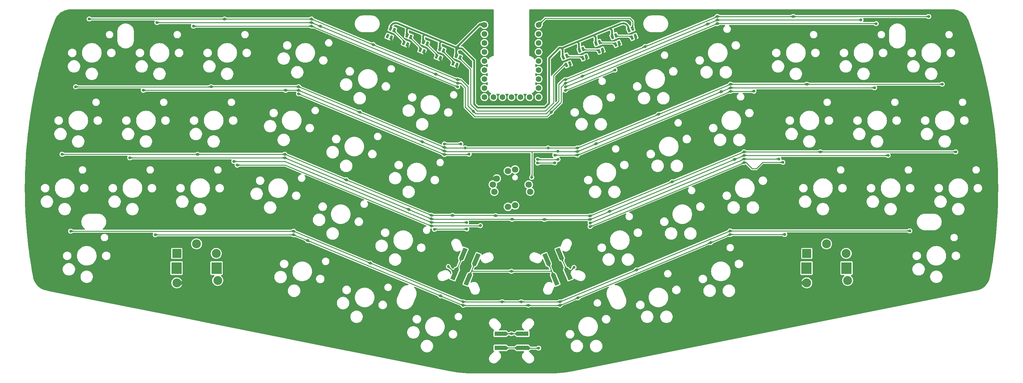
<source format=gbr>
%TF.GenerationSoftware,KiCad,Pcbnew,7.0.10*%
%TF.CreationDate,2025-01-07T08:37:08+09:00*%
%TF.ProjectId,editor,65646974-6f72-42e6-9b69-6361645f7063,rev?*%
%TF.SameCoordinates,Original*%
%TF.FileFunction,Copper,L1,Top*%
%TF.FilePolarity,Positive*%
%FSLAX46Y46*%
G04 Gerber Fmt 4.6, Leading zero omitted, Abs format (unit mm)*
G04 Created by KiCad (PCBNEW 7.0.10) date 2025-01-07 08:37:08*
%MOMM*%
%LPD*%
G01*
G04 APERTURE LIST*
G04 Aperture macros list*
%AMRotRect*
0 Rectangle, with rotation*
0 The origin of the aperture is its center*
0 $1 length*
0 $2 width*
0 $3 Rotation angle, in degrees counterclockwise*
0 Add horizontal line*
21,1,$1,$2,0,0,$3*%
G04 Aperture macros list end*
%TA.AperFunction,SMDPad,CuDef*%
%ADD10RotRect,1.200000X0.700000X292.619000*%
%TD*%
%TA.AperFunction,ComponentPad*%
%ADD11R,2.500000X2.500000*%
%TD*%
%TA.AperFunction,ComponentPad*%
%ADD12C,2.500000*%
%TD*%
%TA.AperFunction,ComponentPad*%
%ADD13R,2.850000X3.300000*%
%TD*%
%TA.AperFunction,SMDPad,CuDef*%
%ADD14RotRect,1.200000X0.700000X247.381000*%
%TD*%
%TA.AperFunction,SMDPad,CuDef*%
%ADD15RotRect,3.250000X1.250000X247.381000*%
%TD*%
%TA.AperFunction,ComponentPad*%
%ADD16C,1.800000*%
%TD*%
%TA.AperFunction,ComponentPad*%
%ADD17C,1.600000*%
%TD*%
%TA.AperFunction,SMDPad,CuDef*%
%ADD18R,3.250000X1.250000*%
%TD*%
%TA.AperFunction,SMDPad,CuDef*%
%ADD19RotRect,3.250000X1.250000X112.620000*%
%TD*%
%TA.AperFunction,ViaPad*%
%ADD20C,0.800000*%
%TD*%
%TA.AperFunction,Conductor*%
%ADD21C,0.250000*%
%TD*%
%TA.AperFunction,Conductor*%
%ADD22C,0.500000*%
%TD*%
G04 APERTURE END LIST*
D10*
%TO.P,LED1,1,DO*%
%TO.N,Net-(LED1-DO)*%
X183756614Y-58320162D03*
%TO.P,LED1,2,VSS*%
%TO.N,GND*%
X184772005Y-57897101D03*
%TO.P,LED1,3,DI*%
%TO.N,LED*%
X183875884Y-55746318D03*
%TO.P,LED1,4,VDD*%
%TO.N,5V*%
X182860493Y-56169379D03*
%TD*%
%TO.P,LED3,1,DO*%
%TO.N,Net-(LED3-DO)*%
X174525787Y-62166177D03*
%TO.P,LED3,2,VSS*%
%TO.N,GND*%
X175541178Y-61743116D03*
%TO.P,LED3,3,DI*%
%TO.N,Net-(LED2-DO)*%
X174645057Y-59592333D03*
%TO.P,LED3,4,VDD*%
%TO.N,5V*%
X173629666Y-60015394D03*
%TD*%
D11*
%TO.P,SW45,A,A*%
%TO.N,RE_C*%
X232955000Y-119075000D03*
D12*
%TO.P,SW45,B,B*%
%TO.N,RE_D*%
X244055000Y-119075000D03*
%TO.P,SW45,C,C*%
%TO.N,GND*%
X232955000Y-127375000D03*
D13*
%TO.P,SW45,MP*%
%TO.N,N/C*%
X232880000Y-123225000D03*
X244130000Y-123225000D03*
D12*
%TO.P,SW45,S1,S1*%
%TO.N,C7*%
X244455000Y-126675000D03*
%TO.P,SW45,S2,S2*%
%TO.N,Net-(D45-A)*%
X238505000Y-116375000D03*
%TD*%
D14*
%TO.P,LED9,1,DO*%
%TO.N,Net-(LED10-DI)*%
X119593409Y-59820108D03*
%TO.P,LED9,2,VSS*%
%TO.N,GND*%
X120608800Y-60243169D03*
%TO.P,LED9,3,DI*%
%TO.N,Net-(LED8-DO)*%
X121504921Y-58092386D03*
%TO.P,LED9,4,VDD*%
%TO.N,5V*%
X120489530Y-57669325D03*
%TD*%
D15*
%TO.P,SW47,1,1*%
%TO.N,C4*%
X139999885Y-120700149D03*
X137596126Y-126469417D03*
%TO.P,SW47,2,2*%
%TO.N,Net-(D47-A)*%
X136307554Y-119161743D03*
X133903795Y-124931011D03*
%TD*%
D10*
%TO.P,LED4,1,DO*%
%TO.N,Net-(LED4-DO)*%
X169910373Y-64089184D03*
%TO.P,LED4,2,VSS*%
%TO.N,GND*%
X170925764Y-63666123D03*
%TO.P,LED4,3,DI*%
%TO.N,Net-(LED3-DO)*%
X170029643Y-61515340D03*
%TO.P,LED4,4,VDD*%
%TO.N,5V*%
X169014252Y-61938401D03*
%TD*%
D16*
%TO.P,SW50,A,A*%
%TO.N,Net-(D51-A)*%
X150875000Y-105547938D03*
%TO.P,SW50,B,B*%
%TO.N,Net-(D52-A)*%
X154722938Y-99700000D03*
%TO.P,SW50,C,C*%
%TO.N,Net-(D53-A)*%
X148875000Y-95852062D03*
%TO.P,SW50,C1,COM*%
%TO.N,Net-(D50-A)*%
X150875000Y-95444289D03*
%TO.P,SW50,D,D*%
%TO.N,Net-(D54-A)*%
X145027062Y-101700000D03*
%TO.P,SW50,GND,GND*%
%TO.N,GND*%
X145725000Y-98001850D03*
%TO.P,SW50,P1,Push*%
%TO.N,C4*%
X148875000Y-105955711D03*
%TO.P,SW50,P2,Push*%
X155130711Y-101700000D03*
%TO.P,SW50,P3,Push*%
X144619289Y-99700000D03*
%TD*%
D14*
%TO.P,LED6,1,DO*%
%TO.N,Net-(LED6-DO)*%
X133439650Y-65589130D03*
%TO.P,LED6,2,VSS*%
%TO.N,GND*%
X134455041Y-66012191D03*
%TO.P,LED6,3,DI*%
%TO.N,LED_56*%
X135351162Y-63861408D03*
%TO.P,LED6,4,VDD*%
%TO.N,5V*%
X134335771Y-63438347D03*
%TD*%
%TO.P,LED8,1,DO*%
%TO.N,Net-(LED8-DO)*%
X124208823Y-61743116D03*
%TO.P,LED8,2,VSS*%
%TO.N,GND*%
X125224214Y-62166177D03*
%TO.P,LED8,3,DI*%
%TO.N,Net-(LED7-DO)*%
X126120335Y-60015394D03*
%TO.P,LED8,4,VDD*%
%TO.N,5V*%
X125104944Y-59592333D03*
%TD*%
D10*
%TO.P,LED2,1,DO*%
%TO.N,Net-(LED2-DO)*%
X179141200Y-60243169D03*
%TO.P,LED2,2,VSS*%
%TO.N,GND*%
X180156591Y-59820108D03*
%TO.P,LED2,3,DI*%
%TO.N,Net-(LED1-DO)*%
X179260470Y-57669325D03*
%TO.P,LED2,4,VDD*%
%TO.N,5V*%
X178245079Y-58092386D03*
%TD*%
D17*
%TO.P,U1,0,GP0*%
%TO.N,LED*%
X157495000Y-54734231D03*
%TO.P,U1,1,GP1*%
%TO.N,R2*%
X157495000Y-57274231D03*
%TO.P,U1,2,GP2*%
%TO.N,C7*%
X157495000Y-59814231D03*
%TO.P,U1,3,GP3*%
%TO.N,C5*%
X157495000Y-62354231D03*
%TO.P,U1,4,GP4*%
%TO.N,R4*%
X157495000Y-64894231D03*
%TO.P,U1,5,GP5*%
%TO.N,C6*%
X157495000Y-67434231D03*
%TO.P,U1,6,GP6*%
%TO.N,R6*%
X157495000Y-69974231D03*
%TO.P,U1,7,GP7*%
%TO.N,R8*%
X157495000Y-72514231D03*
%TO.P,U1,8,GP8*%
%TO.N,RE_C*%
X157495000Y-75054231D03*
%TO.P,U1,9,GP9*%
%TO.N,RE_D*%
X154955000Y-75054231D03*
%TO.P,U1,10,GP10*%
%TO.N,C4*%
X152415000Y-75054231D03*
%TO.P,U1,11,GP11*%
%TO.N,RE_B*%
X149875000Y-75054231D03*
%TO.P,U1,12,GP12*%
%TO.N,RE_A*%
X147335000Y-75054231D03*
%TO.P,U1,13,GP13*%
%TO.N,R7*%
X144795000Y-75054231D03*
%TO.P,U1,14,GP14*%
%TO.N,R5*%
X142255000Y-75054231D03*
%TO.P,U1,15,GP15*%
%TO.N,C2*%
X142255000Y-72514231D03*
%TO.P,U1,16,GP26*%
%TO.N,R3*%
X142255000Y-69974231D03*
%TO.P,U1,17,GP27*%
%TO.N,C3*%
X142255000Y-67434231D03*
%TO.P,U1,18,GP28*%
%TO.N,C1*%
X142255000Y-64894231D03*
%TO.P,U1,19,GP29*%
%TO.N,R1*%
X142255000Y-62354231D03*
%TO.P,U1,20,3V3*%
%TO.N,unconnected-(U1-3V3-Pad20)*%
X142255000Y-59814231D03*
%TO.P,U1,21,GND*%
%TO.N,GND*%
X142255000Y-57274231D03*
%TO.P,U1,22,5V*%
%TO.N,5V*%
X142255000Y-54734231D03*
%TD*%
D18*
%TO.P,SW49,1,1*%
%TO.N,C4*%
X146750000Y-141700000D03*
X153000000Y-141700000D03*
%TO.P,SW49,2,2*%
%TO.N,Net-(D49-A)*%
X146750000Y-145700000D03*
X153000000Y-145700000D03*
%TD*%
D10*
%TO.P,LED5,1,DO*%
%TO.N,LED_56*%
X165294959Y-66012191D03*
%TO.P,LED5,2,VSS*%
%TO.N,GND*%
X166310350Y-65589130D03*
%TO.P,LED5,3,DI*%
%TO.N,Net-(LED4-DO)*%
X165414229Y-63438347D03*
%TO.P,LED5,4,VDD*%
%TO.N,5V*%
X164398838Y-63861408D03*
%TD*%
D14*
%TO.P,LED10,1,DO*%
%TO.N,unconnected-(LED10-DO-Pad1)*%
X114977995Y-57897101D03*
%TO.P,LED10,2,VSS*%
%TO.N,GND*%
X115993386Y-58320162D03*
%TO.P,LED10,3,DI*%
%TO.N,Net-(LED10-DI)*%
X116889507Y-56169379D03*
%TO.P,LED10,4,VDD*%
%TO.N,5V*%
X115874116Y-55746318D03*
%TD*%
%TO.P,LED7,1,DO*%
%TO.N,Net-(LED7-DO)*%
X128824236Y-63666123D03*
%TO.P,LED7,2,VSS*%
%TO.N,GND*%
X129839627Y-64089184D03*
%TO.P,LED7,3,DI*%
%TO.N,Net-(LED6-DO)*%
X130735748Y-61938401D03*
%TO.P,LED7,4,VDD*%
%TO.N,5V*%
X129720357Y-61515340D03*
%TD*%
D19*
%TO.P,SW48,1,1*%
%TO.N,C4*%
X162153937Y-126469428D03*
X159750078Y-120700203D03*
%TO.P,SW48,2,2*%
%TO.N,Net-(D48-A)*%
X165846242Y-124930957D03*
X163442383Y-119161732D03*
%TD*%
D11*
%TO.P,SW38,A,A*%
%TO.N,RE_A*%
X55695000Y-119075000D03*
D12*
%TO.P,SW38,B,B*%
%TO.N,RE_B*%
X66795000Y-119075000D03*
%TO.P,SW38,C,C*%
%TO.N,GND*%
X55695000Y-127375000D03*
D13*
%TO.P,SW38,MP*%
%TO.N,N/C*%
X55620000Y-123225000D03*
X66870000Y-123225000D03*
D12*
%TO.P,SW38,S1,S1*%
%TO.N,C1*%
X67195000Y-126675000D03*
%TO.P,SW38,S2,S2*%
%TO.N,Net-(D38-A)*%
X61245000Y-116375000D03*
%TD*%
D20*
%TO.N,R1*%
X134725935Y-70151791D03*
X229157874Y-52352992D03*
X139127279Y-79060806D03*
X69136865Y-53070940D03*
X207772683Y-52338547D03*
X110991701Y-60289568D03*
X31038712Y-53059557D03*
X187422953Y-60818229D03*
X267260946Y-52352992D03*
X165024065Y-70151791D03*
X93593197Y-53060014D03*
%TO.N,R2*%
X248208073Y-53316578D03*
X205008371Y-54490429D03*
X134725935Y-71151791D03*
X207772683Y-53338547D03*
X161079056Y-79331781D03*
X169830704Y-69148876D03*
X93593197Y-54060014D03*
X128582535Y-68599040D03*
X165024065Y-71151791D03*
X50086046Y-54065726D03*
X96072526Y-55090243D03*
%TO.N,R3*%
X65335832Y-72129112D03*
X27224649Y-72147254D03*
X130971139Y-89229370D03*
X107182060Y-79310665D03*
X211493232Y-71425000D03*
X168386656Y-89385206D03*
X160159187Y-89385206D03*
X191230630Y-79867343D03*
X271069542Y-71425000D03*
X232971979Y-71425000D03*
X89949721Y-72125750D03*
X136845830Y-89385206D03*
%TO.N,R4*%
X46247768Y-73129112D03*
X130971139Y-90229370D03*
X168386656Y-90385206D03*
X89949721Y-73129112D03*
X173644348Y-88194607D03*
X211493232Y-72425000D03*
X155566775Y-97678209D03*
X124767236Y-87643200D03*
X208817790Y-73539714D03*
X162949422Y-90313455D03*
X252020420Y-72425000D03*
X86313235Y-73129112D03*
%TO.N,R5*%
X145402197Y-108447803D03*
X236781297Y-90474481D03*
X61523046Y-91170731D03*
X103377086Y-98360452D03*
X274882573Y-90474481D03*
X171975099Y-108520584D03*
X215297941Y-90474481D03*
X23390968Y-91158140D03*
X133256542Y-108348393D03*
X127345082Y-108348393D03*
X86073386Y-91149657D03*
X195037391Y-98914001D03*
%TO.N,R6*%
X127345082Y-109348393D03*
X215297941Y-91474481D03*
X159146197Y-109523845D03*
X177457276Y-107236987D03*
X150034222Y-109451399D03*
X120957527Y-106686572D03*
X86073386Y-92149657D03*
X42452099Y-92154353D03*
X212625056Y-92587870D03*
X255831883Y-91474481D03*
X171975099Y-109520584D03*
%TO.N,R7*%
X110122936Y-121802980D03*
X152594933Y-132696240D03*
X261930653Y-112716291D03*
X185017044Y-123726069D03*
X136264183Y-132696240D03*
X163485817Y-132696240D03*
X147228387Y-132696240D03*
X25807877Y-112806186D03*
X211372127Y-112746222D03*
X88554642Y-112815304D03*
%TO.N,R8*%
X211372127Y-113746222D03*
X154574235Y-133696240D03*
X129894108Y-131041780D03*
X49611377Y-113815304D03*
X205882065Y-116033448D03*
X88554642Y-113815304D03*
X128174712Y-112305527D03*
X226780491Y-113746222D03*
X163485817Y-133696240D03*
X136264183Y-133696240D03*
X92524795Y-115469697D03*
X168515015Y-131601015D03*
X137282791Y-112208161D03*
%TO.N,Net-(D47-A)*%
X132080429Y-122760855D03*
%TO.N,Net-(D48-A)*%
X167443736Y-123014454D03*
%TO.N,Net-(D49-A)*%
X157514817Y-145754259D03*
%TO.N,GND*%
X17282561Y-127504827D03*
X185542338Y-50938929D03*
X239332400Y-137148070D03*
X235238352Y-116223404D03*
X51094189Y-51019948D03*
X156637876Y-83919981D03*
X135723897Y-151821634D03*
X153650726Y-85401977D03*
X16924601Y-71943908D03*
X130453508Y-113617784D03*
X180524615Y-70745236D03*
X146891231Y-85435029D03*
X134030405Y-98090773D03*
X155715487Y-51142502D03*
X137259737Y-64236511D03*
X137396198Y-149565575D03*
X285719014Y-91221286D03*
X14131849Y-91191887D03*
X23589832Y-51687365D03*
X143442462Y-82308575D03*
X177759663Y-63388047D03*
X86662448Y-51279437D03*
X140507530Y-114178292D03*
X163904956Y-151825662D03*
X133725003Y-113811172D03*
X94736056Y-143774661D03*
X14013192Y-110731978D03*
X282570107Y-127536303D03*
X122787453Y-63525424D03*
X61204236Y-137227389D03*
X282860575Y-72098015D03*
X212953360Y-51010372D03*
X145777377Y-105560399D03*
X249189568Y-51048465D03*
X285741768Y-110932921D03*
X143947863Y-51215918D03*
X276009490Y-51730838D03*
X145166847Y-83887917D03*
X114053793Y-51063574D03*
X206378480Y-143736134D03*
%TO.N,C1*%
X60342430Y-55088002D03*
X134725935Y-72151791D03*
X93593197Y-55060014D03*
%TO.N,C2*%
X137948452Y-91138191D03*
X130971139Y-91229370D03*
X89949721Y-74129112D03*
%TO.N,C3*%
X130971139Y-88229370D03*
X135645453Y-88229390D03*
%TO.N,C5*%
X165024065Y-73151791D03*
X179004570Y-67414502D03*
%TO.N,C6*%
X211493232Y-73425000D03*
X218116889Y-73396591D03*
X162046941Y-91409325D03*
X168386656Y-91385206D03*
%TO.N,C7*%
X165024065Y-72151791D03*
X252501522Y-54355310D03*
X207772683Y-54338547D03*
%TO.N,RE_A*%
X127345082Y-110348393D03*
X71743591Y-93150563D03*
X137222059Y-110362535D03*
%TO.N,RE_B*%
X127345082Y-111348393D03*
X72648091Y-94211109D03*
X141134155Y-111250000D03*
%TO.N,RE_C*%
X225095532Y-92474481D03*
X171975099Y-110520584D03*
X162966619Y-92621157D03*
X157186325Y-92608712D03*
X215297941Y-92474481D03*
%TO.N,RE_D*%
X226245621Y-93417077D03*
X215297941Y-93474481D03*
X171975099Y-111520584D03*
X162056080Y-93559452D03*
X157173673Y-93621367D03*
%TO.N,C4*%
X149841938Y-141675831D03*
X149841938Y-124101741D03*
%TD*%
D21*
%TO.N,R1*%
X187422953Y-60818229D02*
X165024065Y-70151791D01*
X225604245Y-52338547D02*
X207772683Y-52338547D01*
X93593197Y-53060014D02*
X110991701Y-60289568D01*
X159638495Y-79742274D02*
X163198763Y-76182006D01*
X163198763Y-71458439D02*
X164505411Y-70151791D01*
X69136865Y-53070940D02*
X69125482Y-53059557D01*
X164505411Y-70151791D02*
X165024065Y-70151791D01*
X69136865Y-53070940D02*
X93582271Y-53070940D01*
X139127279Y-79060806D02*
X137555919Y-77489446D01*
X207772683Y-52338547D02*
X187422953Y-60818229D01*
X225618690Y-52352992D02*
X225604245Y-52338547D01*
X267260946Y-52352992D02*
X229157874Y-52352992D01*
X139127279Y-79060806D02*
X139808747Y-79742274D01*
X69125482Y-53059557D02*
X31038712Y-53059557D01*
X229157874Y-52352992D02*
X225618690Y-52352992D01*
X139808747Y-79742274D02*
X159638495Y-79742274D01*
X93582271Y-53070940D02*
X93593197Y-53060014D01*
X135640539Y-70151791D02*
X134725935Y-70151791D01*
X163198763Y-76182006D02*
X163198763Y-71458439D01*
X137555919Y-77489446D02*
X137555919Y-72067171D01*
X137555919Y-72067171D02*
X135640539Y-70151791D01*
X110991701Y-60289568D02*
X134725935Y-70151791D01*
%TO.N,R2*%
X159861223Y-80549614D02*
X139544297Y-80549614D01*
X90129289Y-54065726D02*
X90135001Y-54060014D01*
X248186104Y-53338547D02*
X207772683Y-53338547D01*
X205008371Y-54490429D02*
X169830704Y-69148876D01*
X161079056Y-79331781D02*
X159861223Y-80549614D01*
X96072526Y-55090243D02*
X128582535Y-68599040D01*
X163874871Y-72275680D02*
X164998760Y-71151791D01*
X161079056Y-79331781D02*
X163874871Y-76535967D01*
X136862942Y-72389486D02*
X135625247Y-71151791D01*
X163874871Y-76535967D02*
X163874871Y-72275680D01*
X128582535Y-68599040D02*
X134725935Y-71151791D01*
X164998760Y-71151791D02*
X165024065Y-71151791D01*
X90135001Y-54060014D02*
X93593197Y-54060014D01*
X135625247Y-71151791D02*
X134725935Y-71151791D01*
X207772683Y-53338547D02*
X205008371Y-54490429D01*
X136862942Y-77868259D02*
X136862942Y-72389486D01*
X248208073Y-53316578D02*
X248186104Y-53338547D01*
X169830704Y-69148876D02*
X165024065Y-71151791D01*
X139544297Y-80549614D02*
X136862942Y-77868259D01*
X50086046Y-54065726D02*
X90129289Y-54065726D01*
X93593197Y-54060014D02*
X96072526Y-55090243D01*
%TO.N,R3*%
X89949721Y-72125750D02*
X89946359Y-72129112D01*
X271069542Y-71425000D02*
X232971979Y-71425000D01*
X107182060Y-79310665D02*
X130971139Y-89229370D01*
X130971139Y-89229370D02*
X131126975Y-89385206D01*
X89949721Y-72125750D02*
X107182060Y-79310665D01*
X211493232Y-71425000D02*
X232971979Y-71425000D01*
X65317690Y-72147254D02*
X27224649Y-72147254D01*
X65335832Y-72129112D02*
X65317690Y-72147254D01*
X168386656Y-89385206D02*
X191230630Y-79867343D01*
X131126975Y-89385206D02*
X168386656Y-89385206D01*
X191230630Y-79867343D02*
X211493232Y-71425000D01*
X89946359Y-72129112D02*
X65335832Y-72129112D01*
%TO.N,R4*%
X162949422Y-90313455D02*
X163021173Y-90385206D01*
X46247768Y-73129112D02*
X86313235Y-73129112D01*
X168386656Y-90385206D02*
X173644348Y-88194607D01*
X155599672Y-90412888D02*
X155627354Y-90385206D01*
X89949721Y-73129112D02*
X124767236Y-87643200D01*
X124767236Y-87643200D02*
X130971139Y-90229370D01*
X155599672Y-97645312D02*
X155599672Y-90412888D01*
X252020420Y-72425000D02*
X211493232Y-72425000D01*
X155566775Y-97678209D02*
X155599672Y-97645312D01*
X131126975Y-90385206D02*
X130971139Y-90229370D01*
X86313235Y-73129112D02*
X89949721Y-73129112D01*
X173644348Y-88194607D02*
X208817790Y-73539714D01*
X208817790Y-73539714D02*
X211493232Y-72425000D01*
X168386656Y-90385206D02*
X131126975Y-90385206D01*
%TO.N,R5*%
X133256542Y-108348393D02*
X145302787Y-108348393D01*
X103377086Y-98360452D02*
X86073386Y-91149657D01*
X171902318Y-108447803D02*
X171975099Y-108520584D01*
X23390968Y-91158140D02*
X23403559Y-91170731D01*
X145402197Y-108447803D02*
X171902318Y-108447803D01*
X133256542Y-108348393D02*
X127345082Y-108348393D01*
X195037391Y-98914001D02*
X171975099Y-108520584D01*
X86052312Y-91170731D02*
X61523046Y-91170731D01*
X215297941Y-90474481D02*
X195037391Y-98914001D01*
X23403559Y-91170731D02*
X61523046Y-91170731D01*
X274882573Y-90474481D02*
X236781297Y-90474481D01*
X127345082Y-108348393D02*
X103377086Y-98360452D01*
X236781297Y-90474481D02*
X215297941Y-90474481D01*
X86073386Y-91149657D02*
X86052312Y-91170731D01*
X145302787Y-108348393D02*
X145402197Y-108447803D01*
%TO.N,R6*%
X127345082Y-109348393D02*
X120957527Y-106686572D01*
X150034222Y-109451399D02*
X150106668Y-109523845D01*
X150034222Y-109451399D02*
X127448088Y-109451399D01*
X177457276Y-107236987D02*
X171975099Y-109520584D01*
X120957527Y-106686572D02*
X86073386Y-92149657D01*
X212625056Y-92587870D02*
X177457276Y-107236987D01*
X215297941Y-91474481D02*
X212625056Y-92587870D01*
X127448088Y-109451399D02*
X127345082Y-109348393D01*
X42452099Y-92154353D02*
X42456795Y-92149657D01*
X255831883Y-91474481D02*
X215297941Y-91474481D01*
X159149458Y-109520584D02*
X171975099Y-109520584D01*
X42456795Y-92149657D02*
X86073386Y-92149657D01*
X150106668Y-109523845D02*
X159146197Y-109523845D01*
X159146197Y-109523845D02*
X159149458Y-109520584D01*
%TO.N,R7*%
X185017044Y-123726069D02*
X211372127Y-112746222D01*
X136264183Y-132696240D02*
X147228387Y-132696240D01*
X261900892Y-112746052D02*
X211372297Y-112746052D01*
X88545524Y-112806186D02*
X88554642Y-112815304D01*
X25807877Y-112806186D02*
X88545524Y-112806186D01*
X261930653Y-112716291D02*
X261900892Y-112746052D01*
X185017044Y-123726069D02*
X163485817Y-132696240D01*
X163485817Y-132696240D02*
X152594933Y-132696240D01*
X211372297Y-112746052D02*
X211372127Y-112746222D01*
X147228387Y-132696240D02*
X152594933Y-132696240D01*
X88554642Y-112815304D02*
X110122936Y-121802980D01*
X110122936Y-121802980D02*
X136264183Y-132696240D01*
%TO.N,R8*%
X205882065Y-116033448D02*
X168515015Y-131601015D01*
X154574235Y-133696240D02*
X163485817Y-133696240D01*
X128272078Y-112208161D02*
X137282791Y-112208161D01*
X129894108Y-131041780D02*
X92524795Y-115469697D01*
X226780491Y-113746222D02*
X211372127Y-113746222D01*
X168515015Y-131601015D02*
X163485817Y-133696240D01*
X211372127Y-113746222D02*
X205882065Y-116033448D01*
X92524795Y-115469697D02*
X88554642Y-113815304D01*
X128174712Y-112305527D02*
X128272078Y-112208161D01*
X136264183Y-133696240D02*
X154574235Y-133696240D01*
X136264183Y-133696240D02*
X129894108Y-131041780D01*
X49611377Y-113815304D02*
X88554642Y-113815304D01*
%TO.N,Net-(D47-A)*%
X132080429Y-122760855D02*
X133660757Y-124341183D01*
X136211404Y-119392514D02*
X133999945Y-124700240D01*
%TO.N,Net-(D48-A)*%
X163538537Y-119392501D02*
X165750088Y-124700188D01*
X167443736Y-123014454D02*
X165995072Y-124463118D01*
%TO.N,Net-(D49-A)*%
X157514817Y-145754259D02*
X152804259Y-145754259D01*
X147000000Y-145700000D02*
X152750000Y-145700000D01*
%TO.N,Net-(LED1-DO)*%
X183660464Y-58089391D02*
X183471169Y-57900096D01*
X183471169Y-57900096D02*
X179356620Y-57900096D01*
D22*
%TO.N,GND*%
X178911029Y-72109101D02*
X179160750Y-72109101D01*
X211526108Y-140964682D02*
X225115790Y-127375000D01*
X75333373Y-138239056D02*
X64469317Y-127375000D01*
X177759663Y-63388047D02*
X183942883Y-60825016D01*
X130646896Y-113811172D02*
X130453508Y-113617784D01*
X125889812Y-149565575D02*
X123486290Y-147162053D01*
X110673036Y-147162053D02*
X101750039Y-138239056D01*
X137396198Y-149565575D02*
X125889812Y-149565575D01*
X101750039Y-138239056D02*
X75333373Y-138239056D01*
X64469317Y-127375000D02*
X55695000Y-127375000D01*
X137396198Y-149565575D02*
X142785075Y-149565575D01*
X172348596Y-149327956D02*
X180711870Y-140964682D01*
X157359324Y-151759140D02*
X159790508Y-149327956D01*
X159790508Y-149327956D02*
X172348596Y-149327956D01*
X180711870Y-140964682D02*
X211526108Y-140964682D01*
X134588590Y-65870873D02*
X134588590Y-66171629D01*
X142785075Y-149565575D02*
X144978640Y-151759140D01*
X179160750Y-72109101D02*
X180524615Y-70745236D01*
X144978640Y-151759140D02*
X157359324Y-151759140D01*
X132514209Y-67557301D02*
X122787453Y-63525424D01*
X129958001Y-64012191D02*
X129958001Y-66489315D01*
X180234331Y-59800284D02*
X180234331Y-62344706D01*
X134119328Y-98001850D02*
X145725000Y-98001850D01*
X123486290Y-147162053D02*
X110673036Y-147162053D01*
X122787453Y-63525424D02*
X116962082Y-61110726D01*
X153650726Y-85401977D02*
X159575380Y-85401977D01*
X168390756Y-67271591D02*
X177759663Y-63388047D01*
X170946964Y-63726481D02*
X170946964Y-66203605D01*
X225115790Y-127375000D02*
X232955000Y-127375000D01*
X133725003Y-113811172D02*
X130646896Y-113811172D01*
X175544651Y-61782520D02*
X175544651Y-64306052D01*
X184868502Y-59439344D02*
X184868502Y-57895046D01*
X172868256Y-72109101D02*
X178911029Y-72109101D01*
X159575380Y-85401977D02*
X172868256Y-72109101D01*
X120670634Y-60085994D02*
X120670634Y-62630416D01*
X134030405Y-98090773D02*
X134119328Y-98001850D01*
X125360314Y-62068230D02*
X125360314Y-64591762D01*
X116036463Y-59725054D02*
X116036463Y-58180756D01*
X183942868Y-60824979D02*
G75*
G03*
X184868502Y-59439344I-574368J1385679D01*
G01*
X116036529Y-59725054D02*
G75*
G03*
X116962082Y-61110725I1499971J-46D01*
G01*
X132514225Y-67557263D02*
G75*
G03*
X134588590Y-66171629I574375J1385663D01*
G01*
X166316392Y-65885919D02*
G75*
G03*
X168390756Y-67271591I1500008J19D01*
G01*
D21*
%TO.N,LED*%
X183972034Y-53686107D02*
X183972034Y-55977089D01*
X159389369Y-52839862D02*
X183125789Y-52839862D01*
X157495000Y-54734231D02*
X159389369Y-52839862D01*
X183125789Y-52839862D02*
X183972034Y-53686107D01*
D22*
%TO.N,5V*%
X172948525Y-57584833D02*
X173556284Y-58192592D01*
X173556284Y-58192592D02*
X173556284Y-58196378D01*
X163856802Y-61197776D02*
X164232433Y-61197776D01*
X172948525Y-57584833D02*
X168369332Y-59482973D01*
X120867766Y-55540594D02*
X125464347Y-57445942D01*
X125006242Y-57904047D02*
X125464347Y-57445942D01*
X164232433Y-61197776D02*
X164232433Y-61589863D01*
X134330093Y-61120918D02*
X134943419Y-60507591D01*
X134330093Y-61340056D02*
X134330093Y-61513531D01*
X120408555Y-55999805D02*
X120867766Y-55540594D01*
X115777966Y-55977089D02*
X115777966Y-55676333D01*
X160431523Y-64117436D02*
X163351183Y-61197776D01*
X163856802Y-61214232D02*
X164232433Y-61589863D01*
X129695922Y-59866413D02*
X130167055Y-59395280D01*
X134943419Y-60507591D02*
X134849124Y-60601886D01*
X129695922Y-61761968D02*
X129695922Y-59866413D01*
X134943419Y-60507591D02*
X140716780Y-54734231D01*
X134849124Y-61120918D02*
X135063487Y-61335281D01*
X125464347Y-57445942D02*
X130167055Y-59395280D01*
X164232433Y-61589863D02*
X164232433Y-63744064D01*
X134330093Y-61819681D02*
X134330093Y-63667206D01*
X180710179Y-54367519D02*
X177575823Y-55666753D01*
X177575823Y-55666753D02*
X178153971Y-56244901D01*
X160431523Y-76864552D02*
X160431523Y-64117436D01*
X134330093Y-61513531D02*
X134330093Y-61819681D01*
X177575823Y-55666753D02*
X172948525Y-57584833D01*
X135058712Y-61340056D02*
X134837999Y-61340056D01*
X140306991Y-78005803D02*
X159290272Y-78005803D01*
X178153971Y-57912629D02*
X178153971Y-56244901D01*
X163856802Y-61197776D02*
X163856802Y-61214232D01*
X168866604Y-61838826D02*
X168866604Y-59994532D01*
X134358374Y-61819681D02*
X134837999Y-61340056D01*
X134837999Y-61340056D02*
X134330093Y-61340056D01*
X134330093Y-61819681D02*
X134358374Y-61819681D01*
X130167055Y-59395280D02*
X134330093Y-61120918D01*
X182784560Y-56053947D02*
X182784560Y-55753191D01*
X134849124Y-60601886D02*
X134849124Y-61120918D01*
X135063487Y-61335281D02*
X135058712Y-61340056D01*
X168369332Y-59482973D02*
X164232433Y-61197776D01*
X168369332Y-59497260D02*
X168866604Y-59994532D01*
X139340048Y-77038860D02*
X140306991Y-78005803D01*
X140716780Y-54734231D02*
X142255000Y-54734231D01*
X135063487Y-61335281D02*
X135939913Y-61335281D01*
X159290272Y-78005803D02*
X160431523Y-76864552D01*
X163351183Y-61197776D02*
X163856802Y-61197776D01*
X125006242Y-59779732D02*
X125006242Y-57904047D01*
X168369332Y-59482973D02*
X168369332Y-59497260D01*
X173556284Y-59856590D02*
X173556284Y-58196378D01*
X135939913Y-61335281D02*
X139340048Y-64735416D01*
X134330093Y-61120918D02*
X134330093Y-61340056D01*
X117852347Y-54290661D02*
X120867766Y-55540594D01*
X139340048Y-64735416D02*
X139340048Y-77038860D01*
X120408555Y-57835771D02*
X120408555Y-55999805D01*
X117852377Y-54290590D02*
G75*
G03*
X115777966Y-55676333I-574377J-1385710D01*
G01*
X182784623Y-55753191D02*
G75*
G03*
X180710179Y-54367520I-1500023J-9D01*
G01*
D21*
%TO.N,Net-(LED2-DO)*%
X178855756Y-59823104D02*
X174741207Y-59823104D01*
X179045050Y-60012398D02*
X178855756Y-59823104D01*
%TO.N,Net-(LED3-DO)*%
X174429637Y-61935406D02*
X174240342Y-61746111D01*
X174240342Y-61746111D02*
X170125793Y-61746111D01*
%TO.N,Net-(LED4-DO)*%
X169814223Y-63858413D02*
X169624928Y-63669118D01*
X169624928Y-63669118D02*
X165510379Y-63669118D01*
%TO.N,LED_56*%
X159383815Y-78981662D02*
X140229955Y-78981662D01*
X161697281Y-76668196D02*
X159383815Y-78981662D01*
X165198809Y-65781420D02*
X164908725Y-65781420D01*
X161697281Y-68992864D02*
X161697281Y-76668196D01*
X138321159Y-67158326D02*
X135255012Y-64092179D01*
X140229955Y-78981662D02*
X138321159Y-77072866D01*
X138321159Y-77072866D02*
X138321159Y-67158326D01*
X164908725Y-65781420D02*
X161697281Y-68992864D01*
%TO.N,Net-(LED6-DO)*%
X133535800Y-65358359D02*
X133535800Y-65065374D01*
X133535800Y-65065374D02*
X130639598Y-62169172D01*
%TO.N,Net-(LED7-DO)*%
X128920386Y-63142366D02*
X126024185Y-60246165D01*
X128920386Y-63435352D02*
X128920386Y-63142366D01*
%TO.N,Net-(LED8-DO)*%
X124304973Y-61219359D02*
X121408771Y-58323157D01*
X124304973Y-61512345D02*
X124304973Y-61219359D01*
%TO.N,Net-(LED10-DI)*%
X119689559Y-59589337D02*
X119689559Y-59296352D01*
X119689559Y-59296352D02*
X116793357Y-56400150D01*
%TO.N,C1*%
X60342430Y-55088002D02*
X60370418Y-55060014D01*
X134725935Y-72151791D02*
X93593197Y-55060014D01*
X60370418Y-55060014D02*
X93593197Y-55060014D01*
%TO.N,C2*%
X137948452Y-91138191D02*
X137893353Y-91193290D01*
X131007219Y-91193290D02*
X130971139Y-91229370D01*
X89949721Y-74129112D02*
X130971139Y-91229370D01*
X137893353Y-91193290D02*
X131007219Y-91193290D01*
%TO.N,C3*%
X134840759Y-88229370D02*
X130971139Y-88229370D01*
X134840779Y-88229390D02*
X134840759Y-88229370D01*
X135645453Y-88229390D02*
X134840779Y-88229390D01*
%TO.N,C5*%
X179004570Y-67414502D02*
X165024065Y-73151791D01*
%TO.N,C6*%
X168386656Y-91385206D02*
X211493232Y-73425000D01*
X162071060Y-91385206D02*
X168386656Y-91385206D01*
X218116889Y-73396591D02*
X218088480Y-73425000D01*
X218088480Y-73425000D02*
X211493232Y-73425000D01*
X162046941Y-91409325D02*
X162071060Y-91385206D01*
%TO.N,C7*%
X207772683Y-54338547D02*
X165024065Y-72151791D01*
X252501522Y-54355310D02*
X252484759Y-54338547D01*
X252484759Y-54338547D02*
X207772683Y-54338547D01*
%TO.N,RE_A*%
X86085891Y-93152802D02*
X127357587Y-110351538D01*
X71745830Y-93152802D02*
X86085891Y-93152802D01*
X137222059Y-110362535D02*
X137207917Y-110348393D01*
X71743591Y-93150563D02*
X71745830Y-93152802D01*
X137207917Y-110348393D02*
X127345082Y-110348393D01*
%TO.N,RE_B*%
X86087023Y-94160588D02*
X127358719Y-111359324D01*
X127365786Y-111327689D02*
X127345082Y-111348393D01*
X72698612Y-94160588D02*
X86087023Y-94160588D01*
X141056466Y-111327689D02*
X127365786Y-111327689D01*
X72648091Y-94211109D02*
X72698612Y-94160588D01*
X141134155Y-111250000D02*
X141056466Y-111327689D01*
%TO.N,RE_C*%
X215297941Y-92474481D02*
X171975099Y-110520584D01*
X157211305Y-92633692D02*
X162954084Y-92633692D01*
X162954084Y-92633692D02*
X162966619Y-92621157D01*
X157186325Y-92608712D02*
X157211305Y-92633692D01*
X225095532Y-92474481D02*
X215297941Y-92474481D01*
%TO.N,RE_D*%
X217635592Y-95198762D02*
X215911311Y-93474481D01*
X215297941Y-93474481D02*
X171975099Y-111520584D01*
X157173673Y-93621367D02*
X157185998Y-93633692D01*
X218755858Y-95198762D02*
X217635592Y-95198762D01*
X161981840Y-93633692D02*
X162056080Y-93559452D01*
X220537543Y-93417077D02*
X218755858Y-95198762D01*
X215911311Y-93474481D02*
X215297941Y-93474481D01*
X226245621Y-93417077D02*
X220537543Y-93417077D01*
X157185998Y-93633692D02*
X161981840Y-93633692D01*
%TO.N,C4*%
X160811347Y-124101741D02*
X161062674Y-123850414D01*
X138584817Y-124096456D02*
X138590102Y-124101741D01*
X160807477Y-124101741D02*
X149841938Y-124101741D01*
X149841938Y-141675831D02*
X149817769Y-141700000D01*
X161166290Y-124099089D02*
X161163638Y-124101741D01*
X160807477Y-124101741D02*
X160811347Y-124101741D01*
X161163638Y-124101741D02*
X160807477Y-124101741D01*
X138934899Y-124101741D02*
X138934899Y-124086527D01*
X138590102Y-124101741D02*
X138934899Y-124101741D01*
X159846232Y-120930972D02*
X161025329Y-123760786D01*
X161062674Y-123850414D02*
X162057783Y-126238659D01*
X149817769Y-141700000D02*
X152750000Y-141700000D01*
X138934899Y-124086527D02*
X138690699Y-123842327D01*
X147000000Y-141700000D02*
X149817769Y-141700000D01*
X139903735Y-120930920D02*
X138724446Y-123761332D01*
X138724446Y-123761332D02*
X138690699Y-123842327D01*
X138934899Y-124101741D02*
X149841938Y-124101741D01*
X138690699Y-123842327D02*
X137692276Y-126238646D01*
X161025329Y-123760786D02*
X161062674Y-123850414D01*
%TD*%
%TA.AperFunction,Conductor*%
%TO.N,C7*%
G36*
X207936287Y-53974138D02*
G01*
X207936880Y-53974405D01*
X208071947Y-54040101D01*
X208082009Y-54044995D01*
X208083002Y-54045539D01*
X208191891Y-54112240D01*
X208287588Y-54165576D01*
X208287593Y-54165578D01*
X208403279Y-54200816D01*
X208403282Y-54200816D01*
X208403284Y-54200817D01*
X208561861Y-54212733D01*
X208569853Y-54216770D01*
X208572683Y-54224400D01*
X208572683Y-54452693D01*
X208569256Y-54460966D01*
X208561860Y-54464360D01*
X208403285Y-54476275D01*
X208403279Y-54476276D01*
X208287593Y-54511514D01*
X208287588Y-54511516D01*
X208191890Y-54564851D01*
X208083002Y-54631552D01*
X208082009Y-54632096D01*
X207936903Y-54702677D01*
X207927964Y-54703214D01*
X207921264Y-54697274D01*
X207920986Y-54696658D01*
X207843797Y-54511517D01*
X207773558Y-54343046D01*
X207773538Y-54334097D01*
X207920986Y-53980434D01*
X207927333Y-53974117D01*
X207936287Y-53974138D01*
G37*
%TD.AperFunction*%
%TD*%
%TA.AperFunction,Conductor*%
%TO.N,RE_D*%
G36*
X226097039Y-93058350D02*
G01*
X226097317Y-93058965D01*
X226244744Y-93412575D01*
X226244765Y-93421529D01*
X226244744Y-93421579D01*
X226097317Y-93775188D01*
X226090970Y-93781506D01*
X226082016Y-93781485D01*
X226081410Y-93781211D01*
X225936297Y-93710629D01*
X225935303Y-93710085D01*
X225826400Y-93643375D01*
X225730714Y-93590046D01*
X225730709Y-93590044D01*
X225615023Y-93554806D01*
X225615017Y-93554805D01*
X225456444Y-93542890D01*
X225448451Y-93538853D01*
X225445621Y-93531223D01*
X225445621Y-93302930D01*
X225449048Y-93294657D01*
X225456442Y-93291263D01*
X225615019Y-93279347D01*
X225615021Y-93279346D01*
X225615023Y-93279346D01*
X225730709Y-93244108D01*
X225730710Y-93244107D01*
X225730715Y-93244106D01*
X225826405Y-93190774D01*
X225935315Y-93124059D01*
X225936292Y-93123525D01*
X226081402Y-93052945D01*
X226090339Y-93052409D01*
X226097039Y-93058350D01*
G37*
%TD.AperFunction*%
%TD*%
%TA.AperFunction,Conductor*%
%TO.N,R4*%
G36*
X168238074Y-90026479D02*
G01*
X168238352Y-90027094D01*
X168385779Y-90380704D01*
X168385800Y-90389658D01*
X168385779Y-90389708D01*
X168238352Y-90743317D01*
X168232005Y-90749635D01*
X168223051Y-90749614D01*
X168222445Y-90749340D01*
X168077332Y-90678758D01*
X168076338Y-90678214D01*
X167967435Y-90611504D01*
X167871749Y-90558175D01*
X167871744Y-90558173D01*
X167756058Y-90522935D01*
X167756052Y-90522934D01*
X167597479Y-90511019D01*
X167589486Y-90506982D01*
X167586656Y-90499352D01*
X167586656Y-90271059D01*
X167590083Y-90262786D01*
X167597477Y-90259392D01*
X167756054Y-90247476D01*
X167756056Y-90247475D01*
X167756058Y-90247475D01*
X167871744Y-90212237D01*
X167871745Y-90212236D01*
X167871750Y-90212235D01*
X167967440Y-90158903D01*
X168076350Y-90092188D01*
X168077327Y-90091654D01*
X168222437Y-90021074D01*
X168231374Y-90020538D01*
X168238074Y-90026479D01*
G37*
%TD.AperFunction*%
%TD*%
%TA.AperFunction,Conductor*%
%TO.N,R2*%
G36*
X93444615Y-53701287D02*
G01*
X93444893Y-53701902D01*
X93592320Y-54055512D01*
X93592341Y-54064466D01*
X93592320Y-54064516D01*
X93444893Y-54418125D01*
X93438546Y-54424443D01*
X93429592Y-54424422D01*
X93428986Y-54424148D01*
X93283873Y-54353566D01*
X93282879Y-54353022D01*
X93173976Y-54286312D01*
X93078290Y-54232983D01*
X93078285Y-54232981D01*
X92962599Y-54197743D01*
X92962593Y-54197742D01*
X92804020Y-54185827D01*
X92796027Y-54181790D01*
X92793197Y-54174160D01*
X92793197Y-53945867D01*
X92796624Y-53937594D01*
X92804018Y-53934200D01*
X92962595Y-53922284D01*
X92962597Y-53922283D01*
X92962599Y-53922283D01*
X93078285Y-53887045D01*
X93078286Y-53887044D01*
X93078291Y-53887043D01*
X93173981Y-53833711D01*
X93282891Y-53766996D01*
X93283868Y-53766462D01*
X93428978Y-53695882D01*
X93437915Y-53695346D01*
X93444615Y-53701287D01*
G37*
%TD.AperFunction*%
%TD*%
%TA.AperFunction,Conductor*%
%TO.N,5V*%
G36*
X141947463Y-53999200D02*
G01*
X141953026Y-54005170D01*
X142253842Y-54729038D01*
X142253853Y-54737993D01*
X142253845Y-54738011D01*
X141954200Y-55460442D01*
X141947865Y-55466771D01*
X141938910Y-55466766D01*
X141937092Y-55465817D01*
X141779865Y-55365321D01*
X141661372Y-55289582D01*
X141659307Y-55287903D01*
X141443242Y-55066585D01*
X141443236Y-55066579D01*
X141260648Y-54884681D01*
X141260646Y-54884680D01*
X141075257Y-54821325D01*
X141075255Y-54821325D01*
X140857683Y-54950069D01*
X140848818Y-54951333D01*
X140843452Y-54948273D01*
X140505341Y-54610162D01*
X140501914Y-54601889D01*
X140505341Y-54593616D01*
X140506065Y-54592951D01*
X140790143Y-54354287D01*
X140792578Y-54352712D01*
X141037422Y-54234738D01*
X141039895Y-54233874D01*
X141283632Y-54178304D01*
X141283826Y-54178263D01*
X141572025Y-54120374D01*
X141938533Y-53998557D01*
X141947463Y-53999200D01*
G37*
%TD.AperFunction*%
%TD*%
%TA.AperFunction,Conductor*%
%TO.N,R7*%
G36*
X211535731Y-112381813D02*
G01*
X211536342Y-112382088D01*
X211681445Y-112452649D01*
X211682421Y-112453184D01*
X211791325Y-112519852D01*
X211791335Y-112519858D01*
X211887016Y-112573136D01*
X211887019Y-112573137D01*
X211967051Y-112597488D01*
X212002711Y-112608338D01*
X212161270Y-112620239D01*
X212169262Y-112624275D01*
X212172093Y-112631906D01*
X212172093Y-112860199D01*
X212168666Y-112868472D01*
X212161271Y-112871866D01*
X212002690Y-112883798D01*
X211887008Y-112919079D01*
X211887004Y-112919081D01*
X211791335Y-112972458D01*
X211682448Y-113039206D01*
X211681452Y-113039752D01*
X211536347Y-113110350D01*
X211527408Y-113110888D01*
X211520707Y-113104948D01*
X211520429Y-113104331D01*
X211493505Y-113039752D01*
X211373002Y-112750721D01*
X211372982Y-112741772D01*
X211520430Y-112388109D01*
X211526777Y-112381792D01*
X211535731Y-112381813D01*
G37*
%TD.AperFunction*%
%TD*%
%TA.AperFunction,Conductor*%
%TO.N,R1*%
G36*
X207498133Y-52063986D02*
G01*
X207498620Y-52064444D01*
X207621530Y-52186787D01*
X207770148Y-52334721D01*
X207773594Y-52342986D01*
X207773594Y-52343040D01*
X207772719Y-52722626D01*
X207769273Y-52730891D01*
X207762546Y-52734199D01*
X207744077Y-52736630D01*
X207741854Y-52736709D01*
X207599470Y-52728224D01*
X207598359Y-52728105D01*
X207490413Y-52711226D01*
X207472351Y-52708402D01*
X207453706Y-52706290D01*
X207363664Y-52696092D01*
X207243499Y-52708178D01*
X207243490Y-52708180D01*
X207092771Y-52758159D01*
X207083839Y-52757511D01*
X207078288Y-52751554D01*
X207072868Y-52738547D01*
X206990476Y-52540822D01*
X206990458Y-52531870D01*
X206995973Y-52525895D01*
X207137869Y-52453769D01*
X207231088Y-52376546D01*
X207298878Y-52290333D01*
X207373832Y-52186768D01*
X207374521Y-52185909D01*
X207481617Y-52064987D01*
X207489668Y-52061066D01*
X207498133Y-52063986D01*
G37*
%TD.AperFunction*%
%TD*%
%TA.AperFunction,Conductor*%
%TO.N,R3*%
G36*
X191919494Y-79448407D02*
G01*
X191925045Y-79454363D01*
X192012847Y-79665097D01*
X192012866Y-79674052D01*
X192007348Y-79680027D01*
X191865452Y-79752141D01*
X191865451Y-79752142D01*
X191772227Y-79829359D01*
X191704438Y-79915559D01*
X191629492Y-80019103D01*
X191628773Y-80020000D01*
X191521695Y-80140901D01*
X191513644Y-80144823D01*
X191505179Y-80141903D01*
X191504691Y-80141444D01*
X191233164Y-79871168D01*
X191229718Y-79862903D01*
X191229718Y-79862849D01*
X191229973Y-79752141D01*
X191230601Y-79479730D01*
X191234047Y-79471467D01*
X191242328Y-79468059D01*
X191242995Y-79468079D01*
X191403871Y-79477667D01*
X191404954Y-79477784D01*
X191530968Y-79497494D01*
X191639654Y-79509809D01*
X191639655Y-79509808D01*
X191639657Y-79509809D01*
X191684721Y-79505279D01*
X191759834Y-79497730D01*
X191910565Y-79447757D01*
X191919494Y-79448407D01*
G37*
%TD.AperFunction*%
%TD*%
%TA.AperFunction,Conductor*%
%TO.N,R5*%
G36*
X215461545Y-90110072D02*
G01*
X215462138Y-90110339D01*
X215597205Y-90176035D01*
X215607267Y-90180929D01*
X215608260Y-90181473D01*
X215717149Y-90248174D01*
X215812846Y-90301510D01*
X215812851Y-90301512D01*
X215928537Y-90336750D01*
X215928540Y-90336750D01*
X215928542Y-90336751D01*
X216087119Y-90348667D01*
X216095111Y-90352704D01*
X216097941Y-90360334D01*
X216097941Y-90588627D01*
X216094514Y-90596900D01*
X216087118Y-90600294D01*
X215928543Y-90612209D01*
X215928537Y-90612210D01*
X215812851Y-90647448D01*
X215812846Y-90647450D01*
X215717148Y-90700785D01*
X215608260Y-90767486D01*
X215607267Y-90768030D01*
X215462161Y-90838611D01*
X215453222Y-90839148D01*
X215446522Y-90833208D01*
X215446244Y-90832592D01*
X215369055Y-90647451D01*
X215298816Y-90478980D01*
X215298796Y-90470031D01*
X215446244Y-90116368D01*
X215452591Y-90110051D01*
X215461545Y-90110072D01*
G37*
%TD.AperFunction*%
%TD*%
%TA.AperFunction,Conductor*%
%TO.N,R1*%
G36*
X164749020Y-69876707D02*
G01*
X165021315Y-70147644D01*
X165024763Y-70155909D01*
X165024763Y-70155959D01*
X165024093Y-70535865D01*
X165020652Y-70544132D01*
X165013918Y-70547444D01*
X165008891Y-70548105D01*
X165005064Y-70547976D01*
X164859389Y-70518737D01*
X164855995Y-70517486D01*
X164729810Y-70447161D01*
X164729399Y-70446921D01*
X164621923Y-70381150D01*
X164621920Y-70381149D01*
X164516396Y-70364054D01*
X164516393Y-70364055D01*
X164402733Y-70434256D01*
X164393894Y-70435688D01*
X164388312Y-70432575D01*
X164226856Y-70271119D01*
X164223429Y-70262846D01*
X164226856Y-70254573D01*
X164227340Y-70254116D01*
X164338533Y-70155316D01*
X164339800Y-70154338D01*
X164435205Y-70090772D01*
X164435920Y-70090333D01*
X164523751Y-70040747D01*
X164620166Y-69976509D01*
X164732999Y-69876254D01*
X164741457Y-69873321D01*
X164749020Y-69876707D01*
G37*
%TD.AperFunction*%
%TD*%
%TA.AperFunction,Conductor*%
%TO.N,R7*%
G36*
X25971481Y-112441777D02*
G01*
X25972074Y-112442044D01*
X26107141Y-112507740D01*
X26117203Y-112512634D01*
X26118196Y-112513178D01*
X26227085Y-112579879D01*
X26322782Y-112633215D01*
X26322787Y-112633217D01*
X26438473Y-112668455D01*
X26438476Y-112668455D01*
X26438478Y-112668456D01*
X26597055Y-112680372D01*
X26605047Y-112684409D01*
X26607877Y-112692039D01*
X26607877Y-112920332D01*
X26604450Y-112928605D01*
X26597054Y-112931999D01*
X26438479Y-112943914D01*
X26438473Y-112943915D01*
X26322787Y-112979153D01*
X26322782Y-112979155D01*
X26227084Y-113032490D01*
X26118196Y-113099191D01*
X26117203Y-113099735D01*
X25972097Y-113170316D01*
X25963158Y-113170853D01*
X25956458Y-113164913D01*
X25956180Y-113164297D01*
X25878991Y-112979156D01*
X25808752Y-112810685D01*
X25808732Y-112801736D01*
X25956180Y-112448073D01*
X25962527Y-112441756D01*
X25971481Y-112441777D01*
G37*
%TD.AperFunction*%
%TD*%
%TA.AperFunction,Conductor*%
%TO.N,R5*%
G36*
X171826526Y-108161833D02*
G01*
X171826610Y-108162029D01*
X171974222Y-108516082D01*
X171974243Y-108525036D01*
X171974222Y-108525086D01*
X171827004Y-108878195D01*
X171820657Y-108884513D01*
X171811703Y-108884492D01*
X171810644Y-108883987D01*
X171665670Y-108805667D01*
X171663842Y-108804445D01*
X171560146Y-108719990D01*
X171560038Y-108719901D01*
X171511482Y-108679378D01*
X171470901Y-108645511D01*
X171470899Y-108645510D01*
X171470898Y-108645509D01*
X171359828Y-108592806D01*
X171199911Y-108574017D01*
X171192094Y-108569648D01*
X171189576Y-108562397D01*
X171189576Y-108334090D01*
X171193003Y-108325817D01*
X171200855Y-108322398D01*
X171352117Y-108316976D01*
X171466567Y-108298453D01*
X171562992Y-108265666D01*
X171671457Y-108217048D01*
X171671464Y-108217063D01*
X171671540Y-108217011D01*
X171811114Y-108155815D01*
X171820066Y-108155632D01*
X171826526Y-108161833D01*
G37*
%TD.AperFunction*%
%TD*%
%TA.AperFunction,Conductor*%
%TO.N,R4*%
G36*
X211656836Y-72060591D02*
G01*
X211657429Y-72060858D01*
X211792496Y-72126554D01*
X211802558Y-72131448D01*
X211803551Y-72131992D01*
X211912440Y-72198693D01*
X212008137Y-72252029D01*
X212008142Y-72252031D01*
X212123828Y-72287269D01*
X212123831Y-72287269D01*
X212123833Y-72287270D01*
X212282410Y-72299186D01*
X212290402Y-72303223D01*
X212293232Y-72310853D01*
X212293232Y-72539146D01*
X212289805Y-72547419D01*
X212282409Y-72550813D01*
X212123834Y-72562728D01*
X212123828Y-72562729D01*
X212008142Y-72597967D01*
X212008137Y-72597969D01*
X211912439Y-72651304D01*
X211803551Y-72718005D01*
X211802558Y-72718549D01*
X211657452Y-72789130D01*
X211648513Y-72789667D01*
X211641813Y-72783727D01*
X211641535Y-72783111D01*
X211564346Y-72597970D01*
X211494107Y-72429499D01*
X211494087Y-72420550D01*
X211641535Y-72066887D01*
X211647882Y-72060570D01*
X211656836Y-72060591D01*
G37*
%TD.AperFunction*%
%TD*%
%TA.AperFunction,Conductor*%
%TO.N,R1*%
G36*
X69300469Y-52706531D02*
G01*
X69301062Y-52706798D01*
X69436129Y-52772494D01*
X69446191Y-52777388D01*
X69447184Y-52777932D01*
X69556073Y-52844633D01*
X69651770Y-52897969D01*
X69651775Y-52897971D01*
X69767461Y-52933209D01*
X69767464Y-52933209D01*
X69767466Y-52933210D01*
X69926043Y-52945126D01*
X69934035Y-52949163D01*
X69936865Y-52956793D01*
X69936865Y-53185086D01*
X69933438Y-53193359D01*
X69926042Y-53196753D01*
X69767467Y-53208668D01*
X69767461Y-53208669D01*
X69651775Y-53243907D01*
X69651770Y-53243909D01*
X69556072Y-53297244D01*
X69447184Y-53363945D01*
X69446191Y-53364489D01*
X69301085Y-53435070D01*
X69292146Y-53435607D01*
X69285446Y-53429667D01*
X69285168Y-53429051D01*
X69207979Y-53243910D01*
X69137740Y-53075439D01*
X69137720Y-53066490D01*
X69285168Y-52712827D01*
X69291515Y-52706510D01*
X69300469Y-52706531D01*
G37*
%TD.AperFunction*%
%TD*%
%TA.AperFunction,Conductor*%
%TO.N,Net-(LED8-DO)*%
G36*
X121820323Y-58245225D02*
G01*
X121825014Y-58251616D01*
X121860061Y-58370130D01*
X121898107Y-58485287D01*
X121936181Y-58587023D01*
X121974234Y-58675204D01*
X121974235Y-58675206D01*
X122008435Y-58742329D01*
X122009137Y-58751257D01*
X122006283Y-58755914D01*
X121842491Y-58919706D01*
X121834218Y-58923133D01*
X121827464Y-58920986D01*
X121710481Y-58838277D01*
X121710461Y-58838264D01*
X121585405Y-58763348D01*
X121460353Y-58701934D01*
X121335298Y-58654019D01*
X121335295Y-58654018D01*
X121335292Y-58654017D01*
X121225846Y-58623898D01*
X121218778Y-58618398D01*
X121217669Y-58609513D01*
X121219207Y-58606140D01*
X121405362Y-58326508D01*
X121412796Y-58321523D01*
X121811548Y-58243452D01*
X121820323Y-58245225D01*
G37*
%TD.AperFunction*%
%TD*%
%TA.AperFunction,Conductor*%
%TO.N,R3*%
G36*
X107472658Y-79036610D02*
G01*
X107473125Y-79037107D01*
X107580208Y-79158028D01*
X107580928Y-79158927D01*
X107655843Y-79262482D01*
X107655850Y-79262491D01*
X107655853Y-79262495D01*
X107723623Y-79348740D01*
X107816824Y-79426001D01*
X107958712Y-79498168D01*
X107964533Y-79504974D01*
X107964207Y-79513100D01*
X107876353Y-79723811D01*
X107870006Y-79730128D01*
X107861869Y-79730412D01*
X107711187Y-79680405D01*
X107711184Y-79680404D01*
X107711180Y-79680403D01*
X107663117Y-79675553D01*
X107591027Y-79668280D01*
X107591023Y-79668280D01*
X107482356Y-79680554D01*
X107356361Y-79700233D01*
X107355251Y-79700352D01*
X107194426Y-79709928D01*
X107185964Y-79706999D01*
X107182052Y-79698944D01*
X107182031Y-79698276D01*
X107181990Y-79680555D01*
X107181149Y-79315157D01*
X107184556Y-79306878D01*
X107456112Y-79036571D01*
X107464393Y-79033164D01*
X107472658Y-79036610D01*
G37*
%TD.AperFunction*%
%TD*%
%TA.AperFunction,Conductor*%
%TO.N,R5*%
G36*
X133420146Y-107983984D02*
G01*
X133420739Y-107984251D01*
X133555806Y-108049947D01*
X133565868Y-108054841D01*
X133566861Y-108055385D01*
X133675750Y-108122086D01*
X133771447Y-108175422D01*
X133771452Y-108175424D01*
X133887138Y-108210662D01*
X133887141Y-108210662D01*
X133887143Y-108210663D01*
X134045720Y-108222579D01*
X134053712Y-108226616D01*
X134056542Y-108234246D01*
X134056542Y-108462539D01*
X134053115Y-108470812D01*
X134045719Y-108474206D01*
X133887144Y-108486121D01*
X133887138Y-108486122D01*
X133771452Y-108521360D01*
X133771447Y-108521362D01*
X133675749Y-108574697D01*
X133566861Y-108641398D01*
X133565868Y-108641942D01*
X133420762Y-108712523D01*
X133411823Y-108713060D01*
X133405123Y-108707120D01*
X133404845Y-108706504D01*
X133327656Y-108521363D01*
X133257417Y-108352892D01*
X133257397Y-108343943D01*
X133404845Y-107990280D01*
X133411192Y-107983963D01*
X133420146Y-107983984D01*
G37*
%TD.AperFunction*%
%TD*%
%TA.AperFunction,Conductor*%
%TO.N,R2*%
G36*
X93883797Y-53785956D02*
G01*
X93884262Y-53786451D01*
X93991327Y-53907276D01*
X93992042Y-53908166D01*
X94024151Y-53952442D01*
X94067049Y-54011595D01*
X94067058Y-54011606D01*
X94134938Y-54097659D01*
X94134939Y-54097660D01*
X94210859Y-54160343D01*
X94228242Y-54174696D01*
X94228246Y-54174698D01*
X94228249Y-54174700D01*
X94370160Y-54246618D01*
X94375990Y-54253414D01*
X94375675Y-54261544D01*
X94288075Y-54472360D01*
X94281736Y-54478684D01*
X94273602Y-54478980D01*
X94122721Y-54429144D01*
X94122719Y-54429143D01*
X94122717Y-54429143D01*
X94002448Y-54417231D01*
X94002443Y-54417231D01*
X93893696Y-54429702D01*
X93767640Y-54449523D01*
X93766522Y-54449644D01*
X93623988Y-54458171D01*
X93621762Y-54458092D01*
X93603332Y-54455666D01*
X93595577Y-54451189D01*
X93593160Y-54444096D01*
X93592285Y-54064507D01*
X93595692Y-54056228D01*
X93867253Y-53785916D01*
X93875532Y-53782510D01*
X93883797Y-53785956D01*
G37*
%TD.AperFunction*%
%TD*%
%TA.AperFunction,Conductor*%
%TO.N,R8*%
G36*
X168240464Y-131326454D02*
G01*
X168240961Y-131326921D01*
X168512480Y-131597189D01*
X168515926Y-131605454D01*
X168515926Y-131605508D01*
X168515043Y-131988625D01*
X168511597Y-131996890D01*
X168503316Y-132000298D01*
X168502647Y-132000277D01*
X168341784Y-131990689D01*
X168340672Y-131990569D01*
X168214692Y-131970860D01*
X168105978Y-131958536D01*
X167985806Y-131970610D01*
X167985803Y-131970610D01*
X167985801Y-131970611D01*
X167906530Y-131996890D01*
X167835067Y-132020580D01*
X167826135Y-132019930D01*
X167820585Y-132013974D01*
X167815186Y-132001015D01*
X167732789Y-131803238D01*
X167732771Y-131794284D01*
X167738289Y-131788309D01*
X167880182Y-131716200D01*
X167880183Y-131716198D01*
X167880185Y-131716198D01*
X167973410Y-131638989D01*
X168041207Y-131552787D01*
X168116158Y-131449241D01*
X168116862Y-131448361D01*
X168223950Y-131327455D01*
X168231999Y-131323534D01*
X168240464Y-131326454D01*
G37*
%TD.AperFunction*%
%TD*%
%TA.AperFunction,Conductor*%
%TO.N,C4*%
G36*
X149693352Y-141317119D02*
G01*
X149693701Y-141317879D01*
X149722015Y-141385790D01*
X149841061Y-141671329D01*
X149841082Y-141680283D01*
X149841061Y-141680333D01*
X149693574Y-142034086D01*
X149687227Y-142040404D01*
X149678273Y-142040383D01*
X149677791Y-142040169D01*
X149534614Y-141972754D01*
X149533897Y-141972386D01*
X149425116Y-141911689D01*
X149329088Y-141865161D01*
X149213763Y-141835448D01*
X149057714Y-141825686D01*
X149049671Y-141821749D01*
X149046745Y-141814009D01*
X149046745Y-141585701D01*
X149050172Y-141577428D01*
X149057403Y-141574047D01*
X149216304Y-141559839D01*
X149330518Y-141518768D01*
X149424165Y-141458406D01*
X149531412Y-141385782D01*
X149532677Y-141385039D01*
X149677639Y-141311939D01*
X149686567Y-141311275D01*
X149693352Y-141317119D01*
G37*
%TD.AperFunction*%
%TD*%
%TA.AperFunction,Conductor*%
%TO.N,R6*%
G36*
X127508391Y-108984691D02*
G01*
X127509625Y-108985293D01*
X127654852Y-109066981D01*
X127656969Y-109068505D01*
X127758337Y-109160284D01*
X127758572Y-109160503D01*
X127844653Y-109243536D01*
X127953665Y-109303412D01*
X128114452Y-109325035D01*
X128122195Y-109329534D01*
X128124593Y-109336631D01*
X128124593Y-109564910D01*
X128121166Y-109573183D01*
X128113107Y-109576608D01*
X127964623Y-109579321D01*
X127850799Y-109590832D01*
X127850796Y-109590833D01*
X127754349Y-109615031D01*
X127646385Y-109656040D01*
X127508957Y-109713433D01*
X127500002Y-109713459D01*
X127493653Y-109707147D01*
X127345957Y-109352892D01*
X127345937Y-109343943D01*
X127493091Y-108990986D01*
X127499437Y-108984670D01*
X127508391Y-108984691D01*
G37*
%TD.AperFunction*%
%TD*%
%TA.AperFunction,Conductor*%
%TO.N,GND*%
G36*
X125672802Y-61999551D02*
G01*
X125660304Y-62207551D01*
X125647806Y-62421552D01*
X125635309Y-62641554D01*
X125622811Y-62867555D01*
X125610314Y-63099556D01*
X125110314Y-63099556D01*
X125087680Y-63011957D01*
X125065047Y-62930359D01*
X125042414Y-62854762D01*
X125019781Y-62785164D01*
X124997148Y-62721566D01*
X125320364Y-61934406D01*
X125672802Y-61999551D01*
G37*
%TD.AperFunction*%
%TD*%
%TA.AperFunction,Conductor*%
%TO.N,R7*%
G36*
X164174696Y-132277324D02*
G01*
X164180246Y-132283280D01*
X164268041Y-132494015D01*
X164268060Y-132502970D01*
X164262542Y-132508945D01*
X164120648Y-132581052D01*
X164027419Y-132658265D01*
X164027418Y-132658267D01*
X163959629Y-132744458D01*
X163884678Y-132848003D01*
X163883959Y-132848900D01*
X163776883Y-132969798D01*
X163768832Y-132973720D01*
X163760367Y-132970800D01*
X163759870Y-132970333D01*
X163488351Y-132700065D01*
X163484905Y-132691800D01*
X163484905Y-132691746D01*
X163485160Y-132581052D01*
X163485788Y-132308627D01*
X163489234Y-132300364D01*
X163497515Y-132296956D01*
X163498180Y-132296976D01*
X163659061Y-132306565D01*
X163660144Y-132306682D01*
X163735905Y-132318534D01*
X163786138Y-132326393D01*
X163786148Y-132326394D01*
X163786160Y-132326396D01*
X163894847Y-132338716D01*
X163894849Y-132338715D01*
X163894851Y-132338716D01*
X163954938Y-132332679D01*
X164015030Y-132326642D01*
X164165765Y-132276674D01*
X164174696Y-132277324D01*
G37*
%TD.AperFunction*%
%TD*%
%TA.AperFunction,Conductor*%
%TO.N,R4*%
G36*
X130441995Y-89859665D02*
G01*
X130521889Y-89867717D01*
X130562152Y-89871776D01*
X130562153Y-89871775D01*
X130562157Y-89871776D01*
X130670832Y-89859490D01*
X130796838Y-89839801D01*
X130797924Y-89839685D01*
X130940317Y-89831205D01*
X130942514Y-89831283D01*
X130961004Y-89833717D01*
X130968757Y-89838195D01*
X130971175Y-89845290D01*
X130972050Y-90224876D01*
X130968642Y-90233157D01*
X130968604Y-90233195D01*
X130697086Y-90503463D01*
X130688805Y-90506871D01*
X130680540Y-90503425D01*
X130680073Y-90502928D01*
X130572990Y-90382011D01*
X130572270Y-90381112D01*
X130497348Y-90277562D01*
X130462447Y-90233157D01*
X130429564Y-90191319D01*
X130336358Y-90114071D01*
X130336352Y-90114067D01*
X130194468Y-90041918D01*
X130188647Y-90035113D01*
X130188972Y-90026987D01*
X130253674Y-89871776D01*
X130276812Y-89816268D01*
X130283158Y-89809952D01*
X130291295Y-89809666D01*
X130441995Y-89859665D01*
G37*
%TD.AperFunction*%
%TD*%
%TA.AperFunction,Conductor*%
%TO.N,RE_D*%
G36*
X172664004Y-111101702D02*
G01*
X172669554Y-111107659D01*
X172757338Y-111318400D01*
X172757356Y-111327355D01*
X172751838Y-111333330D01*
X172612539Y-111404108D01*
X172609941Y-111405429D01*
X172568727Y-111439555D01*
X172516710Y-111482628D01*
X172448902Y-111568830D01*
X172373961Y-111672350D01*
X172373243Y-111673246D01*
X172266165Y-111794142D01*
X172258114Y-111798064D01*
X172249649Y-111795144D01*
X172249152Y-111794677D01*
X171977633Y-111524409D01*
X171974187Y-111516144D01*
X171974187Y-111516090D01*
X171974442Y-111405428D01*
X171975062Y-111136500D01*
X171978507Y-111128239D01*
X171985232Y-111124931D01*
X172003706Y-111122499D01*
X172005915Y-111122421D01*
X172148344Y-111130912D01*
X172149434Y-111131029D01*
X172212632Y-111140919D01*
X172275454Y-111150750D01*
X172358275Y-111160143D01*
X172384143Y-111163078D01*
X172384145Y-111163077D01*
X172384149Y-111163078D01*
X172444236Y-111157045D01*
X172504330Y-111151013D01*
X172655075Y-111101052D01*
X172664004Y-111101702D01*
G37*
%TD.AperFunction*%
%TD*%
%TA.AperFunction,Conductor*%
%TO.N,R7*%
G36*
X152446351Y-132337513D02*
G01*
X152446629Y-132338128D01*
X152594056Y-132691738D01*
X152594077Y-132700692D01*
X152594056Y-132700742D01*
X152446629Y-133054351D01*
X152440282Y-133060669D01*
X152431328Y-133060648D01*
X152430722Y-133060374D01*
X152285609Y-132989792D01*
X152284615Y-132989248D01*
X152175712Y-132922538D01*
X152080026Y-132869209D01*
X152080021Y-132869207D01*
X151964335Y-132833969D01*
X151964329Y-132833968D01*
X151805756Y-132822053D01*
X151797763Y-132818016D01*
X151794933Y-132810386D01*
X151794933Y-132582093D01*
X151798360Y-132573820D01*
X151805754Y-132570426D01*
X151964331Y-132558510D01*
X151964333Y-132558509D01*
X151964335Y-132558509D01*
X152080021Y-132523271D01*
X152080022Y-132523270D01*
X152080027Y-132523269D01*
X152175717Y-132469937D01*
X152284627Y-132403222D01*
X152285604Y-132402688D01*
X152430714Y-132332108D01*
X152439651Y-132331572D01*
X152446351Y-132337513D01*
G37*
%TD.AperFunction*%
%TD*%
%TA.AperFunction,Conductor*%
%TO.N,R8*%
G36*
X137134209Y-111849434D02*
G01*
X137134487Y-111850049D01*
X137281914Y-112203659D01*
X137281935Y-112212613D01*
X137281914Y-112212663D01*
X137134487Y-112566272D01*
X137128140Y-112572590D01*
X137119186Y-112572569D01*
X137118580Y-112572295D01*
X136973467Y-112501713D01*
X136972473Y-112501169D01*
X136863570Y-112434459D01*
X136767884Y-112381130D01*
X136767879Y-112381128D01*
X136652193Y-112345890D01*
X136652187Y-112345889D01*
X136493614Y-112333974D01*
X136485621Y-112329937D01*
X136482791Y-112322307D01*
X136482791Y-112094014D01*
X136486218Y-112085741D01*
X136493612Y-112082347D01*
X136652189Y-112070431D01*
X136652191Y-112070430D01*
X136652193Y-112070430D01*
X136767879Y-112035192D01*
X136767880Y-112035191D01*
X136767885Y-112035190D01*
X136863575Y-111981858D01*
X136972485Y-111915143D01*
X136973462Y-111914609D01*
X137118572Y-111844029D01*
X137127509Y-111843493D01*
X137134209Y-111849434D01*
G37*
%TD.AperFunction*%
%TD*%
%TA.AperFunction,Conductor*%
%TO.N,R4*%
G36*
X155721903Y-96888180D02*
G01*
X155725310Y-96895777D01*
X155734294Y-97050929D01*
X155734296Y-97050944D01*
X155762004Y-97166113D01*
X155762006Y-97166117D01*
X155762007Y-97166121D01*
X155762899Y-97168066D01*
X155806075Y-97262252D01*
X155864594Y-97370965D01*
X155864901Y-97371577D01*
X155931189Y-97514091D01*
X155931571Y-97523037D01*
X155925514Y-97529634D01*
X155925082Y-97529824D01*
X155571277Y-97677332D01*
X155562323Y-97677353D01*
X155562273Y-97677332D01*
X155208890Y-97530000D01*
X155202572Y-97523653D01*
X155202593Y-97514699D01*
X155202972Y-97513879D01*
X155276991Y-97368950D01*
X155277821Y-97367573D01*
X155352573Y-97260947D01*
X155415468Y-97168066D01*
X155458636Y-97054400D01*
X155473670Y-96895351D01*
X155477860Y-96887438D01*
X155485318Y-96884753D01*
X155713630Y-96884753D01*
X155721903Y-96888180D01*
G37*
%TD.AperFunction*%
%TD*%
%TA.AperFunction,Conductor*%
%TO.N,R5*%
G36*
X236944901Y-90110072D02*
G01*
X236945494Y-90110339D01*
X237080561Y-90176035D01*
X237090623Y-90180929D01*
X237091616Y-90181473D01*
X237200505Y-90248174D01*
X237296202Y-90301510D01*
X237296207Y-90301512D01*
X237411893Y-90336750D01*
X237411896Y-90336750D01*
X237411898Y-90336751D01*
X237570475Y-90348667D01*
X237578467Y-90352704D01*
X237581297Y-90360334D01*
X237581297Y-90588627D01*
X237577870Y-90596900D01*
X237570474Y-90600294D01*
X237411899Y-90612209D01*
X237411893Y-90612210D01*
X237296207Y-90647448D01*
X237296202Y-90647450D01*
X237200504Y-90700785D01*
X237091616Y-90767486D01*
X237090623Y-90768030D01*
X236945517Y-90838611D01*
X236936578Y-90839148D01*
X236929878Y-90833208D01*
X236929600Y-90832592D01*
X236852411Y-90647451D01*
X236782172Y-90478980D01*
X236782152Y-90470031D01*
X236929600Y-90116368D01*
X236935947Y-90110051D01*
X236944901Y-90110072D01*
G37*
%TD.AperFunction*%
%TD*%
%TA.AperFunction,Conductor*%
%TO.N,R7*%
G36*
X109593748Y-121433341D02*
G01*
X109593750Y-121433341D01*
X109593754Y-121433342D01*
X109713917Y-121445430D01*
X109713921Y-121445430D01*
X109713921Y-121445429D01*
X109713923Y-121445430D01*
X109822606Y-121433122D01*
X109948620Y-121413417D01*
X109949714Y-121413300D01*
X110110570Y-121403716D01*
X110119030Y-121406644D01*
X110122943Y-121414699D01*
X110122964Y-121415368D01*
X110123847Y-121798486D01*
X110120439Y-121806767D01*
X110120401Y-121806805D01*
X109848883Y-122077073D01*
X109840602Y-122080481D01*
X109832337Y-122077035D01*
X109831870Y-122076538D01*
X109801132Y-122041831D01*
X109724783Y-121955625D01*
X109724078Y-121954746D01*
X109649131Y-121851190D01*
X109649127Y-121851184D01*
X109581344Y-121764978D01*
X109581343Y-121764977D01*
X109581342Y-121764976D01*
X109488124Y-121687751D01*
X109401673Y-121643807D01*
X109346230Y-121615625D01*
X109340408Y-121608821D01*
X109340731Y-121600698D01*
X109428546Y-121389964D01*
X109434891Y-121383647D01*
X109443026Y-121383361D01*
X109593748Y-121433341D01*
G37*
%TD.AperFunction*%
%TD*%
%TA.AperFunction,Conductor*%
%TO.N,C5*%
G36*
X165715082Y-72736580D02*
G01*
X165720590Y-72742560D01*
X165807262Y-72953761D01*
X165807233Y-72962716D01*
X165801672Y-72968667D01*
X165659773Y-73039651D01*
X165659771Y-73039652D01*
X165659770Y-73039653D01*
X165636926Y-73058254D01*
X165566182Y-73115860D01*
X165497941Y-73201245D01*
X165422746Y-73304104D01*
X165422050Y-73304968D01*
X165315132Y-73425372D01*
X165307076Y-73429282D01*
X165298614Y-73426352D01*
X165298129Y-73425895D01*
X165026597Y-73155611D01*
X165023151Y-73147346D01*
X165023151Y-73147292D01*
X165023224Y-73115860D01*
X165024028Y-72767708D01*
X165027473Y-72759446D01*
X165034196Y-72756139D01*
X165052470Y-72753733D01*
X165054676Y-72753656D01*
X165197726Y-72762374D01*
X165198870Y-72762500D01*
X165325132Y-72782877D01*
X165434074Y-72796109D01*
X165554674Y-72785020D01*
X165706156Y-72735873D01*
X165715082Y-72736580D01*
G37*
%TD.AperFunction*%
%TD*%
%TA.AperFunction,Conductor*%
%TO.N,RE_A*%
G36*
X126816733Y-109977226D02*
G01*
X126936715Y-109989707D01*
X126936715Y-109989706D01*
X126936717Y-109989707D01*
X126936723Y-109989707D01*
X127045214Y-109977909D01*
X127133998Y-109964313D01*
X127171027Y-109958642D01*
X127172108Y-109958528D01*
X127314105Y-109950208D01*
X127316316Y-109950288D01*
X127319611Y-109950721D01*
X127334946Y-109952740D01*
X127342700Y-109957217D01*
X127345118Y-109964313D01*
X127345993Y-110343899D01*
X127342585Y-110352180D01*
X127342547Y-110352218D01*
X127071039Y-110622476D01*
X127062758Y-110625884D01*
X127054493Y-110622438D01*
X127054017Y-110621931D01*
X127038973Y-110604906D01*
X126947017Y-110500839D01*
X126946298Y-110499937D01*
X126871651Y-110396000D01*
X126837588Y-110352218D01*
X126804226Y-110309336D01*
X126804218Y-110309327D01*
X126711289Y-110231724D01*
X126711286Y-110231723D01*
X126569444Y-110159420D01*
X126563629Y-110152610D01*
X126563957Y-110144496D01*
X126651772Y-109933767D01*
X126658118Y-109927448D01*
X126666265Y-109927165D01*
X126816733Y-109977226D01*
G37*
%TD.AperFunction*%
%TD*%
%TA.AperFunction,Conductor*%
%TO.N,R4*%
G36*
X169075520Y-89966270D02*
G01*
X169081071Y-89972226D01*
X169168873Y-90182960D01*
X169168892Y-90191915D01*
X169163374Y-90197890D01*
X169021478Y-90270004D01*
X169021477Y-90270005D01*
X168928253Y-90347222D01*
X168860464Y-90433422D01*
X168785518Y-90536966D01*
X168784799Y-90537863D01*
X168677721Y-90658764D01*
X168669670Y-90662686D01*
X168661205Y-90659766D01*
X168660717Y-90659307D01*
X168389190Y-90389031D01*
X168385744Y-90380766D01*
X168385744Y-90380712D01*
X168385999Y-90270004D01*
X168386619Y-90001122D01*
X168390064Y-89992861D01*
X168396787Y-89989554D01*
X168415273Y-89987120D01*
X168417470Y-89987042D01*
X168559897Y-89995530D01*
X168560980Y-89995647D01*
X168686994Y-90015357D01*
X168795680Y-90027672D01*
X168795681Y-90027671D01*
X168795683Y-90027672D01*
X168840747Y-90023142D01*
X168915860Y-90015593D01*
X169066591Y-89965620D01*
X169075520Y-89966270D01*
G37*
%TD.AperFunction*%
%TD*%
%TA.AperFunction,Conductor*%
%TO.N,5V*%
G36*
X182958525Y-55260487D02*
G01*
X182964258Y-55267366D01*
X182964290Y-55267471D01*
X183027089Y-55475879D01*
X183093334Y-55689726D01*
X183159525Y-55897393D01*
X183159526Y-55897393D01*
X183159541Y-55897441D01*
X183225760Y-56099200D01*
X183225777Y-56099250D01*
X183288157Y-56283659D01*
X183287562Y-56292594D01*
X183280823Y-56298491D01*
X183280608Y-56298562D01*
X182964987Y-56398554D01*
X182956065Y-56397785D01*
X182951983Y-56394271D01*
X182446309Y-55697175D01*
X182444226Y-55688467D01*
X182444230Y-55688441D01*
X182451426Y-55647518D01*
X182459452Y-55595873D01*
X182464733Y-55557933D01*
X182467475Y-55538245D01*
X182469904Y-55518973D01*
X182475503Y-55474582D01*
X182482658Y-55412500D01*
X182487009Y-55404675D01*
X182490799Y-55402671D01*
X182949607Y-55259677D01*
X182958525Y-55260487D01*
G37*
%TD.AperFunction*%
%TD*%
%TA.AperFunction,Conductor*%
%TO.N,R4*%
G36*
X211218681Y-72150439D02*
G01*
X211219178Y-72150906D01*
X211490697Y-72421174D01*
X211494143Y-72429439D01*
X211494143Y-72429493D01*
X211493268Y-72809079D01*
X211489822Y-72817344D01*
X211483095Y-72820652D01*
X211464627Y-72823083D01*
X211462404Y-72823162D01*
X211320004Y-72814675D01*
X211318892Y-72814555D01*
X211192911Y-72794850D01*
X211084203Y-72782531D01*
X210964031Y-72794610D01*
X210964028Y-72794610D01*
X210964027Y-72794611D01*
X210903873Y-72814555D01*
X210813297Y-72844585D01*
X210804366Y-72843935D01*
X210798816Y-72837980D01*
X210711013Y-72627244D01*
X210710995Y-72618290D01*
X210716511Y-72612316D01*
X210858408Y-72540199D01*
X210951631Y-72462984D01*
X211019425Y-72376778D01*
X211094375Y-72273227D01*
X211095080Y-72272348D01*
X211202167Y-72151439D01*
X211210216Y-72147519D01*
X211218681Y-72150439D01*
G37*
%TD.AperFunction*%
%TD*%
%TA.AperFunction,Conductor*%
%TO.N,RE_A*%
G36*
X137073481Y-110003802D02*
G01*
X137073721Y-110004340D01*
X137221182Y-110358033D01*
X137221203Y-110366987D01*
X137221182Y-110367037D01*
X137073796Y-110720548D01*
X137067449Y-110726866D01*
X137058495Y-110726845D01*
X137057791Y-110726524D01*
X136912791Y-110654480D01*
X136911620Y-110653811D01*
X136803702Y-110583655D01*
X136709187Y-110526203D01*
X136709186Y-110526202D01*
X136709185Y-110526202D01*
X136594349Y-110487546D01*
X136594348Y-110487545D01*
X136594346Y-110487545D01*
X136594340Y-110487544D01*
X136435598Y-110474288D01*
X136427639Y-110470185D01*
X136424872Y-110462629D01*
X136424872Y-110234325D01*
X136428299Y-110226052D01*
X136435777Y-110222653D01*
X136592867Y-110211996D01*
X136708352Y-110179985D01*
X136804251Y-110130633D01*
X136913088Y-110067439D01*
X136913898Y-110067011D01*
X137057882Y-109998282D01*
X137066824Y-109997812D01*
X137073481Y-110003802D01*
G37*
%TD.AperFunction*%
%TD*%
%TA.AperFunction,Conductor*%
%TO.N,Net-(LED4-DO)*%
G36*
X169779983Y-63496265D02*
G01*
X169785257Y-63503502D01*
X169785543Y-63505270D01*
X169814814Y-63853554D01*
X169812092Y-63862085D01*
X169812060Y-63862123D01*
X169567700Y-64148829D01*
X169559725Y-64152903D01*
X169551206Y-64150145D01*
X169550945Y-64149916D01*
X169449612Y-64058229D01*
X169449609Y-64058226D01*
X169339336Y-63971949D01*
X169229063Y-63899172D01*
X169229060Y-63899170D01*
X169229055Y-63899167D01*
X169118808Y-63839903D01*
X169118790Y-63839895D01*
X169015732Y-63797112D01*
X169009405Y-63790775D01*
X169008518Y-63786306D01*
X169008518Y-63557128D01*
X169011945Y-63548855D01*
X169020218Y-63545428D01*
X169021445Y-63545493D01*
X169163694Y-63560628D01*
X169318871Y-63563639D01*
X169318871Y-63563638D01*
X169318872Y-63563639D01*
X169318887Y-63563638D01*
X169330418Y-63562858D01*
X169474047Y-63553151D01*
X169629224Y-63529162D01*
X169771137Y-63494877D01*
X169779983Y-63496265D01*
G37*
%TD.AperFunction*%
%TD*%
%TA.AperFunction,Conductor*%
%TO.N,R6*%
G36*
X172664004Y-109101702D02*
G01*
X172669554Y-109107659D01*
X172757338Y-109318400D01*
X172757356Y-109327355D01*
X172751838Y-109333330D01*
X172609940Y-109405428D01*
X172516710Y-109482628D01*
X172448902Y-109568829D01*
X172373961Y-109672350D01*
X172373243Y-109673246D01*
X172266165Y-109794142D01*
X172258114Y-109798064D01*
X172249649Y-109795144D01*
X172249152Y-109794677D01*
X171977633Y-109524409D01*
X171974187Y-109516144D01*
X171974187Y-109516090D01*
X171974442Y-109405428D01*
X171975062Y-109136500D01*
X171978507Y-109128239D01*
X171985232Y-109124931D01*
X172003706Y-109122499D01*
X172005915Y-109122421D01*
X172148344Y-109130912D01*
X172149434Y-109131029D01*
X172212632Y-109140919D01*
X172275454Y-109150750D01*
X172358275Y-109160143D01*
X172384143Y-109163078D01*
X172384145Y-109163077D01*
X172384149Y-109163078D01*
X172444236Y-109157045D01*
X172504330Y-109151013D01*
X172655075Y-109101052D01*
X172664004Y-109101702D01*
G37*
%TD.AperFunction*%
%TD*%
%TA.AperFunction,Conductor*%
%TO.N,R1*%
G36*
X93444614Y-52701294D02*
G01*
X93444925Y-52701978D01*
X93592320Y-53055512D01*
X93592341Y-53064466D01*
X93592320Y-53064516D01*
X93444866Y-53418189D01*
X93438519Y-53424507D01*
X93429565Y-53424486D01*
X93429009Y-53424237D01*
X93284782Y-53355093D01*
X93283911Y-53354629D01*
X93175088Y-53290654D01*
X93175081Y-53290650D01*
X93175069Y-53290643D01*
X93079216Y-53240385D01*
X93079215Y-53240384D01*
X93079214Y-53240384D01*
X92963681Y-53207640D01*
X92806259Y-53196696D01*
X92798243Y-53192703D01*
X92795370Y-53185024D01*
X92795370Y-52956723D01*
X92798797Y-52948450D01*
X92806116Y-52945062D01*
X92964825Y-52932109D01*
X93079858Y-52894229D01*
X93174639Y-52837716D01*
X93282797Y-52768333D01*
X93283907Y-52767705D01*
X93428940Y-52695991D01*
X93437875Y-52695397D01*
X93444614Y-52701294D01*
G37*
%TD.AperFunction*%
%TD*%
%TA.AperFunction,Conductor*%
%TO.N,Net-(D48-A)*%
G36*
X165101728Y-122810845D02*
G01*
X165236622Y-122930904D01*
X165377007Y-123031838D01*
X165459484Y-123077031D01*
X165517392Y-123108762D01*
X165635818Y-123153396D01*
X165657776Y-123161672D01*
X165788515Y-123188586D01*
X165795927Y-123193611D01*
X165797850Y-123200415D01*
X165751284Y-124675364D01*
X165747598Y-124683525D01*
X165739221Y-124686689D01*
X165731618Y-124683559D01*
X164650282Y-123676897D01*
X164646561Y-123668751D01*
X164647458Y-123663824D01*
X164688546Y-123565520D01*
X164732777Y-123435685D01*
X164777007Y-123281839D01*
X164821238Y-123103982D01*
X164864165Y-122908063D01*
X164869282Y-122900717D01*
X164871086Y-122899772D01*
X165089453Y-122808785D01*
X165098405Y-122808767D01*
X165101728Y-122810845D01*
G37*
%TD.AperFunction*%
%TD*%
%TA.AperFunction,Conductor*%
%TO.N,R2*%
G36*
X207498133Y-53063986D02*
G01*
X207498620Y-53064444D01*
X207621530Y-53186787D01*
X207770148Y-53334721D01*
X207773594Y-53342986D01*
X207773594Y-53343040D01*
X207772719Y-53722626D01*
X207769273Y-53730891D01*
X207762546Y-53734199D01*
X207744077Y-53736630D01*
X207741854Y-53736709D01*
X207599470Y-53728224D01*
X207598359Y-53728105D01*
X207490413Y-53711226D01*
X207472351Y-53708402D01*
X207453706Y-53706290D01*
X207363664Y-53696092D01*
X207243499Y-53708178D01*
X207243490Y-53708180D01*
X207092771Y-53758159D01*
X207083839Y-53757511D01*
X207078288Y-53751554D01*
X207072868Y-53738547D01*
X206990476Y-53540822D01*
X206990458Y-53531870D01*
X206995973Y-53525895D01*
X207137869Y-53453769D01*
X207231088Y-53376546D01*
X207298878Y-53290333D01*
X207373832Y-53186768D01*
X207374521Y-53185909D01*
X207481617Y-53064987D01*
X207489668Y-53061066D01*
X207498133Y-53063986D01*
G37*
%TD.AperFunction*%
%TD*%
%TA.AperFunction,Conductor*%
%TO.N,Net-(LED7-DO)*%
G36*
X128621232Y-62667633D02*
G01*
X128621789Y-62668230D01*
X128723855Y-62785634D01*
X128834152Y-62899007D01*
X128944450Y-62998879D01*
X129054747Y-63085252D01*
X129113895Y-63124330D01*
X129153850Y-63150729D01*
X129158863Y-63158149D01*
X129157162Y-63166941D01*
X129156193Y-63168209D01*
X128924309Y-63432395D01*
X128916276Y-63436352D01*
X128916226Y-63436355D01*
X128542010Y-63459114D01*
X128533544Y-63456196D01*
X128529689Y-63448878D01*
X128528134Y-63436352D01*
X128512190Y-63307933D01*
X128493338Y-63169584D01*
X128474486Y-63044735D01*
X128455634Y-62933386D01*
X128437956Y-62841632D01*
X128439756Y-62832861D01*
X128441167Y-62831152D01*
X128604687Y-62667632D01*
X128612959Y-62664206D01*
X128621232Y-62667633D01*
G37*
%TD.AperFunction*%
%TD*%
%TA.AperFunction,Conductor*%
%TO.N,Net-(LED4-DO)*%
G36*
X165753186Y-63326004D02*
G01*
X165753547Y-63326255D01*
X165842882Y-63391118D01*
X165942047Y-63449618D01*
X166041213Y-63494618D01*
X166140378Y-63526118D01*
X166229935Y-63542373D01*
X166237462Y-63547222D01*
X166239544Y-63553885D01*
X166239544Y-63783907D01*
X166236117Y-63792180D01*
X166229427Y-63795499D01*
X166107711Y-63812117D01*
X166011625Y-63835076D01*
X165975876Y-63843618D01*
X165844043Y-63888618D01*
X165844040Y-63888619D01*
X165844038Y-63888620D01*
X165844033Y-63888622D01*
X165712213Y-63947115D01*
X165712193Y-63947125D01*
X165594296Y-64011515D01*
X165585393Y-64012473D01*
X165578420Y-64006855D01*
X165577223Y-64003577D01*
X165510348Y-63673896D01*
X165512060Y-63665113D01*
X165736955Y-63329216D01*
X165744405Y-63324249D01*
X165753186Y-63326004D01*
G37*
%TD.AperFunction*%
%TD*%
%TA.AperFunction,Conductor*%
%TO.N,R5*%
G36*
X86363984Y-90875601D02*
G01*
X86364451Y-90876098D01*
X86471535Y-90997008D01*
X86472249Y-90997899D01*
X86547170Y-91101423D01*
X86547177Y-91101433D01*
X86547188Y-91101447D01*
X86582115Y-91145869D01*
X86614978Y-91187666D01*
X86708191Y-91264888D01*
X86708192Y-91264888D01*
X86708194Y-91264890D01*
X86850089Y-91337019D01*
X86855910Y-91343822D01*
X86855586Y-91351948D01*
X86767771Y-91562677D01*
X86761425Y-91568996D01*
X86753288Y-91569282D01*
X86602568Y-91519299D01*
X86482400Y-91507209D01*
X86482395Y-91507210D01*
X86373715Y-91519514D01*
X86247708Y-91539216D01*
X86246597Y-91539335D01*
X86104214Y-91547819D01*
X86101991Y-91547740D01*
X86083521Y-91545309D01*
X86075766Y-91540832D01*
X86073349Y-91533739D01*
X86072474Y-91154149D01*
X86075881Y-91145870D01*
X86347440Y-90875561D01*
X86355719Y-90872155D01*
X86363984Y-90875601D01*
G37*
%TD.AperFunction*%
%TD*%
%TA.AperFunction,Conductor*%
%TO.N,R4*%
G36*
X174333212Y-87775671D02*
G01*
X174338763Y-87781627D01*
X174426565Y-87992361D01*
X174426584Y-88001316D01*
X174421066Y-88007291D01*
X174279170Y-88079405D01*
X174279169Y-88079406D01*
X174185945Y-88156623D01*
X174118156Y-88242823D01*
X174043210Y-88346367D01*
X174042491Y-88347264D01*
X173935413Y-88468165D01*
X173927362Y-88472087D01*
X173918897Y-88469167D01*
X173918409Y-88468708D01*
X173646882Y-88198432D01*
X173643436Y-88190167D01*
X173643436Y-88190113D01*
X173643691Y-88079405D01*
X173644319Y-87806994D01*
X173647765Y-87798731D01*
X173656046Y-87795323D01*
X173656713Y-87795343D01*
X173817589Y-87804931D01*
X173818672Y-87805048D01*
X173944686Y-87824758D01*
X174053372Y-87837073D01*
X174053373Y-87837072D01*
X174053375Y-87837073D01*
X174098439Y-87832543D01*
X174173552Y-87824994D01*
X174324283Y-87775021D01*
X174333212Y-87775671D01*
G37*
%TD.AperFunction*%
%TD*%
%TA.AperFunction,Conductor*%
%TO.N,R4*%
G36*
X86476839Y-72764703D02*
G01*
X86477432Y-72764970D01*
X86612499Y-72830666D01*
X86622561Y-72835560D01*
X86623554Y-72836104D01*
X86732443Y-72902805D01*
X86828140Y-72956141D01*
X86828145Y-72956143D01*
X86943831Y-72991381D01*
X86943834Y-72991381D01*
X86943836Y-72991382D01*
X87102413Y-73003298D01*
X87110405Y-73007335D01*
X87113235Y-73014965D01*
X87113235Y-73243258D01*
X87109808Y-73251531D01*
X87102412Y-73254925D01*
X86943837Y-73266840D01*
X86943831Y-73266841D01*
X86828145Y-73302079D01*
X86828140Y-73302081D01*
X86732442Y-73355416D01*
X86623554Y-73422117D01*
X86622561Y-73422661D01*
X86477455Y-73493242D01*
X86468516Y-73493779D01*
X86461816Y-73487839D01*
X86461538Y-73487223D01*
X86384349Y-73302082D01*
X86314110Y-73133611D01*
X86314090Y-73124662D01*
X86461538Y-72770999D01*
X86467885Y-72764682D01*
X86476839Y-72764703D01*
G37*
%TD.AperFunction*%
%TD*%
%TA.AperFunction,Conductor*%
%TO.N,R7*%
G36*
X88845240Y-112541248D02*
G01*
X88845707Y-112541745D01*
X88952791Y-112662655D01*
X88953505Y-112663545D01*
X89028448Y-112767096D01*
X89096231Y-112853304D01*
X89096232Y-112853305D01*
X89096234Y-112853307D01*
X89189453Y-112930531D01*
X89331347Y-113002658D01*
X89337169Y-113009462D01*
X89336845Y-113017588D01*
X89249032Y-113228317D01*
X89242686Y-113234636D01*
X89234549Y-113234922D01*
X89083830Y-113184941D01*
X89083821Y-113184939D01*
X88963659Y-113172852D01*
X88963654Y-113172853D01*
X88854973Y-113185159D01*
X88728963Y-113204863D01*
X88727852Y-113204982D01*
X88585470Y-113213466D01*
X88583247Y-113213387D01*
X88564777Y-113210956D01*
X88557022Y-113206479D01*
X88554605Y-113199386D01*
X88553730Y-112819796D01*
X88557137Y-112811517D01*
X88828696Y-112541208D01*
X88836975Y-112537802D01*
X88845240Y-112541248D01*
G37*
%TD.AperFunction*%
%TD*%
%TA.AperFunction,Conductor*%
%TO.N,R2*%
G36*
X169556154Y-68874315D02*
G01*
X169556641Y-68874773D01*
X169679551Y-68997116D01*
X169828169Y-69145050D01*
X169831615Y-69153315D01*
X169831615Y-69153369D01*
X169830732Y-69536486D01*
X169827286Y-69544751D01*
X169819005Y-69548159D01*
X169818336Y-69548138D01*
X169657491Y-69538553D01*
X169656380Y-69538434D01*
X169548434Y-69521555D01*
X169530372Y-69518731D01*
X169511727Y-69516619D01*
X169421685Y-69506421D01*
X169301520Y-69518507D01*
X169301511Y-69518509D01*
X169150792Y-69568488D01*
X169141860Y-69567840D01*
X169136309Y-69561883D01*
X169130889Y-69548876D01*
X169048497Y-69351151D01*
X169048479Y-69342199D01*
X169053994Y-69336224D01*
X169195890Y-69264098D01*
X169289109Y-69186875D01*
X169356899Y-69100662D01*
X169431853Y-68997097D01*
X169432542Y-68996238D01*
X169539638Y-68875316D01*
X169547689Y-68871395D01*
X169556154Y-68874315D01*
G37*
%TD.AperFunction*%
%TD*%
%TA.AperFunction,Conductor*%
%TO.N,R8*%
G36*
X211535731Y-113381813D02*
G01*
X211536324Y-113382080D01*
X211671391Y-113447776D01*
X211681453Y-113452670D01*
X211682446Y-113453214D01*
X211791335Y-113519915D01*
X211887032Y-113573251D01*
X211887037Y-113573253D01*
X212002723Y-113608491D01*
X212002726Y-113608491D01*
X212002728Y-113608492D01*
X212161305Y-113620408D01*
X212169297Y-113624445D01*
X212172127Y-113632075D01*
X212172127Y-113860368D01*
X212168700Y-113868641D01*
X212161304Y-113872035D01*
X212002729Y-113883950D01*
X212002723Y-113883951D01*
X211887037Y-113919189D01*
X211887032Y-113919191D01*
X211791334Y-113972526D01*
X211682446Y-114039227D01*
X211681453Y-114039771D01*
X211536347Y-114110352D01*
X211527408Y-114110889D01*
X211520708Y-114104949D01*
X211520430Y-114104333D01*
X211443241Y-113919192D01*
X211373002Y-113750721D01*
X211372982Y-113741772D01*
X211520430Y-113388109D01*
X211526777Y-113381792D01*
X211535731Y-113381813D01*
G37*
%TD.AperFunction*%
%TD*%
%TA.AperFunction,Conductor*%
%TO.N,C4*%
G36*
X139901801Y-120948139D02*
G01*
X139904932Y-120955742D01*
X139951523Y-122430690D01*
X139948359Y-122439067D01*
X139942188Y-122442519D01*
X139811448Y-122469436D01*
X139671066Y-122522349D01*
X139530685Y-122599273D01*
X139530678Y-122599277D01*
X139390304Y-122700207D01*
X139255409Y-122820272D01*
X139246951Y-122823212D01*
X139243130Y-122822332D01*
X139024771Y-122731353D01*
X139018452Y-122725008D01*
X139017843Y-122723063D01*
X138974913Y-122527141D01*
X138930680Y-122349284D01*
X138886447Y-122195439D01*
X138842214Y-122065605D01*
X138801123Y-121967302D01*
X138801095Y-121958348D01*
X138803945Y-121954230D01*
X139885267Y-120947547D01*
X139893656Y-120944418D01*
X139901801Y-120948139D01*
G37*
%TD.AperFunction*%
%TD*%
%TA.AperFunction,Conductor*%
%TO.N,R4*%
G36*
X90240319Y-72855056D02*
G01*
X90240786Y-72855553D01*
X90347868Y-72976469D01*
X90348588Y-72977368D01*
X90423510Y-73080917D01*
X90423518Y-73080927D01*
X90491294Y-73167162D01*
X90584501Y-73244410D01*
X90584503Y-73244411D01*
X90584506Y-73244413D01*
X90726391Y-73316563D01*
X90732212Y-73323368D01*
X90731887Y-73331494D01*
X90644047Y-73542212D01*
X90637701Y-73548529D01*
X90629564Y-73548815D01*
X90564402Y-73527196D01*
X90478864Y-73498816D01*
X90478861Y-73498815D01*
X90478860Y-73498815D01*
X90358705Y-73486703D01*
X90358700Y-73486704D01*
X90250031Y-73498989D01*
X90124031Y-73518677D01*
X90122921Y-73518796D01*
X89980554Y-73527275D01*
X89978331Y-73527196D01*
X89959856Y-73524764D01*
X89952101Y-73520287D01*
X89949684Y-73513194D01*
X89948809Y-73133604D01*
X89952216Y-73125325D01*
X90223775Y-72855016D01*
X90232054Y-72851610D01*
X90240319Y-72855056D01*
G37*
%TD.AperFunction*%
%TD*%
%TA.AperFunction,Conductor*%
%TO.N,C4*%
G36*
X150005542Y-123737332D02*
G01*
X150006135Y-123737599D01*
X150141202Y-123803295D01*
X150151264Y-123808189D01*
X150152257Y-123808733D01*
X150261146Y-123875434D01*
X150356843Y-123928770D01*
X150356848Y-123928772D01*
X150472534Y-123964010D01*
X150472537Y-123964010D01*
X150472539Y-123964011D01*
X150631116Y-123975927D01*
X150639108Y-123979964D01*
X150641938Y-123987594D01*
X150641938Y-124215887D01*
X150638511Y-124224160D01*
X150631115Y-124227554D01*
X150472540Y-124239469D01*
X150472534Y-124239470D01*
X150356848Y-124274708D01*
X150356843Y-124274710D01*
X150261145Y-124328045D01*
X150152257Y-124394746D01*
X150151264Y-124395290D01*
X150006158Y-124465871D01*
X149997219Y-124466408D01*
X149990519Y-124460468D01*
X149990241Y-124459852D01*
X149913052Y-124274711D01*
X149842813Y-124106240D01*
X149842793Y-124097291D01*
X149990241Y-123743628D01*
X149996588Y-123737311D01*
X150005542Y-123737332D01*
G37*
%TD.AperFunction*%
%TD*%
%TA.AperFunction,Conductor*%
%TO.N,R2*%
G36*
X205697214Y-54071464D02*
G01*
X205702765Y-54077421D01*
X205790576Y-54288152D01*
X205790595Y-54297106D01*
X205785077Y-54303082D01*
X205643184Y-54375204D01*
X205549964Y-54452427D01*
X205482177Y-54538635D01*
X205407233Y-54642187D01*
X205406514Y-54643084D01*
X205299436Y-54763987D01*
X205291385Y-54767909D01*
X205282920Y-54764989D01*
X205282432Y-54764530D01*
X205010905Y-54494254D01*
X205007459Y-54485989D01*
X205007459Y-54485935D01*
X205007536Y-54452427D01*
X205008342Y-54102815D01*
X205011788Y-54094552D01*
X205020069Y-54091144D01*
X205020705Y-54091163D01*
X205181585Y-54100750D01*
X205182692Y-54100868D01*
X205308701Y-54120573D01*
X205417385Y-54132882D01*
X205417386Y-54132881D01*
X205417388Y-54132882D01*
X205537553Y-54120796D01*
X205537555Y-54120795D01*
X205537560Y-54120795D01*
X205688283Y-54070816D01*
X205697214Y-54071464D01*
G37*
%TD.AperFunction*%
%TD*%
%TA.AperFunction,Conductor*%
%TO.N,Net-(D47-A)*%
G36*
X133788147Y-123600207D02*
G01*
X133788966Y-123602791D01*
X133998433Y-124689439D01*
X133996634Y-124698212D01*
X133989159Y-124703143D01*
X133989140Y-124703146D01*
X133275228Y-124839575D01*
X133266459Y-124837762D01*
X133261575Y-124830454D01*
X133235223Y-124703143D01*
X133210631Y-124584333D01*
X133157352Y-124356929D01*
X133104073Y-124159526D01*
X133050794Y-123992122D01*
X133000271Y-123861825D01*
X133000475Y-123852875D01*
X133002904Y-123849328D01*
X133170086Y-123682146D01*
X133178358Y-123678720D01*
X133180160Y-123678860D01*
X133296666Y-123697111D01*
X133419041Y-123697729D01*
X133541417Y-123679795D01*
X133663792Y-123643308D01*
X133772679Y-123594335D01*
X133781629Y-123594067D01*
X133788147Y-123600207D01*
G37*
%TD.AperFunction*%
%TD*%
%TA.AperFunction,Conductor*%
%TO.N,R6*%
G36*
X213313961Y-92168988D02*
G01*
X213319511Y-92174945D01*
X213407295Y-92385686D01*
X213407313Y-92394641D01*
X213401795Y-92400616D01*
X213262496Y-92471394D01*
X213259898Y-92472715D01*
X213218684Y-92506841D01*
X213166667Y-92549914D01*
X213098859Y-92636116D01*
X213023918Y-92739636D01*
X213023200Y-92740532D01*
X212916122Y-92861428D01*
X212908071Y-92865350D01*
X212899606Y-92862430D01*
X212899109Y-92861963D01*
X212627590Y-92591695D01*
X212624144Y-92583430D01*
X212624144Y-92583376D01*
X212624399Y-92472714D01*
X212625027Y-92200257D01*
X212628473Y-92191994D01*
X212636754Y-92188586D01*
X212637413Y-92188606D01*
X212798301Y-92198198D01*
X212799391Y-92198315D01*
X212862589Y-92208205D01*
X212925411Y-92218036D01*
X213008232Y-92227429D01*
X213034100Y-92230364D01*
X213034102Y-92230363D01*
X213034106Y-92230364D01*
X213094193Y-92224331D01*
X213154287Y-92218299D01*
X213305032Y-92168338D01*
X213313961Y-92168988D01*
G37*
%TD.AperFunction*%
%TD*%
%TA.AperFunction,Conductor*%
%TO.N,RE_C*%
G36*
X172664004Y-110101702D02*
G01*
X172669554Y-110107659D01*
X172757338Y-110318400D01*
X172757356Y-110327355D01*
X172751838Y-110333330D01*
X172612539Y-110404108D01*
X172609941Y-110405429D01*
X172568727Y-110439555D01*
X172516710Y-110482628D01*
X172448902Y-110568830D01*
X172373961Y-110672350D01*
X172373243Y-110673246D01*
X172266165Y-110794142D01*
X172258114Y-110798064D01*
X172249649Y-110795144D01*
X172249152Y-110794677D01*
X171977633Y-110524409D01*
X171974187Y-110516144D01*
X171974187Y-110516090D01*
X171974442Y-110405428D01*
X171975062Y-110136500D01*
X171978507Y-110128239D01*
X171985232Y-110124931D01*
X172003706Y-110122499D01*
X172005915Y-110122421D01*
X172148344Y-110130912D01*
X172149434Y-110131029D01*
X172212632Y-110140919D01*
X172275454Y-110150750D01*
X172358275Y-110160143D01*
X172384143Y-110163078D01*
X172384145Y-110163077D01*
X172384149Y-110163078D01*
X172444236Y-110157045D01*
X172504330Y-110151013D01*
X172655075Y-110101052D01*
X172664004Y-110101702D01*
G37*
%TD.AperFunction*%
%TD*%
%TA.AperFunction,Conductor*%
%TO.N,Net-(D49-A)*%
G36*
X148380714Y-145081766D02*
G01*
X148499994Y-145223018D01*
X148499998Y-145223022D01*
X148499999Y-145223023D01*
X148624999Y-145347034D01*
X148750000Y-145447034D01*
X148875000Y-145523022D01*
X148992793Y-145572003D01*
X148999116Y-145578342D01*
X149000000Y-145582805D01*
X149000000Y-145817194D01*
X148996573Y-145825467D01*
X148992792Y-145827997D01*
X148875002Y-145876975D01*
X148749996Y-145952967D01*
X148624996Y-146052967D01*
X148499994Y-146176980D01*
X148380714Y-146318233D01*
X148372758Y-146322343D01*
X148366936Y-146321337D01*
X147555928Y-145952965D01*
X147022452Y-145710652D01*
X147016338Y-145704111D01*
X147016639Y-145695161D01*
X147022452Y-145689347D01*
X148366937Y-145078661D01*
X148375886Y-145078361D01*
X148380714Y-145081766D01*
G37*
%TD.AperFunction*%
%TD*%
%TA.AperFunction,Conductor*%
%TO.N,R5*%
G36*
X61686650Y-90806322D02*
G01*
X61687243Y-90806589D01*
X61822310Y-90872285D01*
X61832372Y-90877179D01*
X61833365Y-90877723D01*
X61942254Y-90944424D01*
X62037951Y-90997760D01*
X62037956Y-90997762D01*
X62153642Y-91033000D01*
X62153645Y-91033000D01*
X62153647Y-91033001D01*
X62312224Y-91044917D01*
X62320216Y-91048954D01*
X62323046Y-91056584D01*
X62323046Y-91284877D01*
X62319619Y-91293150D01*
X62312223Y-91296544D01*
X62153648Y-91308459D01*
X62153642Y-91308460D01*
X62037956Y-91343698D01*
X62037951Y-91343700D01*
X61942253Y-91397035D01*
X61833365Y-91463736D01*
X61832372Y-91464280D01*
X61687266Y-91534861D01*
X61678327Y-91535398D01*
X61671627Y-91529458D01*
X61671349Y-91528842D01*
X61594160Y-91343701D01*
X61523921Y-91175230D01*
X61523901Y-91166281D01*
X61671349Y-90812618D01*
X61677696Y-90806301D01*
X61686650Y-90806322D01*
G37*
%TD.AperFunction*%
%TD*%
%TA.AperFunction,Conductor*%
%TO.N,R3*%
G36*
X211656836Y-71060591D02*
G01*
X211657429Y-71060858D01*
X211792496Y-71126554D01*
X211802558Y-71131448D01*
X211803551Y-71131992D01*
X211912440Y-71198693D01*
X212008137Y-71252029D01*
X212008142Y-71252031D01*
X212123828Y-71287269D01*
X212123831Y-71287269D01*
X212123833Y-71287270D01*
X212282410Y-71299186D01*
X212290402Y-71303223D01*
X212293232Y-71310853D01*
X212293232Y-71539146D01*
X212289805Y-71547419D01*
X212282409Y-71550813D01*
X212123834Y-71562728D01*
X212123828Y-71562729D01*
X212008142Y-71597967D01*
X212008137Y-71597969D01*
X211912439Y-71651304D01*
X211803551Y-71718005D01*
X211802558Y-71718549D01*
X211657452Y-71789130D01*
X211648513Y-71789667D01*
X211641813Y-71783727D01*
X211641535Y-71783111D01*
X211564346Y-71597970D01*
X211494107Y-71429499D01*
X211494087Y-71420550D01*
X211641535Y-71066887D01*
X211647882Y-71060570D01*
X211656836Y-71060591D01*
G37*
%TD.AperFunction*%
%TD*%
%TA.AperFunction,Conductor*%
%TO.N,GND*%
G36*
X130287085Y-63925271D02*
G01*
X130271268Y-64141238D01*
X130255451Y-64363205D01*
X130239634Y-64591172D01*
X130223817Y-64825139D01*
X130208001Y-65065107D01*
X129708001Y-65065107D01*
X129686422Y-64967962D01*
X129664843Y-64876817D01*
X129643264Y-64791673D01*
X129621685Y-64712528D01*
X129600107Y-64639384D01*
X129935777Y-63857413D01*
X130287085Y-63925271D01*
G37*
%TD.AperFunction*%
%TD*%
%TA.AperFunction,Conductor*%
%TO.N,R3*%
G36*
X130442017Y-88859631D02*
G01*
X130562173Y-88871754D01*
X130670844Y-88859479D01*
X130796842Y-88839799D01*
X130797936Y-88839681D01*
X130940311Y-88831205D01*
X130942515Y-88831283D01*
X130961002Y-88833717D01*
X130968757Y-88838195D01*
X130971175Y-88845290D01*
X130972049Y-89224876D01*
X130968641Y-89233157D01*
X130968603Y-89233195D01*
X130697086Y-89503462D01*
X130688805Y-89506870D01*
X130680540Y-89503424D01*
X130680073Y-89502927D01*
X130572989Y-89382005D01*
X130572269Y-89381106D01*
X130497353Y-89277551D01*
X130497344Y-89277539D01*
X130429575Y-89191294D01*
X130429573Y-89191292D01*
X130429572Y-89191291D01*
X130336377Y-89114035D01*
X130336375Y-89114034D01*
X130336374Y-89114033D01*
X130252502Y-89071374D01*
X130194486Y-89041866D01*
X130188665Y-89035060D01*
X130188991Y-89026934D01*
X130276846Y-88816221D01*
X130283192Y-88809906D01*
X130291329Y-88809622D01*
X130442017Y-88859631D01*
G37*
%TD.AperFunction*%
%TD*%
%TA.AperFunction,Conductor*%
%TO.N,R1*%
G36*
X267112364Y-51994265D02*
G01*
X267112642Y-51994880D01*
X267260069Y-52348490D01*
X267260090Y-52357444D01*
X267260069Y-52357494D01*
X267112642Y-52711103D01*
X267106295Y-52717421D01*
X267097341Y-52717400D01*
X267096735Y-52717126D01*
X266951622Y-52646544D01*
X266950628Y-52646000D01*
X266841725Y-52579290D01*
X266746039Y-52525961D01*
X266746034Y-52525959D01*
X266630348Y-52490721D01*
X266630342Y-52490720D01*
X266471769Y-52478805D01*
X266463776Y-52474768D01*
X266460946Y-52467138D01*
X266460946Y-52238845D01*
X266464373Y-52230572D01*
X266471767Y-52227178D01*
X266630344Y-52215262D01*
X266630346Y-52215261D01*
X266630348Y-52215261D01*
X266746034Y-52180023D01*
X266746035Y-52180022D01*
X266746040Y-52180021D01*
X266841730Y-52126689D01*
X266950640Y-52059974D01*
X266951617Y-52059440D01*
X267096727Y-51988860D01*
X267105664Y-51988324D01*
X267112364Y-51994265D01*
G37*
%TD.AperFunction*%
%TD*%
%TA.AperFunction,Conductor*%
%TO.N,R1*%
G36*
X111282301Y-60015510D02*
G01*
X111282766Y-60016005D01*
X111389831Y-60136830D01*
X111390546Y-60137720D01*
X111422655Y-60181996D01*
X111465553Y-60241149D01*
X111465562Y-60241160D01*
X111533442Y-60327213D01*
X111533443Y-60327214D01*
X111609363Y-60389897D01*
X111626746Y-60404250D01*
X111626750Y-60404252D01*
X111626753Y-60404254D01*
X111768664Y-60476172D01*
X111774494Y-60482968D01*
X111774179Y-60491098D01*
X111686579Y-60701914D01*
X111680240Y-60708238D01*
X111672106Y-60708534D01*
X111521225Y-60658698D01*
X111521223Y-60658697D01*
X111521221Y-60658697D01*
X111400952Y-60646785D01*
X111400947Y-60646785D01*
X111292200Y-60659256D01*
X111166144Y-60679077D01*
X111165026Y-60679198D01*
X111004071Y-60688827D01*
X110995608Y-60685900D01*
X110991693Y-60677847D01*
X110991672Y-60677175D01*
X110991629Y-60658698D01*
X110990789Y-60294061D01*
X110994196Y-60285782D01*
X111265757Y-60015470D01*
X111274036Y-60012064D01*
X111282301Y-60015510D01*
G37*
%TD.AperFunction*%
%TD*%
%TA.AperFunction,Conductor*%
%TO.N,R6*%
G36*
X159309809Y-109159417D02*
G01*
X159310381Y-109159674D01*
X159455248Y-109229836D01*
X159456198Y-109230352D01*
X159565086Y-109296250D01*
X159660827Y-109348664D01*
X159776475Y-109383161D01*
X159934705Y-109394787D01*
X159942705Y-109398811D01*
X159945548Y-109406456D01*
X159945548Y-109634751D01*
X159942121Y-109643024D01*
X159934747Y-109646416D01*
X159776137Y-109658641D01*
X159776134Y-109658641D01*
X159660640Y-109694668D01*
X159660635Y-109694671D01*
X159565208Y-109748956D01*
X159456536Y-109816456D01*
X159455501Y-109817028D01*
X159310427Y-109887942D01*
X159301490Y-109888497D01*
X159294778Y-109882569D01*
X159294490Y-109881933D01*
X159267430Y-109817028D01*
X159147072Y-109528344D01*
X159147052Y-109519395D01*
X159294508Y-109165713D01*
X159300855Y-109159396D01*
X159309809Y-109159417D01*
G37*
%TD.AperFunction*%
%TD*%
%TA.AperFunction,Conductor*%
%TO.N,LED*%
G36*
X184095426Y-54720482D02*
G01*
X184098688Y-54726796D01*
X184142038Y-54982084D01*
X184187036Y-55233588D01*
X184232022Y-55471514D01*
X184277031Y-55696070D01*
X184319569Y-55895533D01*
X184317943Y-55904339D01*
X184310566Y-55909416D01*
X184310452Y-55909439D01*
X183981185Y-55976232D01*
X183972396Y-55974519D01*
X183968194Y-55969576D01*
X183941070Y-55909439D01*
X183686571Y-55345177D01*
X183624646Y-55207879D01*
X183624368Y-55198929D01*
X183625464Y-55196751D01*
X183667034Y-55132081D01*
X183712033Y-55048574D01*
X183757034Y-54951568D01*
X183802034Y-54841061D01*
X183830365Y-54762987D01*
X183844237Y-54724764D01*
X183850280Y-54718156D01*
X183855235Y-54717055D01*
X184087153Y-54717055D01*
X184095426Y-54720482D01*
G37*
%TD.AperFunction*%
%TD*%
%TA.AperFunction,Conductor*%
%TO.N,RE_B*%
G36*
X72811821Y-93846396D02*
G01*
X72812151Y-93846539D01*
X72953353Y-93910568D01*
X72953731Y-93910748D01*
X73062334Y-93964888D01*
X73158627Y-94003977D01*
X73158628Y-94003977D01*
X73158630Y-94003978D01*
X73158629Y-94003978D01*
X73254509Y-94023726D01*
X73273502Y-94027638D01*
X73426909Y-94035050D01*
X73435005Y-94038871D01*
X73438042Y-94046735D01*
X73438042Y-94275049D01*
X73434615Y-94283322D01*
X73427561Y-94286685D01*
X73268170Y-94303380D01*
X73155625Y-94350774D01*
X73064356Y-94418762D01*
X73064357Y-94418763D01*
X72958969Y-94497834D01*
X72957376Y-94498839D01*
X72812477Y-94574735D01*
X72803558Y-94575538D01*
X72796684Y-94569800D01*
X72796249Y-94568873D01*
X72648966Y-94215608D01*
X72648946Y-94206659D01*
X72796522Y-93852690D01*
X72802867Y-93846375D01*
X72811821Y-93846396D01*
G37*
%TD.AperFunction*%
%TD*%
%TA.AperFunction,Conductor*%
%TO.N,R1*%
G36*
X31202316Y-52695148D02*
G01*
X31202909Y-52695415D01*
X31337976Y-52761111D01*
X31348038Y-52766005D01*
X31349031Y-52766549D01*
X31457920Y-52833250D01*
X31553617Y-52886586D01*
X31553622Y-52886588D01*
X31669308Y-52921826D01*
X31669311Y-52921826D01*
X31669313Y-52921827D01*
X31827890Y-52933743D01*
X31835882Y-52937780D01*
X31838712Y-52945410D01*
X31838712Y-53173703D01*
X31835285Y-53181976D01*
X31827889Y-53185370D01*
X31669314Y-53197285D01*
X31669308Y-53197286D01*
X31553622Y-53232524D01*
X31553617Y-53232526D01*
X31457919Y-53285861D01*
X31349031Y-53352562D01*
X31348038Y-53353106D01*
X31202932Y-53423687D01*
X31193993Y-53424224D01*
X31187293Y-53418284D01*
X31187015Y-53417668D01*
X31109826Y-53232527D01*
X31039587Y-53064056D01*
X31039567Y-53055107D01*
X31187015Y-52701444D01*
X31193362Y-52695127D01*
X31202316Y-52695148D01*
G37*
%TD.AperFunction*%
%TD*%
%TA.AperFunction,Conductor*%
%TO.N,R8*%
G36*
X154737839Y-133331831D02*
G01*
X154738432Y-133332098D01*
X154873499Y-133397794D01*
X154883561Y-133402688D01*
X154884554Y-133403232D01*
X154993443Y-133469933D01*
X155089140Y-133523269D01*
X155089145Y-133523271D01*
X155204831Y-133558509D01*
X155204834Y-133558509D01*
X155204836Y-133558510D01*
X155363413Y-133570426D01*
X155371405Y-133574463D01*
X155374235Y-133582093D01*
X155374235Y-133810386D01*
X155370808Y-133818659D01*
X155363412Y-133822053D01*
X155204837Y-133833968D01*
X155204831Y-133833969D01*
X155089145Y-133869207D01*
X155089140Y-133869209D01*
X154993442Y-133922544D01*
X154884554Y-133989245D01*
X154883561Y-133989789D01*
X154738455Y-134060370D01*
X154729516Y-134060907D01*
X154722816Y-134054967D01*
X154722538Y-134054351D01*
X154645349Y-133869210D01*
X154575110Y-133700739D01*
X154575090Y-133691790D01*
X154722538Y-133338127D01*
X154728885Y-133331810D01*
X154737839Y-133331831D01*
G37*
%TD.AperFunction*%
%TD*%
%TA.AperFunction,Conductor*%
%TO.N,R8*%
G36*
X135734995Y-133326601D02*
G01*
X135734997Y-133326601D01*
X135735001Y-133326602D01*
X135855164Y-133338690D01*
X135855168Y-133338690D01*
X135855168Y-133338689D01*
X135855170Y-133338690D01*
X135963853Y-133326382D01*
X136089867Y-133306677D01*
X136090961Y-133306560D01*
X136233362Y-133298076D01*
X136235567Y-133298154D01*
X136254046Y-133300587D01*
X136261801Y-133305065D01*
X136264219Y-133312160D01*
X136265094Y-133691746D01*
X136261686Y-133700027D01*
X136261648Y-133700065D01*
X135990130Y-133970333D01*
X135981849Y-133973741D01*
X135973584Y-133970295D01*
X135973117Y-133969798D01*
X135942379Y-133935091D01*
X135866030Y-133848885D01*
X135865325Y-133848006D01*
X135790378Y-133744450D01*
X135790374Y-133744444D01*
X135722591Y-133658238D01*
X135722590Y-133658237D01*
X135722589Y-133658236D01*
X135629371Y-133581011D01*
X135542920Y-133537067D01*
X135487477Y-133508885D01*
X135481655Y-133502081D01*
X135481978Y-133493958D01*
X135569793Y-133283224D01*
X135576138Y-133276907D01*
X135584273Y-133276621D01*
X135734995Y-133326601D01*
G37*
%TD.AperFunction*%
%TD*%
%TA.AperFunction,Conductor*%
%TO.N,Net-(D49-A)*%
G36*
X151383061Y-145078661D02*
G01*
X152194070Y-145447034D01*
X152727546Y-145689347D01*
X152733661Y-145695889D01*
X152733360Y-145704839D01*
X152727546Y-145710653D01*
X151383063Y-146321337D01*
X151374113Y-146321638D01*
X151369286Y-146318233D01*
X151313045Y-146251633D01*
X151250004Y-146176980D01*
X151125002Y-146052967D01*
X151000002Y-145952967D01*
X150874996Y-145876975D01*
X150757208Y-145827997D01*
X150750884Y-145821657D01*
X150750000Y-145817194D01*
X150750000Y-145582805D01*
X150753427Y-145574532D01*
X150757205Y-145572003D01*
X150874999Y-145523022D01*
X150999999Y-145447034D01*
X151125000Y-145347034D01*
X151250000Y-145223023D01*
X151369287Y-145081764D01*
X151377241Y-145077656D01*
X151383061Y-145078661D01*
G37*
%TD.AperFunction*%
%TD*%
%TA.AperFunction,Conductor*%
%TO.N,R6*%
G36*
X171826517Y-109161857D02*
G01*
X171826795Y-109162472D01*
X171974222Y-109516082D01*
X171974243Y-109525036D01*
X171974222Y-109525086D01*
X171826795Y-109878695D01*
X171820448Y-109885013D01*
X171811494Y-109884992D01*
X171810888Y-109884718D01*
X171665775Y-109814136D01*
X171664781Y-109813592D01*
X171555878Y-109746882D01*
X171460192Y-109693553D01*
X171460187Y-109693551D01*
X171344501Y-109658313D01*
X171344495Y-109658312D01*
X171185922Y-109646397D01*
X171177929Y-109642360D01*
X171175099Y-109634730D01*
X171175099Y-109406437D01*
X171178526Y-109398164D01*
X171185920Y-109394770D01*
X171344497Y-109382854D01*
X171344499Y-109382853D01*
X171344501Y-109382853D01*
X171460187Y-109347615D01*
X171460188Y-109347614D01*
X171460193Y-109347613D01*
X171555883Y-109294281D01*
X171664793Y-109227566D01*
X171665770Y-109227032D01*
X171810880Y-109156452D01*
X171819817Y-109155916D01*
X171826517Y-109161857D01*
G37*
%TD.AperFunction*%
%TD*%
%TA.AperFunction,Conductor*%
%TO.N,R1*%
G36*
X165712908Y-69732826D02*
G01*
X165718459Y-69738783D01*
X165806270Y-69949514D01*
X165806289Y-69958468D01*
X165800771Y-69964444D01*
X165658878Y-70036566D01*
X165565658Y-70113789D01*
X165497871Y-70199997D01*
X165422927Y-70303549D01*
X165422208Y-70304446D01*
X165315130Y-70425349D01*
X165307079Y-70429271D01*
X165298614Y-70426351D01*
X165298126Y-70425892D01*
X165026599Y-70155616D01*
X165023153Y-70147351D01*
X165023153Y-70147297D01*
X165023230Y-70113789D01*
X165024036Y-69764177D01*
X165027482Y-69755914D01*
X165035763Y-69752506D01*
X165036399Y-69752525D01*
X165197279Y-69762112D01*
X165198386Y-69762230D01*
X165324395Y-69781935D01*
X165433079Y-69794244D01*
X165433080Y-69794243D01*
X165433082Y-69794244D01*
X165553247Y-69782158D01*
X165553249Y-69782157D01*
X165553254Y-69782157D01*
X165703977Y-69732178D01*
X165712908Y-69732826D01*
G37*
%TD.AperFunction*%
%TD*%
%TA.AperFunction,Conductor*%
%TO.N,R5*%
G36*
X194762841Y-98639441D02*
G01*
X194763337Y-98639907D01*
X195034856Y-98910175D01*
X195038302Y-98918440D01*
X195038302Y-98918494D01*
X195037419Y-99301611D01*
X195033973Y-99309876D01*
X195025692Y-99313284D01*
X195025023Y-99313263D01*
X194864156Y-99303672D01*
X194863043Y-99303552D01*
X194737034Y-99283833D01*
X194628352Y-99271506D01*
X194628339Y-99271505D01*
X194508159Y-99283569D01*
X194508157Y-99283570D01*
X194357415Y-99333532D01*
X194348484Y-99332882D01*
X194342935Y-99326926D01*
X194255149Y-99116182D01*
X194255132Y-99107229D01*
X194260648Y-99101255D01*
X194402547Y-99029155D01*
X194495777Y-98951955D01*
X194563580Y-98865762D01*
X194638534Y-98762222D01*
X194639239Y-98761342D01*
X194746326Y-98640440D01*
X194754375Y-98636520D01*
X194762841Y-98639441D01*
G37*
%TD.AperFunction*%
%TD*%
%TA.AperFunction,Conductor*%
%TO.N,R3*%
G36*
X65187247Y-71770396D02*
G01*
X65187580Y-71771125D01*
X65334955Y-72124610D01*
X65334976Y-72133564D01*
X65334955Y-72133614D01*
X65187483Y-72487330D01*
X65181136Y-72493648D01*
X65172182Y-72493627D01*
X65171666Y-72493397D01*
X65075897Y-72447930D01*
X65028013Y-72425197D01*
X65027237Y-72424792D01*
X64918420Y-72362594D01*
X64918403Y-72362585D01*
X64918395Y-72362581D01*
X64822469Y-72314369D01*
X64822468Y-72314368D01*
X64822467Y-72314368D01*
X64822460Y-72314366D01*
X64707047Y-72283273D01*
X64550373Y-72272972D01*
X64542343Y-72269010D01*
X64539441Y-72261297D01*
X64539441Y-72032992D01*
X64542868Y-72024719D01*
X64550139Y-72021335D01*
X64708948Y-72007697D01*
X64823537Y-71968078D01*
X64917704Y-71909467D01*
X65025367Y-71838317D01*
X65026558Y-71837629D01*
X65171552Y-71765160D01*
X65180483Y-71764528D01*
X65187247Y-71770396D01*
G37*
%TD.AperFunction*%
%TD*%
%TA.AperFunction,Conductor*%
%TO.N,R8*%
G36*
X164174696Y-133277324D02*
G01*
X164180246Y-133283280D01*
X164268041Y-133494015D01*
X164268060Y-133502970D01*
X164262542Y-133508945D01*
X164120648Y-133581052D01*
X164027419Y-133658265D01*
X164027418Y-133658267D01*
X163959629Y-133744458D01*
X163884678Y-133848003D01*
X163883959Y-133848900D01*
X163776883Y-133969798D01*
X163768832Y-133973720D01*
X163760367Y-133970800D01*
X163759870Y-133970333D01*
X163488351Y-133700065D01*
X163484905Y-133691800D01*
X163484905Y-133691746D01*
X163485160Y-133581052D01*
X163485780Y-133312156D01*
X163489225Y-133303895D01*
X163495948Y-133300588D01*
X163514434Y-133298154D01*
X163516629Y-133298076D01*
X163659061Y-133306565D01*
X163660144Y-133306682D01*
X163735905Y-133318534D01*
X163786138Y-133326393D01*
X163786148Y-133326394D01*
X163786160Y-133326396D01*
X163894847Y-133338716D01*
X163894849Y-133338715D01*
X163894851Y-133338716D01*
X163954938Y-133332679D01*
X164015030Y-133326642D01*
X164165765Y-133276674D01*
X164174696Y-133277324D01*
G37*
%TD.AperFunction*%
%TD*%
%TA.AperFunction,Conductor*%
%TO.N,R7*%
G36*
X184742493Y-123451508D02*
G01*
X184742990Y-123451975D01*
X185014509Y-123722243D01*
X185017955Y-123730508D01*
X185017955Y-123730562D01*
X185017072Y-124113679D01*
X185013626Y-124121944D01*
X185005345Y-124125352D01*
X185004676Y-124125331D01*
X184843813Y-124115743D01*
X184842701Y-124115623D01*
X184716721Y-124095914D01*
X184608007Y-124083590D01*
X184487835Y-124095664D01*
X184487832Y-124095664D01*
X184487830Y-124095665D01*
X184408559Y-124121944D01*
X184337096Y-124145634D01*
X184328164Y-124144984D01*
X184322614Y-124139028D01*
X184317215Y-124126069D01*
X184234818Y-123928292D01*
X184234800Y-123919338D01*
X184240318Y-123913363D01*
X184382211Y-123841254D01*
X184382212Y-123841252D01*
X184382214Y-123841252D01*
X184475439Y-123764043D01*
X184543236Y-123677841D01*
X184618187Y-123574295D01*
X184618891Y-123573415D01*
X184725979Y-123452509D01*
X184734028Y-123448588D01*
X184742493Y-123451508D01*
G37*
%TD.AperFunction*%
%TD*%
%TA.AperFunction,Conductor*%
%TO.N,R7*%
G36*
X135734995Y-132326601D02*
G01*
X135734997Y-132326601D01*
X135735001Y-132326602D01*
X135855164Y-132338690D01*
X135855168Y-132338690D01*
X135855168Y-132338689D01*
X135855170Y-132338690D01*
X135963853Y-132326382D01*
X136089867Y-132306677D01*
X136090961Y-132306560D01*
X136251817Y-132296976D01*
X136260277Y-132299904D01*
X136264190Y-132307959D01*
X136264211Y-132308628D01*
X136265094Y-132691746D01*
X136261686Y-132700027D01*
X136261648Y-132700065D01*
X135990130Y-132970333D01*
X135981849Y-132973741D01*
X135973584Y-132970295D01*
X135973117Y-132969798D01*
X135942379Y-132935091D01*
X135866030Y-132848885D01*
X135865325Y-132848006D01*
X135790378Y-132744450D01*
X135790374Y-132744444D01*
X135722591Y-132658238D01*
X135722590Y-132658237D01*
X135722589Y-132658236D01*
X135629371Y-132581011D01*
X135542920Y-132537067D01*
X135487477Y-132508885D01*
X135481655Y-132502081D01*
X135481978Y-132493958D01*
X135569793Y-132283224D01*
X135576138Y-132276907D01*
X135584273Y-132276621D01*
X135734995Y-132326601D01*
G37*
%TD.AperFunction*%
%TD*%
%TA.AperFunction,Conductor*%
%TO.N,C1*%
G36*
X93883797Y-54785956D02*
G01*
X93884262Y-54786451D01*
X93991327Y-54907276D01*
X93992042Y-54908166D01*
X94024151Y-54952442D01*
X94067049Y-55011595D01*
X94067058Y-55011606D01*
X94134938Y-55097659D01*
X94134939Y-55097660D01*
X94210859Y-55160343D01*
X94228242Y-55174696D01*
X94228246Y-55174698D01*
X94228249Y-55174700D01*
X94370160Y-55246618D01*
X94375990Y-55253414D01*
X94375675Y-55261544D01*
X94288075Y-55472360D01*
X94281736Y-55478684D01*
X94273602Y-55478980D01*
X94122721Y-55429144D01*
X94122719Y-55429143D01*
X94122717Y-55429143D01*
X94002448Y-55417231D01*
X94002443Y-55417231D01*
X93893696Y-55429702D01*
X93767640Y-55449523D01*
X93766522Y-55449644D01*
X93605567Y-55459273D01*
X93597104Y-55456346D01*
X93593189Y-55448293D01*
X93593168Y-55447621D01*
X93593125Y-55429144D01*
X93592285Y-55064507D01*
X93595692Y-55056228D01*
X93867253Y-54785916D01*
X93875532Y-54782510D01*
X93883797Y-54785956D01*
G37*
%TD.AperFunction*%
%TD*%
%TA.AperFunction,Conductor*%
%TO.N,RE_A*%
G36*
X71907188Y-92786170D02*
G01*
X71907800Y-92786445D01*
X72052908Y-92857265D01*
X72053930Y-92857829D01*
X72162686Y-92925089D01*
X72258172Y-92979062D01*
X72258176Y-92979064D01*
X72373737Y-93014846D01*
X72532338Y-93026975D01*
X72540326Y-93031023D01*
X72543146Y-93038641D01*
X72543146Y-93266935D01*
X72539719Y-93275208D01*
X72532309Y-93278603D01*
X72373973Y-93290319D01*
X72258308Y-93325049D01*
X72258305Y-93325050D01*
X72162582Y-93377751D01*
X72053698Y-93443898D01*
X72052729Y-93444426D01*
X71907804Y-93514712D01*
X71898864Y-93515239D01*
X71892171Y-93509291D01*
X71891899Y-93508687D01*
X71744466Y-93155062D01*
X71744446Y-93146113D01*
X71891888Y-92792465D01*
X71898234Y-92786149D01*
X71907188Y-92786170D01*
G37*
%TD.AperFunction*%
%TD*%
%TA.AperFunction,Conductor*%
%TO.N,Net-(D48-A)*%
G36*
X165983169Y-123608496D02*
G01*
X166092565Y-123658658D01*
X166215401Y-123696337D01*
X166338236Y-123715371D01*
X166461072Y-123715760D01*
X166578082Y-123698370D01*
X166586769Y-123700544D01*
X166588075Y-123701670D01*
X166755212Y-123868807D01*
X166758639Y-123877080D01*
X166757788Y-123881459D01*
X166706297Y-124009017D01*
X166706296Y-124009020D01*
X166651914Y-124173739D01*
X166597522Y-124368491D01*
X166543131Y-124593244D01*
X166491155Y-124836687D01*
X166486076Y-124844062D01*
X166477430Y-124845718D01*
X166128703Y-124776349D01*
X165760874Y-124703181D01*
X165753429Y-124698206D01*
X165751682Y-124689423D01*
X165966821Y-123616830D01*
X165971808Y-123609393D01*
X165980594Y-123607660D01*
X165983169Y-123608496D01*
G37*
%TD.AperFunction*%
%TD*%
%TA.AperFunction,Conductor*%
%TO.N,Net-(D47-A)*%
G36*
X134660544Y-122808826D02*
G01*
X134878908Y-122899806D01*
X134885227Y-122906151D01*
X134885837Y-122908102D01*
X134928767Y-123104024D01*
X134973001Y-123281884D01*
X135017227Y-123435703D01*
X135017238Y-123435741D01*
X135061463Y-123565548D01*
X135061469Y-123565564D01*
X135102555Y-123663856D01*
X135102584Y-123672811D01*
X135099732Y-123676931D01*
X134018413Y-124683611D01*
X134010023Y-124686741D01*
X134001878Y-124683020D01*
X133998747Y-124675418D01*
X133952156Y-123200466D01*
X133955320Y-123192092D01*
X133961490Y-123188640D01*
X134092229Y-123161723D01*
X134232612Y-123108810D01*
X134372995Y-123031885D01*
X134513378Y-122930948D01*
X134648272Y-122810886D01*
X134656728Y-122807947D01*
X134660544Y-122808826D01*
G37*
%TD.AperFunction*%
%TD*%
%TA.AperFunction,Conductor*%
%TO.N,R8*%
G36*
X92815393Y-115195641D02*
G01*
X92815860Y-115196138D01*
X92922944Y-115317048D01*
X92923658Y-115317938D01*
X92998601Y-115421489D01*
X93066384Y-115507697D01*
X93066385Y-115507698D01*
X93066387Y-115507700D01*
X93159606Y-115584924D01*
X93301500Y-115657051D01*
X93307322Y-115663855D01*
X93306998Y-115671981D01*
X93219185Y-115882710D01*
X93212839Y-115889029D01*
X93204702Y-115889315D01*
X93053983Y-115839334D01*
X93053974Y-115839332D01*
X92933812Y-115827245D01*
X92933807Y-115827246D01*
X92825126Y-115839552D01*
X92699116Y-115859256D01*
X92698005Y-115859375D01*
X92537162Y-115868960D01*
X92528700Y-115866032D01*
X92524787Y-115857977D01*
X92524766Y-115857308D01*
X92524725Y-115839553D01*
X92523883Y-115474189D01*
X92527290Y-115465910D01*
X92798849Y-115195601D01*
X92807128Y-115192195D01*
X92815393Y-115195641D01*
G37*
%TD.AperFunction*%
%TD*%
%TA.AperFunction,Conductor*%
%TO.N,C6*%
G36*
X169075520Y-90966270D02*
G01*
X169081071Y-90972226D01*
X169168873Y-91182960D01*
X169168892Y-91191915D01*
X169163374Y-91197890D01*
X169021478Y-91270004D01*
X169021477Y-91270005D01*
X168928253Y-91347222D01*
X168860464Y-91433422D01*
X168785518Y-91536966D01*
X168784799Y-91537863D01*
X168677721Y-91658764D01*
X168669670Y-91662686D01*
X168661205Y-91659766D01*
X168660717Y-91659307D01*
X168389190Y-91389031D01*
X168385744Y-91380766D01*
X168385744Y-91380712D01*
X168385999Y-91270004D01*
X168386619Y-91001122D01*
X168390064Y-90992861D01*
X168396787Y-90989554D01*
X168415273Y-90987120D01*
X168417470Y-90987042D01*
X168559897Y-90995530D01*
X168560980Y-90995647D01*
X168686994Y-91015357D01*
X168795680Y-91027672D01*
X168795681Y-91027671D01*
X168795683Y-91027672D01*
X168840747Y-91023142D01*
X168915860Y-91015593D01*
X169066591Y-90965620D01*
X169075520Y-90966270D01*
G37*
%TD.AperFunction*%
%TD*%
%TA.AperFunction,Conductor*%
%TO.N,R1*%
G36*
X229321478Y-51988583D02*
G01*
X229322071Y-51988850D01*
X229457138Y-52054546D01*
X229467200Y-52059440D01*
X229468193Y-52059984D01*
X229577082Y-52126685D01*
X229672779Y-52180021D01*
X229672784Y-52180023D01*
X229788470Y-52215261D01*
X229788473Y-52215261D01*
X229788475Y-52215262D01*
X229947052Y-52227178D01*
X229955044Y-52231215D01*
X229957874Y-52238845D01*
X229957874Y-52467138D01*
X229954447Y-52475411D01*
X229947051Y-52478805D01*
X229788476Y-52490720D01*
X229788470Y-52490721D01*
X229672784Y-52525959D01*
X229672779Y-52525961D01*
X229577081Y-52579296D01*
X229468193Y-52645997D01*
X229467200Y-52646541D01*
X229322094Y-52717122D01*
X229313155Y-52717659D01*
X229306455Y-52711719D01*
X229306177Y-52711103D01*
X229228988Y-52525962D01*
X229158749Y-52357491D01*
X229158729Y-52348542D01*
X229306177Y-51994879D01*
X229312524Y-51988562D01*
X229321478Y-51988583D01*
G37*
%TD.AperFunction*%
%TD*%
%TA.AperFunction,Conductor*%
%TO.N,R7*%
G36*
X147391991Y-132331831D02*
G01*
X147392584Y-132332098D01*
X147527651Y-132397794D01*
X147537713Y-132402688D01*
X147538706Y-132403232D01*
X147647595Y-132469933D01*
X147743292Y-132523269D01*
X147743297Y-132523271D01*
X147858983Y-132558509D01*
X147858986Y-132558509D01*
X147858988Y-132558510D01*
X148017565Y-132570426D01*
X148025557Y-132574463D01*
X148028387Y-132582093D01*
X148028387Y-132810386D01*
X148024960Y-132818659D01*
X148017564Y-132822053D01*
X147858989Y-132833968D01*
X147858983Y-132833969D01*
X147743297Y-132869207D01*
X147743292Y-132869209D01*
X147647594Y-132922544D01*
X147538706Y-132989245D01*
X147537713Y-132989789D01*
X147392607Y-133060370D01*
X147383668Y-133060907D01*
X147376968Y-133054967D01*
X147376690Y-133054351D01*
X147299501Y-132869210D01*
X147229262Y-132700739D01*
X147229242Y-132691790D01*
X147376690Y-132338127D01*
X147383037Y-132331810D01*
X147391991Y-132331831D01*
G37*
%TD.AperFunction*%
%TD*%
%TA.AperFunction,Conductor*%
%TO.N,R3*%
G36*
X233135583Y-71060591D02*
G01*
X233136176Y-71060858D01*
X233271243Y-71126554D01*
X233281305Y-71131448D01*
X233282298Y-71131992D01*
X233391187Y-71198693D01*
X233486884Y-71252029D01*
X233486889Y-71252031D01*
X233602575Y-71287269D01*
X233602578Y-71287269D01*
X233602580Y-71287270D01*
X233761157Y-71299186D01*
X233769149Y-71303223D01*
X233771979Y-71310853D01*
X233771979Y-71539146D01*
X233768552Y-71547419D01*
X233761156Y-71550813D01*
X233602581Y-71562728D01*
X233602575Y-71562729D01*
X233486889Y-71597967D01*
X233486884Y-71597969D01*
X233391186Y-71651304D01*
X233282298Y-71718005D01*
X233281305Y-71718549D01*
X233136199Y-71789130D01*
X233127260Y-71789667D01*
X233120560Y-71783727D01*
X233120282Y-71783111D01*
X233043093Y-71597970D01*
X232972854Y-71429499D01*
X232972834Y-71420550D01*
X233120282Y-71066887D01*
X233126629Y-71060570D01*
X233135583Y-71060591D01*
G37*
%TD.AperFunction*%
%TD*%
%TA.AperFunction,Conductor*%
%TO.N,5V*%
G36*
X169116112Y-61003350D02*
G01*
X169119067Y-61008335D01*
X169175652Y-61201565D01*
X169182452Y-61224786D01*
X169228909Y-61379195D01*
X169248314Y-61443693D01*
X169285679Y-61564480D01*
X169314149Y-61656513D01*
X169345177Y-61753988D01*
X169379982Y-61863329D01*
X169442162Y-62053001D01*
X169441483Y-62061930D01*
X169434689Y-62067764D01*
X169434567Y-62067803D01*
X169118523Y-62167607D01*
X169109602Y-62166830D01*
X169105467Y-62163231D01*
X168607010Y-61462229D01*
X168604851Y-61455104D01*
X168607108Y-61379207D01*
X168609482Y-61293386D01*
X168611856Y-61201565D01*
X168614230Y-61103744D01*
X168616343Y-61011356D01*
X168619958Y-61003163D01*
X168628040Y-60999923D01*
X169107839Y-60999923D01*
X169116112Y-61003350D01*
G37*
%TD.AperFunction*%
%TD*%
%TA.AperFunction,Conductor*%
%TO.N,R2*%
G36*
X96363126Y-54816185D02*
G01*
X96363591Y-54816680D01*
X96470656Y-54937505D01*
X96471371Y-54938395D01*
X96503480Y-54982671D01*
X96546378Y-55041824D01*
X96546387Y-55041835D01*
X96614267Y-55127888D01*
X96614268Y-55127889D01*
X96690188Y-55190572D01*
X96707571Y-55204925D01*
X96707575Y-55204927D01*
X96707578Y-55204929D01*
X96849489Y-55276847D01*
X96855319Y-55283643D01*
X96855004Y-55291773D01*
X96767404Y-55502589D01*
X96761065Y-55508913D01*
X96752931Y-55509209D01*
X96602050Y-55459373D01*
X96602048Y-55459372D01*
X96602046Y-55459372D01*
X96481777Y-55447460D01*
X96481772Y-55447460D01*
X96373025Y-55459931D01*
X96246969Y-55479752D01*
X96245851Y-55479873D01*
X96084896Y-55489502D01*
X96076433Y-55486575D01*
X96072518Y-55478522D01*
X96072497Y-55477850D01*
X96072454Y-55459373D01*
X96071614Y-55094736D01*
X96075021Y-55086457D01*
X96346582Y-54816145D01*
X96354861Y-54812739D01*
X96363126Y-54816185D01*
G37*
%TD.AperFunction*%
%TD*%
%TA.AperFunction,Conductor*%
%TO.N,R5*%
G36*
X103667684Y-98086396D02*
G01*
X103668151Y-98086893D01*
X103775235Y-98207803D01*
X103775949Y-98208694D01*
X103850870Y-98312218D01*
X103850877Y-98312228D01*
X103850888Y-98312242D01*
X103885815Y-98356664D01*
X103918678Y-98398461D01*
X104011891Y-98475683D01*
X104011892Y-98475683D01*
X104011894Y-98475685D01*
X104153789Y-98547814D01*
X104159610Y-98554617D01*
X104159286Y-98562743D01*
X104071471Y-98773472D01*
X104065125Y-98779791D01*
X104056988Y-98780077D01*
X103906268Y-98730094D01*
X103786100Y-98718004D01*
X103786095Y-98718005D01*
X103677415Y-98730309D01*
X103551408Y-98750011D01*
X103550297Y-98750130D01*
X103389453Y-98759715D01*
X103380991Y-98756787D01*
X103377078Y-98748732D01*
X103377057Y-98748063D01*
X103377016Y-98730310D01*
X103376174Y-98364944D01*
X103379581Y-98356665D01*
X103651140Y-98086356D01*
X103659419Y-98082950D01*
X103667684Y-98086396D01*
G37*
%TD.AperFunction*%
%TD*%
%TA.AperFunction,Conductor*%
%TO.N,R4*%
G36*
X86164653Y-72770385D02*
G01*
X86164931Y-72771000D01*
X86312358Y-73124610D01*
X86312379Y-73133564D01*
X86312358Y-73133614D01*
X86164931Y-73487223D01*
X86158584Y-73493541D01*
X86149630Y-73493520D01*
X86149024Y-73493246D01*
X86003911Y-73422664D01*
X86002917Y-73422120D01*
X85894014Y-73355410D01*
X85798328Y-73302081D01*
X85798323Y-73302079D01*
X85682637Y-73266841D01*
X85682631Y-73266840D01*
X85524058Y-73254925D01*
X85516065Y-73250888D01*
X85513235Y-73243258D01*
X85513235Y-73014965D01*
X85516662Y-73006692D01*
X85524056Y-73003298D01*
X85682633Y-72991382D01*
X85682635Y-72991381D01*
X85682637Y-72991381D01*
X85798323Y-72956143D01*
X85798324Y-72956142D01*
X85798329Y-72956141D01*
X85894019Y-72902809D01*
X86002929Y-72836094D01*
X86003906Y-72835560D01*
X86149016Y-72764980D01*
X86157953Y-72764444D01*
X86164653Y-72770385D01*
G37*
%TD.AperFunction*%
%TD*%
%TA.AperFunction,Conductor*%
%TO.N,Net-(D48-A)*%
G36*
X167085635Y-122866093D02*
G01*
X167439931Y-123011890D01*
X167446278Y-123018208D01*
X167446299Y-123018258D01*
X167592092Y-123372544D01*
X167592071Y-123381498D01*
X167585724Y-123387816D01*
X167585093Y-123388054D01*
X167432580Y-123440751D01*
X167431492Y-123441069D01*
X167307327Y-123470901D01*
X167201951Y-123500854D01*
X167095223Y-123557744D01*
X166974667Y-123661450D01*
X166966160Y-123664247D01*
X166958764Y-123660853D01*
X166797336Y-123499425D01*
X166793909Y-123491152D01*
X166796737Y-123483525D01*
X166900443Y-123362966D01*
X166957334Y-123256238D01*
X166987285Y-123150864D01*
X167017122Y-123026678D01*
X167017431Y-123025623D01*
X167070136Y-122873094D01*
X167076075Y-122866396D01*
X167085014Y-122865859D01*
X167085635Y-122866093D01*
G37*
%TD.AperFunction*%
%TD*%
%TA.AperFunction,Conductor*%
%TO.N,R1*%
G36*
X139494323Y-78912470D02*
G01*
X139500641Y-78918817D01*
X139500879Y-78919448D01*
X139553576Y-79071959D01*
X139553894Y-79073047D01*
X139583726Y-79197212D01*
X139613679Y-79302588D01*
X139613680Y-79302590D01*
X139670570Y-79409318D01*
X139774275Y-79529875D01*
X139777072Y-79538381D01*
X139773678Y-79545777D01*
X139612250Y-79707205D01*
X139603977Y-79710632D01*
X139596348Y-79707802D01*
X139475791Y-79604097D01*
X139369063Y-79547207D01*
X139369062Y-79547206D01*
X139369061Y-79547206D01*
X139263685Y-79517253D01*
X139139520Y-79487421D01*
X139138432Y-79487103D01*
X138985921Y-79434406D01*
X138979221Y-79428466D01*
X138978684Y-79419527D01*
X138978913Y-79418917D01*
X139124716Y-79064608D01*
X139131032Y-79058263D01*
X139485370Y-78912449D01*
X139494323Y-78912470D01*
G37*
%TD.AperFunction*%
%TD*%
%TA.AperFunction,Conductor*%
%TO.N,R4*%
G36*
X89801139Y-72770385D02*
G01*
X89801417Y-72771000D01*
X89948844Y-73124610D01*
X89948865Y-73133564D01*
X89948844Y-73133614D01*
X89801417Y-73487223D01*
X89795070Y-73493541D01*
X89786116Y-73493520D01*
X89785510Y-73493246D01*
X89640397Y-73422664D01*
X89639403Y-73422120D01*
X89530500Y-73355410D01*
X89434814Y-73302081D01*
X89434809Y-73302079D01*
X89319123Y-73266841D01*
X89319117Y-73266840D01*
X89160544Y-73254925D01*
X89152551Y-73250888D01*
X89149721Y-73243258D01*
X89149721Y-73014965D01*
X89153148Y-73006692D01*
X89160542Y-73003298D01*
X89319119Y-72991382D01*
X89319121Y-72991381D01*
X89319123Y-72991381D01*
X89434809Y-72956143D01*
X89434810Y-72956142D01*
X89434815Y-72956141D01*
X89530505Y-72902809D01*
X89639415Y-72836094D01*
X89640392Y-72835560D01*
X89785502Y-72764980D01*
X89794439Y-72764444D01*
X89801139Y-72770385D01*
G37*
%TD.AperFunction*%
%TD*%
%TA.AperFunction,Conductor*%
%TO.N,RE_A*%
G36*
X127508686Y-109983984D02*
G01*
X127509279Y-109984251D01*
X127644346Y-110049947D01*
X127654408Y-110054841D01*
X127655401Y-110055385D01*
X127764290Y-110122086D01*
X127859987Y-110175422D01*
X127859992Y-110175424D01*
X127975678Y-110210662D01*
X127975681Y-110210662D01*
X127975683Y-110210663D01*
X128134260Y-110222579D01*
X128142252Y-110226616D01*
X128145082Y-110234246D01*
X128145082Y-110462539D01*
X128141655Y-110470812D01*
X128134259Y-110474206D01*
X127975684Y-110486121D01*
X127975678Y-110486122D01*
X127859992Y-110521360D01*
X127859987Y-110521362D01*
X127764289Y-110574697D01*
X127655401Y-110641398D01*
X127654408Y-110641942D01*
X127509302Y-110712523D01*
X127500363Y-110713060D01*
X127493663Y-110707120D01*
X127493385Y-110706504D01*
X127416196Y-110521363D01*
X127345957Y-110352892D01*
X127345937Y-110343943D01*
X127493385Y-109990280D01*
X127499732Y-109983963D01*
X127508686Y-109983984D01*
G37*
%TD.AperFunction*%
%TD*%
%TA.AperFunction,Conductor*%
%TO.N,C6*%
G36*
X168238074Y-91026479D02*
G01*
X168238352Y-91027094D01*
X168385779Y-91380704D01*
X168385800Y-91389658D01*
X168385779Y-91389708D01*
X168238352Y-91743317D01*
X168232005Y-91749635D01*
X168223051Y-91749614D01*
X168222445Y-91749340D01*
X168077332Y-91678758D01*
X168076338Y-91678214D01*
X167967435Y-91611504D01*
X167871749Y-91558175D01*
X167871744Y-91558173D01*
X167756058Y-91522935D01*
X167756052Y-91522934D01*
X167597479Y-91511019D01*
X167589486Y-91506982D01*
X167586656Y-91499352D01*
X167586656Y-91271059D01*
X167590083Y-91262786D01*
X167597477Y-91259392D01*
X167756054Y-91247476D01*
X167756056Y-91247475D01*
X167756058Y-91247475D01*
X167871744Y-91212237D01*
X167871745Y-91212236D01*
X167871750Y-91212235D01*
X167967440Y-91158903D01*
X168076350Y-91092188D01*
X168077327Y-91091654D01*
X168222437Y-91021074D01*
X168231374Y-91020538D01*
X168238074Y-91026479D01*
G37*
%TD.AperFunction*%
%TD*%
%TA.AperFunction,Conductor*%
%TO.N,GND*%
G36*
X171252760Y-64179875D02*
G01*
X171241600Y-64263357D01*
X171230441Y-64352839D01*
X171219282Y-64448321D01*
X171208123Y-64549803D01*
X171196964Y-64657286D01*
X170696964Y-64657286D01*
X170654846Y-64418144D01*
X170612728Y-64185003D01*
X170570611Y-63957862D01*
X170528493Y-63736721D01*
X170486376Y-63521580D01*
X170829614Y-63434352D01*
X171252760Y-64179875D01*
G37*
%TD.AperFunction*%
%TD*%
%TA.AperFunction,Conductor*%
%TO.N,GND*%
G36*
X121053016Y-60087037D02*
G01*
X121026539Y-60311415D01*
X121000063Y-60541793D01*
X120973586Y-60778171D01*
X120947110Y-61020549D01*
X120920634Y-61268928D01*
X120420634Y-61268928D01*
X120403283Y-61158866D01*
X120385933Y-61054805D01*
X120368583Y-60956743D01*
X120351233Y-60864682D01*
X120333883Y-60778621D01*
X120704950Y-60011398D01*
X121053016Y-60087037D01*
G37*
%TD.AperFunction*%
%TD*%
%TA.AperFunction,Conductor*%
%TO.N,R6*%
G36*
X215461545Y-91110072D02*
G01*
X215462138Y-91110339D01*
X215597205Y-91176035D01*
X215607267Y-91180929D01*
X215608260Y-91181473D01*
X215717149Y-91248174D01*
X215812846Y-91301510D01*
X215812851Y-91301512D01*
X215928537Y-91336750D01*
X215928540Y-91336750D01*
X215928542Y-91336751D01*
X216087119Y-91348667D01*
X216095111Y-91352704D01*
X216097941Y-91360334D01*
X216097941Y-91588627D01*
X216094514Y-91596900D01*
X216087118Y-91600294D01*
X215928543Y-91612209D01*
X215928537Y-91612210D01*
X215812851Y-91647448D01*
X215812846Y-91647450D01*
X215717148Y-91700785D01*
X215608260Y-91767486D01*
X215607267Y-91768030D01*
X215462161Y-91838611D01*
X215453222Y-91839148D01*
X215446522Y-91833208D01*
X215446244Y-91832592D01*
X215369055Y-91647451D01*
X215298816Y-91478980D01*
X215298796Y-91470031D01*
X215446244Y-91116368D01*
X215452591Y-91110051D01*
X215461545Y-91110072D01*
G37*
%TD.AperFunction*%
%TD*%
%TA.AperFunction,Conductor*%
%TO.N,C6*%
G36*
X211656836Y-73060591D02*
G01*
X211657429Y-73060858D01*
X211792496Y-73126554D01*
X211802558Y-73131448D01*
X211803551Y-73131992D01*
X211912440Y-73198693D01*
X212008137Y-73252029D01*
X212008142Y-73252031D01*
X212123828Y-73287269D01*
X212123831Y-73287269D01*
X212123833Y-73287270D01*
X212282410Y-73299186D01*
X212290402Y-73303223D01*
X212293232Y-73310853D01*
X212293232Y-73539146D01*
X212289805Y-73547419D01*
X212282409Y-73550813D01*
X212123834Y-73562728D01*
X212123828Y-73562729D01*
X212008142Y-73597967D01*
X212008137Y-73597969D01*
X211912439Y-73651304D01*
X211803551Y-73718005D01*
X211802558Y-73718549D01*
X211657452Y-73789130D01*
X211648513Y-73789667D01*
X211641813Y-73783727D01*
X211641535Y-73783111D01*
X211564346Y-73597970D01*
X211494107Y-73429499D01*
X211494087Y-73420550D01*
X211641535Y-73066887D01*
X211647882Y-73060570D01*
X211656836Y-73060591D01*
G37*
%TD.AperFunction*%
%TD*%
%TA.AperFunction,Conductor*%
%TO.N,R1*%
G36*
X207936287Y-51974138D02*
G01*
X207936880Y-51974405D01*
X208071947Y-52040101D01*
X208082009Y-52044995D01*
X208083002Y-52045539D01*
X208191891Y-52112240D01*
X208287588Y-52165576D01*
X208287593Y-52165578D01*
X208403279Y-52200816D01*
X208403282Y-52200816D01*
X208403284Y-52200817D01*
X208561861Y-52212733D01*
X208569853Y-52216770D01*
X208572683Y-52224400D01*
X208572683Y-52452693D01*
X208569256Y-52460966D01*
X208561860Y-52464360D01*
X208403285Y-52476275D01*
X208403279Y-52476276D01*
X208287593Y-52511514D01*
X208287588Y-52511516D01*
X208191890Y-52564851D01*
X208083002Y-52631552D01*
X208082009Y-52632096D01*
X207936903Y-52702677D01*
X207927964Y-52703214D01*
X207921264Y-52697274D01*
X207920986Y-52696658D01*
X207843797Y-52511517D01*
X207773558Y-52343046D01*
X207773538Y-52334097D01*
X207920986Y-51980434D01*
X207927333Y-51974117D01*
X207936287Y-51974138D01*
G37*
%TD.AperFunction*%
%TD*%
%TA.AperFunction,Conductor*%
%TO.N,Net-(D49-A)*%
G36*
X154626420Y-145118698D02*
G01*
X154630001Y-145121605D01*
X154749992Y-145266827D01*
X154749999Y-145266834D01*
X154874999Y-145393847D01*
X155000000Y-145496588D01*
X155125000Y-145575058D01*
X155125003Y-145575059D01*
X155125010Y-145575063D01*
X155178572Y-145598287D01*
X155242955Y-145626204D01*
X155249181Y-145632638D01*
X155250000Y-145636937D01*
X155250000Y-145870916D01*
X155246573Y-145879189D01*
X155242113Y-145881977D01*
X155125005Y-145922344D01*
X155124995Y-145922348D01*
X154999997Y-145988466D01*
X154875002Y-146077610D01*
X154749991Y-146189799D01*
X154749989Y-146189801D01*
X154630125Y-146319455D01*
X154621993Y-146323204D01*
X154617836Y-146322613D01*
X152783438Y-145711473D01*
X152776672Y-145705607D01*
X152776036Y-145696675D01*
X152781902Y-145689909D01*
X152783652Y-145689204D01*
X154617504Y-145117887D01*
X154626420Y-145118698D01*
G37*
%TD.AperFunction*%
%TD*%
%TA.AperFunction,Conductor*%
%TO.N,R8*%
G36*
X88845240Y-113541248D02*
G01*
X88845707Y-113541745D01*
X88952791Y-113662655D01*
X88953505Y-113663545D01*
X89028448Y-113767096D01*
X89096231Y-113853304D01*
X89096232Y-113853305D01*
X89096234Y-113853307D01*
X89189453Y-113930531D01*
X89331347Y-114002658D01*
X89337169Y-114009462D01*
X89336845Y-114017588D01*
X89249032Y-114228316D01*
X89242686Y-114234635D01*
X89234549Y-114234921D01*
X89083830Y-114184940D01*
X89083821Y-114184938D01*
X88963659Y-114172851D01*
X88963655Y-114172851D01*
X88854971Y-114185160D01*
X88728963Y-114204863D01*
X88727852Y-114204982D01*
X88567009Y-114214567D01*
X88558547Y-114211639D01*
X88554634Y-114203584D01*
X88554613Y-114202915D01*
X88554572Y-114185160D01*
X88553730Y-113819796D01*
X88557137Y-113811517D01*
X88828696Y-113541208D01*
X88836975Y-113537802D01*
X88845240Y-113541248D01*
G37*
%TD.AperFunction*%
%TD*%
%TA.AperFunction,Conductor*%
%TO.N,C4*%
G36*
X148380714Y-141081766D02*
G01*
X148499994Y-141223018D01*
X148499998Y-141223022D01*
X148499999Y-141223023D01*
X148624999Y-141347034D01*
X148750000Y-141447034D01*
X148875000Y-141523022D01*
X148992793Y-141572003D01*
X148999116Y-141578342D01*
X149000000Y-141582805D01*
X149000000Y-141817194D01*
X148996573Y-141825467D01*
X148992792Y-141827997D01*
X148875002Y-141876975D01*
X148749996Y-141952967D01*
X148624996Y-142052967D01*
X148499994Y-142176980D01*
X148380714Y-142318233D01*
X148372758Y-142322343D01*
X148366936Y-142321337D01*
X147555928Y-141952965D01*
X147022452Y-141710652D01*
X147016338Y-141704111D01*
X147016639Y-141695161D01*
X147022452Y-141689347D01*
X148366937Y-141078661D01*
X148375886Y-141078361D01*
X148380714Y-141081766D01*
G37*
%TD.AperFunction*%
%TD*%
%TA.AperFunction,Conductor*%
%TO.N,C4*%
G36*
X161409422Y-124349316D02*
G01*
X161544316Y-124469375D01*
X161684701Y-124570309D01*
X161767178Y-124615502D01*
X161825087Y-124647233D01*
X161943513Y-124691867D01*
X161965471Y-124700143D01*
X162096210Y-124727057D01*
X162103622Y-124732082D01*
X162105545Y-124738886D01*
X162058979Y-126213835D01*
X162055293Y-126221996D01*
X162046916Y-126225160D01*
X162039313Y-126222030D01*
X160957977Y-125215369D01*
X160954256Y-125207223D01*
X160955153Y-125202296D01*
X160996241Y-125103991D01*
X161040471Y-124974157D01*
X161084702Y-124820310D01*
X161128932Y-124642453D01*
X161171859Y-124446534D01*
X161176976Y-124439188D01*
X161178780Y-124438243D01*
X161397147Y-124347256D01*
X161406099Y-124347238D01*
X161409422Y-124349316D01*
G37*
%TD.AperFunction*%
%TD*%
%TA.AperFunction,Conductor*%
%TO.N,R2*%
G36*
X161564027Y-78685381D02*
G01*
X161725455Y-78846809D01*
X161728882Y-78855082D01*
X161726052Y-78862712D01*
X161622346Y-78983268D01*
X161565456Y-79089996D01*
X161535503Y-79195372D01*
X161505671Y-79319537D01*
X161505353Y-79320625D01*
X161452656Y-79473138D01*
X161446716Y-79479838D01*
X161437777Y-79480375D01*
X161437146Y-79480137D01*
X161082860Y-79334344D01*
X161076513Y-79328026D01*
X161076492Y-79327976D01*
X161073246Y-79320088D01*
X160930699Y-78973689D01*
X160930720Y-78964736D01*
X160937067Y-78958418D01*
X160937667Y-78958191D01*
X161090225Y-78905476D01*
X161091280Y-78905167D01*
X161215466Y-78875330D01*
X161320840Y-78845379D01*
X161427568Y-78788488D01*
X161548127Y-78684783D01*
X161556631Y-78681987D01*
X161564027Y-78685381D01*
G37*
%TD.AperFunction*%
%TD*%
%TA.AperFunction,Conductor*%
%TO.N,R3*%
G36*
X270920960Y-71066273D02*
G01*
X270921238Y-71066888D01*
X271068665Y-71420498D01*
X271068686Y-71429452D01*
X271068665Y-71429502D01*
X270921238Y-71783111D01*
X270914891Y-71789429D01*
X270905937Y-71789408D01*
X270905331Y-71789134D01*
X270760218Y-71718552D01*
X270759224Y-71718008D01*
X270650321Y-71651298D01*
X270554635Y-71597969D01*
X270554630Y-71597967D01*
X270438944Y-71562729D01*
X270438938Y-71562728D01*
X270280365Y-71550813D01*
X270272372Y-71546776D01*
X270269542Y-71539146D01*
X270269542Y-71310853D01*
X270272969Y-71302580D01*
X270280363Y-71299186D01*
X270438940Y-71287270D01*
X270438942Y-71287269D01*
X270438944Y-71287269D01*
X270554630Y-71252031D01*
X270554631Y-71252030D01*
X270554636Y-71252029D01*
X270650326Y-71198697D01*
X270759236Y-71131982D01*
X270760213Y-71131448D01*
X270905323Y-71060868D01*
X270914260Y-71060332D01*
X270920960Y-71066273D01*
G37*
%TD.AperFunction*%
%TD*%
%TA.AperFunction,Conductor*%
%TO.N,R3*%
G36*
X211218681Y-71150439D02*
G01*
X211219178Y-71150906D01*
X211490697Y-71421174D01*
X211494143Y-71429439D01*
X211494143Y-71429493D01*
X211493268Y-71809079D01*
X211489822Y-71817344D01*
X211483095Y-71820652D01*
X211464627Y-71823083D01*
X211462404Y-71823162D01*
X211320004Y-71814675D01*
X211318892Y-71814555D01*
X211192911Y-71794850D01*
X211084203Y-71782531D01*
X210964031Y-71794610D01*
X210964028Y-71794610D01*
X210964027Y-71794611D01*
X210903873Y-71814555D01*
X210813297Y-71844585D01*
X210804366Y-71843935D01*
X210798816Y-71837980D01*
X210711013Y-71627244D01*
X210710995Y-71618290D01*
X210716511Y-71612316D01*
X210858408Y-71540199D01*
X210951631Y-71462984D01*
X211019425Y-71376778D01*
X211094375Y-71273227D01*
X211095080Y-71272348D01*
X211202167Y-71151439D01*
X211210216Y-71147519D01*
X211218681Y-71150439D01*
G37*
%TD.AperFunction*%
%TD*%
%TA.AperFunction,Conductor*%
%TO.N,R5*%
G36*
X126815898Y-107978749D02*
G01*
X126815900Y-107978749D01*
X126815904Y-107978750D01*
X126936065Y-107990839D01*
X126936067Y-107990838D01*
X126936071Y-107990839D01*
X127044754Y-107978534D01*
X127170765Y-107958831D01*
X127171861Y-107958713D01*
X127332716Y-107949129D01*
X127341176Y-107952057D01*
X127345089Y-107960112D01*
X127345110Y-107960781D01*
X127345993Y-108343899D01*
X127342585Y-108352180D01*
X127342547Y-108352218D01*
X127071029Y-108622486D01*
X127062748Y-108625894D01*
X127054483Y-108622448D01*
X127054016Y-108621951D01*
X127028300Y-108592915D01*
X126946929Y-108501037D01*
X126946224Y-108500158D01*
X126871278Y-108396601D01*
X126803490Y-108310385D01*
X126803487Y-108310381D01*
X126710275Y-108233160D01*
X126568380Y-108161031D01*
X126562558Y-108154227D01*
X126562882Y-108146101D01*
X126650697Y-107935370D01*
X126657042Y-107929053D01*
X126665177Y-107928767D01*
X126815898Y-107978749D01*
G37*
%TD.AperFunction*%
%TD*%
%TA.AperFunction,Conductor*%
%TO.N,R2*%
G36*
X128873135Y-68324982D02*
G01*
X128873600Y-68325477D01*
X128980665Y-68446302D01*
X128981380Y-68447192D01*
X129013489Y-68491468D01*
X129056387Y-68550621D01*
X129056396Y-68550632D01*
X129124276Y-68636685D01*
X129124277Y-68636686D01*
X129200197Y-68699369D01*
X129217580Y-68713722D01*
X129217584Y-68713724D01*
X129217587Y-68713726D01*
X129359498Y-68785644D01*
X129365328Y-68792440D01*
X129365013Y-68800570D01*
X129277413Y-69011386D01*
X129271074Y-69017710D01*
X129262940Y-69018006D01*
X129112059Y-68968170D01*
X129112057Y-68968169D01*
X129112055Y-68968169D01*
X128991786Y-68956257D01*
X128991781Y-68956257D01*
X128883034Y-68968728D01*
X128756978Y-68988549D01*
X128755860Y-68988670D01*
X128594905Y-68998299D01*
X128586442Y-68995372D01*
X128582527Y-68987319D01*
X128582506Y-68986647D01*
X128582463Y-68968170D01*
X128581623Y-68603533D01*
X128585030Y-68595254D01*
X128856591Y-68324942D01*
X128864870Y-68321536D01*
X128873135Y-68324982D01*
G37*
%TD.AperFunction*%
%TD*%
%TA.AperFunction,Conductor*%
%TO.N,R8*%
G36*
X169203894Y-131182099D02*
G01*
X169209444Y-131188055D01*
X169297239Y-131398790D01*
X169297258Y-131407745D01*
X169291740Y-131413720D01*
X169149846Y-131485827D01*
X169056617Y-131563040D01*
X169056616Y-131563042D01*
X168988827Y-131649233D01*
X168913876Y-131752778D01*
X168913157Y-131753675D01*
X168806081Y-131874573D01*
X168798030Y-131878495D01*
X168789565Y-131875575D01*
X168789068Y-131875108D01*
X168517549Y-131604840D01*
X168514103Y-131596575D01*
X168514103Y-131596521D01*
X168514358Y-131485827D01*
X168514986Y-131213402D01*
X168518432Y-131205139D01*
X168526713Y-131201731D01*
X168527378Y-131201751D01*
X168688259Y-131211340D01*
X168689342Y-131211457D01*
X168765103Y-131223309D01*
X168815336Y-131231168D01*
X168815346Y-131231169D01*
X168815358Y-131231171D01*
X168924045Y-131243491D01*
X168924047Y-131243490D01*
X168924049Y-131243491D01*
X168984136Y-131237454D01*
X169044228Y-131231417D01*
X169194963Y-131181449D01*
X169203894Y-131182099D01*
G37*
%TD.AperFunction*%
%TD*%
%TA.AperFunction,Conductor*%
%TO.N,R8*%
G36*
X211097576Y-113471661D02*
G01*
X211098073Y-113472128D01*
X211369592Y-113742396D01*
X211373038Y-113750661D01*
X211373038Y-113750715D01*
X211372155Y-114133832D01*
X211368709Y-114142097D01*
X211360428Y-114145505D01*
X211359759Y-114145484D01*
X211198896Y-114135896D01*
X211197784Y-114135776D01*
X211071804Y-114116067D01*
X210963090Y-114103743D01*
X210842918Y-114115817D01*
X210842915Y-114115817D01*
X210842913Y-114115818D01*
X210763642Y-114142097D01*
X210692179Y-114165787D01*
X210683247Y-114165137D01*
X210677697Y-114159181D01*
X210672298Y-114146222D01*
X210589901Y-113948445D01*
X210589883Y-113939491D01*
X210595401Y-113933516D01*
X210737294Y-113861407D01*
X210737295Y-113861405D01*
X210737297Y-113861405D01*
X210830522Y-113784196D01*
X210898319Y-113697994D01*
X210973270Y-113594448D01*
X210973974Y-113593568D01*
X211081062Y-113472662D01*
X211089111Y-113468741D01*
X211097576Y-113471661D01*
G37*
%TD.AperFunction*%
%TD*%
%TA.AperFunction,Conductor*%
%TO.N,R6*%
G36*
X158997615Y-109165118D02*
G01*
X158997893Y-109165733D01*
X159145320Y-109519343D01*
X159145341Y-109528297D01*
X159145320Y-109528347D01*
X158997893Y-109881956D01*
X158991546Y-109888274D01*
X158982592Y-109888253D01*
X158981986Y-109887979D01*
X158836873Y-109817397D01*
X158835879Y-109816853D01*
X158726976Y-109750143D01*
X158631290Y-109696814D01*
X158631285Y-109696812D01*
X158515599Y-109661574D01*
X158515593Y-109661573D01*
X158357020Y-109649658D01*
X158349027Y-109645621D01*
X158346197Y-109637991D01*
X158346197Y-109409698D01*
X158349624Y-109401425D01*
X158357018Y-109398031D01*
X158515595Y-109386115D01*
X158515597Y-109386114D01*
X158515599Y-109386114D01*
X158631285Y-109350876D01*
X158631286Y-109350875D01*
X158631291Y-109350874D01*
X158726981Y-109297542D01*
X158835891Y-109230827D01*
X158836868Y-109230293D01*
X158981978Y-109159713D01*
X158990915Y-109159177D01*
X158997615Y-109165118D01*
G37*
%TD.AperFunction*%
%TD*%
%TA.AperFunction,Conductor*%
%TO.N,GND*%
G36*
X185147655Y-58390582D02*
G01*
X185141824Y-58471843D01*
X185135993Y-58559105D01*
X185130163Y-58652367D01*
X185124332Y-58751629D01*
X185118502Y-58856891D01*
X184618502Y-58856891D01*
X184562238Y-58626217D01*
X184505975Y-58401544D01*
X184449712Y-58182870D01*
X184393449Y-57970197D01*
X184337186Y-57763524D01*
X184675855Y-57665330D01*
X185147655Y-58390582D01*
G37*
%TD.AperFunction*%
%TD*%
%TA.AperFunction,Conductor*%
%TO.N,5V*%
G36*
X178403010Y-57133777D02*
G01*
X178406116Y-57139329D01*
X178459223Y-57361632D01*
X178514475Y-57586915D01*
X178517125Y-57597434D01*
X178569716Y-57806159D01*
X178624985Y-58019512D01*
X178677274Y-58215673D01*
X178676094Y-58224549D01*
X178669200Y-58229931D01*
X178349585Y-58321756D01*
X178340687Y-58320747D01*
X178336519Y-58316848D01*
X178271326Y-58215673D01*
X177875085Y-57600737D01*
X177873255Y-57593515D01*
X177879159Y-57516017D01*
X177885362Y-57428600D01*
X177885364Y-57428574D01*
X177891567Y-57335160D01*
X177897767Y-57235787D01*
X177903323Y-57141363D01*
X177907230Y-57133305D01*
X177915003Y-57130350D01*
X178394737Y-57130350D01*
X178403010Y-57133777D01*
G37*
%TD.AperFunction*%
%TD*%
%TA.AperFunction,Conductor*%
%TO.N,R1*%
G36*
X68988285Y-52712208D02*
G01*
X68988533Y-52712761D01*
X69135988Y-53066438D01*
X69136009Y-53075392D01*
X69135988Y-53075442D01*
X68988594Y-53428973D01*
X68982247Y-53435291D01*
X68973293Y-53435270D01*
X68972606Y-53434957D01*
X68827597Y-53363204D01*
X68826460Y-53362561D01*
X68718319Y-53293059D01*
X68623592Y-53236423D01*
X68508587Y-53198433D01*
X68349874Y-53185436D01*
X68341908Y-53181345D01*
X68339129Y-53173775D01*
X68339129Y-52945474D01*
X68342556Y-52937201D01*
X68350018Y-52933802D01*
X68507395Y-52922899D01*
X68622923Y-52890258D01*
X68718783Y-52840128D01*
X68827643Y-52776243D01*
X68828492Y-52775793D01*
X68972679Y-52706711D01*
X68981620Y-52706227D01*
X68988285Y-52712208D01*
G37*
%TD.AperFunction*%
%TD*%
%TA.AperFunction,Conductor*%
%TO.N,C2*%
G36*
X137799857Y-90779504D02*
G01*
X137800306Y-90780458D01*
X137947575Y-91133689D01*
X137947596Y-91142643D01*
X137947575Y-91142693D01*
X137800010Y-91496634D01*
X137793663Y-91502952D01*
X137784709Y-91502931D01*
X137784406Y-91502800D01*
X137643542Y-91439354D01*
X137643214Y-91439200D01*
X137534651Y-91386203D01*
X137438327Y-91348410D01*
X137438326Y-91348409D01*
X137438324Y-91348409D01*
X137323533Y-91325803D01*
X137276294Y-91323640D01*
X137170577Y-91318801D01*
X137162469Y-91314999D01*
X137159412Y-91307113D01*
X137159412Y-91078800D01*
X137162839Y-91070527D01*
X137169861Y-91067167D01*
X137329356Y-91050039D01*
X137441595Y-91001553D01*
X137532459Y-90932227D01*
X137637502Y-90852047D01*
X137639136Y-90851004D01*
X137784052Y-90774609D01*
X137792967Y-90773783D01*
X137799857Y-90779504D01*
G37*
%TD.AperFunction*%
%TD*%
%TA.AperFunction,Conductor*%
%TO.N,GND*%
G36*
X145726000Y-98001850D02*
G01*
X145380585Y-98833342D01*
X145026401Y-98657698D01*
X144781135Y-98499092D01*
X144567402Y-98370159D01*
X144307818Y-98283533D01*
X143925000Y-98251850D01*
X143925000Y-97751850D01*
X144307818Y-97720166D01*
X144567402Y-97633540D01*
X144781135Y-97504606D01*
X145026401Y-97346000D01*
X145380585Y-97170358D01*
X145726000Y-98001850D01*
G37*
%TD.AperFunction*%
%TD*%
%TA.AperFunction,Conductor*%
%TO.N,R2*%
G36*
X204733821Y-54215868D02*
G01*
X204734308Y-54216326D01*
X204857218Y-54338669D01*
X205005836Y-54486603D01*
X205009282Y-54494868D01*
X205009282Y-54494922D01*
X205008399Y-54878039D01*
X205004953Y-54886304D01*
X204996672Y-54889712D01*
X204996003Y-54889691D01*
X204835158Y-54880106D01*
X204834047Y-54879987D01*
X204726101Y-54863108D01*
X204708039Y-54860284D01*
X204689394Y-54858172D01*
X204599352Y-54847974D01*
X204479187Y-54860060D01*
X204479178Y-54860062D01*
X204328459Y-54910041D01*
X204319527Y-54909393D01*
X204313976Y-54903436D01*
X204308556Y-54890429D01*
X204226164Y-54692704D01*
X204226146Y-54683752D01*
X204231661Y-54677777D01*
X204373557Y-54605651D01*
X204466776Y-54528428D01*
X204534566Y-54442215D01*
X204609520Y-54338650D01*
X204610209Y-54337791D01*
X204717305Y-54216869D01*
X204725356Y-54212948D01*
X204733821Y-54215868D01*
G37*
%TD.AperFunction*%
%TD*%
%TA.AperFunction,Conductor*%
%TO.N,R3*%
G36*
X65499436Y-71764703D02*
G01*
X65500029Y-71764970D01*
X65635096Y-71830666D01*
X65645158Y-71835560D01*
X65646151Y-71836104D01*
X65755040Y-71902805D01*
X65850737Y-71956141D01*
X65850742Y-71956143D01*
X65966428Y-71991381D01*
X65966431Y-71991381D01*
X65966433Y-71991382D01*
X66125010Y-72003298D01*
X66133002Y-72007335D01*
X66135832Y-72014965D01*
X66135832Y-72243258D01*
X66132405Y-72251531D01*
X66125009Y-72254925D01*
X65966434Y-72266840D01*
X65966428Y-72266841D01*
X65850742Y-72302079D01*
X65850737Y-72302081D01*
X65755039Y-72355416D01*
X65646151Y-72422117D01*
X65645158Y-72422661D01*
X65500052Y-72493242D01*
X65491113Y-72493779D01*
X65484413Y-72487839D01*
X65484135Y-72487223D01*
X65406946Y-72302082D01*
X65336707Y-72133611D01*
X65336687Y-72124662D01*
X65484135Y-71770999D01*
X65490482Y-71764682D01*
X65499436Y-71764703D01*
G37*
%TD.AperFunction*%
%TD*%
%TA.AperFunction,Conductor*%
%TO.N,C4*%
G36*
X138352875Y-124347232D02*
G01*
X138571238Y-124438212D01*
X138577557Y-124444557D01*
X138578167Y-124446508D01*
X138621097Y-124642430D01*
X138665331Y-124820290D01*
X138709557Y-124974109D01*
X138709568Y-124974147D01*
X138753793Y-125103953D01*
X138753799Y-125103969D01*
X138794885Y-125202261D01*
X138794914Y-125211216D01*
X138792062Y-125215336D01*
X137710744Y-126222017D01*
X137702354Y-126225147D01*
X137694209Y-126221426D01*
X137691078Y-126213824D01*
X137644487Y-124738872D01*
X137647651Y-124730498D01*
X137653821Y-124727046D01*
X137784560Y-124700129D01*
X137924943Y-124647216D01*
X138065326Y-124570291D01*
X138205709Y-124469354D01*
X138340603Y-124349292D01*
X138349059Y-124346353D01*
X138352875Y-124347232D01*
G37*
%TD.AperFunction*%
%TD*%
%TA.AperFunction,Conductor*%
%TO.N,R6*%
G36*
X86363984Y-91875601D02*
G01*
X86364451Y-91876098D01*
X86471535Y-91997008D01*
X86472249Y-91997899D01*
X86547170Y-92101423D01*
X86547177Y-92101433D01*
X86547188Y-92101447D01*
X86582115Y-92145869D01*
X86614978Y-92187666D01*
X86708191Y-92264888D01*
X86708192Y-92264888D01*
X86708194Y-92264890D01*
X86850089Y-92337019D01*
X86855910Y-92343822D01*
X86855586Y-92351948D01*
X86767771Y-92562677D01*
X86761425Y-92568996D01*
X86753288Y-92569282D01*
X86602568Y-92519299D01*
X86482400Y-92507209D01*
X86482395Y-92507210D01*
X86373715Y-92519514D01*
X86247708Y-92539216D01*
X86246597Y-92539335D01*
X86085753Y-92548920D01*
X86077291Y-92545992D01*
X86073378Y-92537937D01*
X86073357Y-92537268D01*
X86073316Y-92519515D01*
X86072474Y-92154149D01*
X86075881Y-92145870D01*
X86347440Y-91875561D01*
X86355719Y-91872155D01*
X86363984Y-91875601D01*
G37*
%TD.AperFunction*%
%TD*%
%TA.AperFunction,Conductor*%
%TO.N,R2*%
G36*
X170519547Y-68729911D02*
G01*
X170525098Y-68735868D01*
X170612909Y-68946599D01*
X170612928Y-68955553D01*
X170607410Y-68961529D01*
X170465517Y-69033651D01*
X170372297Y-69110874D01*
X170304510Y-69197082D01*
X170229566Y-69300634D01*
X170228847Y-69301531D01*
X170121769Y-69422434D01*
X170113718Y-69426356D01*
X170105253Y-69423436D01*
X170104765Y-69422977D01*
X169833238Y-69152701D01*
X169829792Y-69144436D01*
X169829792Y-69144382D01*
X169829869Y-69110874D01*
X169830675Y-68761262D01*
X169834121Y-68752999D01*
X169842402Y-68749591D01*
X169843038Y-68749610D01*
X170003918Y-68759197D01*
X170005025Y-68759315D01*
X170131034Y-68779020D01*
X170239718Y-68791329D01*
X170239719Y-68791328D01*
X170239721Y-68791329D01*
X170359886Y-68779243D01*
X170359888Y-68779242D01*
X170359893Y-68779242D01*
X170510616Y-68729263D01*
X170519547Y-68729911D01*
G37*
%TD.AperFunction*%
%TD*%
%TA.AperFunction,Conductor*%
%TO.N,R1*%
G36*
X187148403Y-60543668D02*
G01*
X187148890Y-60544126D01*
X187271800Y-60666469D01*
X187420418Y-60814403D01*
X187423864Y-60822668D01*
X187423864Y-60822722D01*
X187422981Y-61205839D01*
X187419535Y-61214104D01*
X187411254Y-61217512D01*
X187410585Y-61217491D01*
X187249740Y-61207906D01*
X187248629Y-61207787D01*
X187140683Y-61190908D01*
X187122621Y-61188084D01*
X187103976Y-61185972D01*
X187013934Y-61175774D01*
X186893769Y-61187860D01*
X186893760Y-61187862D01*
X186743041Y-61237841D01*
X186734109Y-61237193D01*
X186728558Y-61231236D01*
X186723138Y-61218229D01*
X186640746Y-61020504D01*
X186640728Y-61011552D01*
X186646243Y-61005577D01*
X186788139Y-60933451D01*
X186881358Y-60856228D01*
X186949148Y-60770015D01*
X187024102Y-60666450D01*
X187024791Y-60665591D01*
X187131887Y-60544669D01*
X187139938Y-60540748D01*
X187148403Y-60543668D01*
G37*
%TD.AperFunction*%
%TD*%
%TA.AperFunction,Conductor*%
%TO.N,R2*%
G36*
X50249650Y-53701317D02*
G01*
X50250243Y-53701584D01*
X50385310Y-53767280D01*
X50395372Y-53772174D01*
X50396365Y-53772718D01*
X50505254Y-53839419D01*
X50600951Y-53892755D01*
X50600956Y-53892757D01*
X50716642Y-53927995D01*
X50716645Y-53927995D01*
X50716647Y-53927996D01*
X50875224Y-53939912D01*
X50883216Y-53943949D01*
X50886046Y-53951579D01*
X50886046Y-54179872D01*
X50882619Y-54188145D01*
X50875223Y-54191539D01*
X50716648Y-54203454D01*
X50716642Y-54203455D01*
X50600956Y-54238693D01*
X50600951Y-54238695D01*
X50505253Y-54292030D01*
X50396365Y-54358731D01*
X50395372Y-54359275D01*
X50250266Y-54429856D01*
X50241327Y-54430393D01*
X50234627Y-54424453D01*
X50234349Y-54423837D01*
X50157160Y-54238696D01*
X50086921Y-54070225D01*
X50086901Y-54061276D01*
X50234349Y-53707613D01*
X50240696Y-53701296D01*
X50249650Y-53701317D01*
G37*
%TD.AperFunction*%
%TD*%
%TA.AperFunction,Conductor*%
%TO.N,R5*%
G36*
X274733991Y-90115754D02*
G01*
X274734269Y-90116369D01*
X274881696Y-90469979D01*
X274881717Y-90478933D01*
X274881696Y-90478983D01*
X274734269Y-90832592D01*
X274727922Y-90838910D01*
X274718968Y-90838889D01*
X274718362Y-90838615D01*
X274573249Y-90768033D01*
X274572255Y-90767489D01*
X274463352Y-90700779D01*
X274367666Y-90647450D01*
X274367661Y-90647448D01*
X274251975Y-90612210D01*
X274251969Y-90612209D01*
X274093396Y-90600294D01*
X274085403Y-90596257D01*
X274082573Y-90588627D01*
X274082573Y-90360334D01*
X274086000Y-90352061D01*
X274093394Y-90348667D01*
X274251971Y-90336751D01*
X274251973Y-90336750D01*
X274251975Y-90336750D01*
X274367661Y-90301512D01*
X274367662Y-90301511D01*
X274367667Y-90301510D01*
X274463357Y-90248178D01*
X274572267Y-90181463D01*
X274573244Y-90180929D01*
X274718354Y-90110349D01*
X274727291Y-90109813D01*
X274733991Y-90115754D01*
G37*
%TD.AperFunction*%
%TD*%
%TA.AperFunction,Conductor*%
%TO.N,R2*%
G36*
X160720955Y-79183420D02*
G01*
X161075251Y-79329217D01*
X161081598Y-79335535D01*
X161081619Y-79335585D01*
X161227412Y-79689871D01*
X161227391Y-79698825D01*
X161221044Y-79705143D01*
X161220413Y-79705381D01*
X161067900Y-79758078D01*
X161066812Y-79758396D01*
X160942647Y-79788228D01*
X160837271Y-79818181D01*
X160730543Y-79875071D01*
X160609987Y-79978777D01*
X160601480Y-79981574D01*
X160594084Y-79978180D01*
X160432656Y-79816752D01*
X160429229Y-79808479D01*
X160432057Y-79800852D01*
X160535763Y-79680293D01*
X160592654Y-79573565D01*
X160622605Y-79468191D01*
X160652442Y-79344005D01*
X160652751Y-79342950D01*
X160705456Y-79190421D01*
X160711395Y-79183723D01*
X160720334Y-79183186D01*
X160720955Y-79183420D01*
G37*
%TD.AperFunction*%
%TD*%
%TA.AperFunction,Conductor*%
%TO.N,R4*%
G36*
X131134297Y-89866031D02*
G01*
X131135826Y-89866804D01*
X131281621Y-89954500D01*
X131284171Y-89956573D01*
X131381065Y-90061118D01*
X131381544Y-90061668D01*
X131453764Y-90150055D01*
X131461638Y-90159691D01*
X131566612Y-90232039D01*
X131729033Y-90258601D01*
X131736645Y-90263319D01*
X131738845Y-90270148D01*
X131738845Y-90499237D01*
X131735418Y-90507510D01*
X131727900Y-90510913D01*
X131547128Y-90522599D01*
X131547117Y-90522600D01*
X131412688Y-90552147D01*
X131297751Y-90587288D01*
X131296842Y-90587526D01*
X131163725Y-90616784D01*
X131161968Y-90617033D01*
X131001227Y-90627424D01*
X130998945Y-90627348D01*
X130981271Y-90625021D01*
X130973516Y-90620543D01*
X130971099Y-90613453D01*
X130970144Y-90231720D01*
X130971043Y-90227199D01*
X131118996Y-89872327D01*
X131125343Y-89866010D01*
X131134297Y-89866031D01*
G37*
%TD.AperFunction*%
%TD*%
%TA.AperFunction,Conductor*%
%TO.N,Net-(LED6-DO)*%
G36*
X133236644Y-64590639D02*
G01*
X133237201Y-64591236D01*
X133339267Y-64708640D01*
X133449565Y-64822013D01*
X133559863Y-64921886D01*
X133670161Y-65008259D01*
X133729309Y-65047337D01*
X133769264Y-65073736D01*
X133774277Y-65081156D01*
X133772576Y-65089948D01*
X133771607Y-65091216D01*
X133539723Y-65355402D01*
X133531690Y-65359359D01*
X133531640Y-65359362D01*
X133157424Y-65382121D01*
X133148958Y-65379203D01*
X133145103Y-65371885D01*
X133143548Y-65359359D01*
X133127604Y-65230939D01*
X133108751Y-65092590D01*
X133089899Y-64967742D01*
X133071046Y-64856393D01*
X133053368Y-64764638D01*
X133055168Y-64755867D01*
X133056579Y-64754158D01*
X133220099Y-64590638D01*
X133228371Y-64587212D01*
X133236644Y-64590639D01*
G37*
%TD.AperFunction*%
%TD*%
%TA.AperFunction,Conductor*%
%TO.N,R4*%
G36*
X46411372Y-72764703D02*
G01*
X46411965Y-72764970D01*
X46547032Y-72830666D01*
X46557094Y-72835560D01*
X46558087Y-72836104D01*
X46666976Y-72902805D01*
X46762673Y-72956141D01*
X46762678Y-72956143D01*
X46878364Y-72991381D01*
X46878367Y-72991381D01*
X46878369Y-72991382D01*
X47036946Y-73003298D01*
X47044938Y-73007335D01*
X47047768Y-73014965D01*
X47047768Y-73243258D01*
X47044341Y-73251531D01*
X47036945Y-73254925D01*
X46878370Y-73266840D01*
X46878364Y-73266841D01*
X46762678Y-73302079D01*
X46762673Y-73302081D01*
X46666975Y-73355416D01*
X46558087Y-73422117D01*
X46557094Y-73422661D01*
X46411988Y-73493242D01*
X46403049Y-73493779D01*
X46396349Y-73487839D01*
X46396071Y-73487223D01*
X46318882Y-73302082D01*
X46248643Y-73133611D01*
X46248623Y-73124662D01*
X46396071Y-72770999D01*
X46402418Y-72764682D01*
X46411372Y-72764703D01*
G37*
%TD.AperFunction*%
%TD*%
%TA.AperFunction,Conductor*%
%TO.N,C7*%
G36*
X252352944Y-53996576D02*
G01*
X252353177Y-53997099D01*
X252500645Y-54350808D01*
X252500666Y-54359762D01*
X252500645Y-54359812D01*
X252353266Y-54713305D01*
X252346919Y-54719623D01*
X252337965Y-54719602D01*
X252337245Y-54719273D01*
X252192263Y-54646957D01*
X252191060Y-54646265D01*
X252083293Y-54575448D01*
X251989035Y-54517254D01*
X251989022Y-54517248D01*
X251874354Y-54477964D01*
X251715564Y-54464457D01*
X251707611Y-54460341D01*
X251704856Y-54452799D01*
X251704856Y-54224494D01*
X251708283Y-54216221D01*
X251715777Y-54212820D01*
X251872594Y-54202397D01*
X251988039Y-54170986D01*
X251988043Y-54170983D01*
X251988046Y-54170983D01*
X252083955Y-54122381D01*
X252083973Y-54122372D01*
X252192805Y-54059825D01*
X252193570Y-54059424D01*
X252337354Y-53991034D01*
X252346296Y-53990576D01*
X252352944Y-53996576D01*
G37*
%TD.AperFunction*%
%TD*%
%TA.AperFunction,Conductor*%
%TO.N,RE_D*%
G36*
X215635929Y-93179337D02*
G01*
X215636099Y-93179407D01*
X215767834Y-93234844D01*
X215768966Y-93235393D01*
X215875604Y-93294466D01*
X215877110Y-93295459D01*
X215987639Y-93381270D01*
X215988504Y-93382014D01*
X216122966Y-93509791D01*
X216126602Y-93517974D01*
X216123387Y-93526332D01*
X216123179Y-93526545D01*
X215961600Y-93688124D01*
X215953327Y-93691551D01*
X215946937Y-93689652D01*
X215854444Y-93629354D01*
X215767173Y-93638131D01*
X215679736Y-93694568D01*
X215679735Y-93694569D01*
X215579453Y-93771564D01*
X215578074Y-93772475D01*
X215493861Y-93819902D01*
X215462502Y-93837563D01*
X215453612Y-93838636D01*
X215446566Y-93833109D01*
X215445959Y-93831863D01*
X215299100Y-93478269D01*
X215299092Y-93469317D01*
X215446567Y-93115593D01*
X215452914Y-93109276D01*
X215461732Y-93109242D01*
X215635929Y-93179337D01*
G37*
%TD.AperFunction*%
%TD*%
%TA.AperFunction,Conductor*%
%TO.N,R6*%
G36*
X149885640Y-109092672D02*
G01*
X149885918Y-109093287D01*
X150033345Y-109446897D01*
X150033366Y-109455851D01*
X150033345Y-109455901D01*
X149885918Y-109809510D01*
X149879571Y-109815828D01*
X149870617Y-109815807D01*
X149870011Y-109815533D01*
X149724898Y-109744951D01*
X149723904Y-109744407D01*
X149615001Y-109677697D01*
X149519315Y-109624368D01*
X149519310Y-109624366D01*
X149403624Y-109589128D01*
X149403618Y-109589127D01*
X149245045Y-109577212D01*
X149237052Y-109573175D01*
X149234222Y-109565545D01*
X149234222Y-109337252D01*
X149237649Y-109328979D01*
X149245043Y-109325585D01*
X149403620Y-109313669D01*
X149403622Y-109313668D01*
X149403624Y-109313668D01*
X149519310Y-109278430D01*
X149519311Y-109278429D01*
X149519316Y-109278428D01*
X149615006Y-109225096D01*
X149723916Y-109158381D01*
X149724893Y-109157847D01*
X149870003Y-109087267D01*
X149878940Y-109086731D01*
X149885640Y-109092672D01*
G37*
%TD.AperFunction*%
%TD*%
%TA.AperFunction,Conductor*%
%TO.N,R5*%
G36*
X215023391Y-90199921D02*
G01*
X215023887Y-90200387D01*
X215295406Y-90470655D01*
X215298852Y-90478920D01*
X215298852Y-90478974D01*
X215297977Y-90858560D01*
X215294531Y-90866825D01*
X215287804Y-90870133D01*
X215269340Y-90872563D01*
X215267117Y-90872642D01*
X215124706Y-90864152D01*
X215123593Y-90864032D01*
X214997584Y-90844313D01*
X214888902Y-90831986D01*
X214888889Y-90831985D01*
X214768709Y-90844049D01*
X214768707Y-90844050D01*
X214617965Y-90894012D01*
X214609034Y-90893362D01*
X214603485Y-90887406D01*
X214515699Y-90676662D01*
X214515682Y-90667709D01*
X214521198Y-90661735D01*
X214663097Y-90589635D01*
X214756327Y-90512435D01*
X214824130Y-90426242D01*
X214899084Y-90322702D01*
X214899789Y-90321822D01*
X215006876Y-90200920D01*
X215014925Y-90197000D01*
X215023391Y-90199921D01*
G37*
%TD.AperFunction*%
%TD*%
%TA.AperFunction,Conductor*%
%TO.N,Net-(D49-A)*%
G36*
X157366235Y-145395532D02*
G01*
X157366513Y-145396147D01*
X157513940Y-145749757D01*
X157513961Y-145758711D01*
X157513940Y-145758761D01*
X157366513Y-146112370D01*
X157360166Y-146118688D01*
X157351212Y-146118667D01*
X157350606Y-146118393D01*
X157205493Y-146047811D01*
X157204499Y-146047267D01*
X157095596Y-145980557D01*
X156999910Y-145927228D01*
X156999905Y-145927226D01*
X156884219Y-145891988D01*
X156884213Y-145891987D01*
X156725640Y-145880072D01*
X156717647Y-145876035D01*
X156714817Y-145868405D01*
X156714817Y-145640112D01*
X156718244Y-145631839D01*
X156725638Y-145628445D01*
X156884215Y-145616529D01*
X156884217Y-145616528D01*
X156884219Y-145616528D01*
X156999905Y-145581290D01*
X156999906Y-145581289D01*
X156999911Y-145581288D01*
X157095601Y-145527956D01*
X157204511Y-145461241D01*
X157205488Y-145460707D01*
X157350598Y-145390127D01*
X157359535Y-145389591D01*
X157366235Y-145395532D01*
G37*
%TD.AperFunction*%
%TD*%
%TA.AperFunction,Conductor*%
%TO.N,Net-(LED1-DO)*%
G36*
X183626224Y-57727243D02*
G01*
X183631498Y-57734480D01*
X183631784Y-57736248D01*
X183661055Y-58084532D01*
X183658333Y-58093063D01*
X183658301Y-58093101D01*
X183413941Y-58379807D01*
X183405966Y-58383881D01*
X183397447Y-58381123D01*
X183397186Y-58380894D01*
X183295853Y-58289207D01*
X183295850Y-58289204D01*
X183185577Y-58202926D01*
X183075304Y-58130150D01*
X183075301Y-58130148D01*
X183075296Y-58130145D01*
X182965049Y-58070881D01*
X182965031Y-58070873D01*
X182861973Y-58028090D01*
X182855646Y-58021753D01*
X182854759Y-58017284D01*
X182854759Y-57788106D01*
X182858186Y-57779833D01*
X182866459Y-57776406D01*
X182867686Y-57776471D01*
X183009935Y-57791606D01*
X183165112Y-57794617D01*
X183165112Y-57794616D01*
X183165113Y-57794617D01*
X183165128Y-57794616D01*
X183176659Y-57793836D01*
X183320288Y-57784129D01*
X183475465Y-57760140D01*
X183617378Y-57725855D01*
X183626224Y-57727243D01*
G37*
%TD.AperFunction*%
%TD*%
%TA.AperFunction,Conductor*%
%TO.N,R5*%
G36*
X195726296Y-98495119D02*
G01*
X195731846Y-98501076D01*
X195819630Y-98711817D01*
X195819648Y-98720772D01*
X195814130Y-98726747D01*
X195674831Y-98797525D01*
X195672233Y-98798846D01*
X195631019Y-98832972D01*
X195579002Y-98876045D01*
X195511194Y-98962247D01*
X195436253Y-99065767D01*
X195435535Y-99066663D01*
X195328457Y-99187559D01*
X195320406Y-99191481D01*
X195311941Y-99188561D01*
X195311444Y-99188094D01*
X195039925Y-98917826D01*
X195036479Y-98909561D01*
X195036479Y-98909507D01*
X195036734Y-98798845D01*
X195037362Y-98526388D01*
X195040808Y-98518125D01*
X195049089Y-98514717D01*
X195049748Y-98514737D01*
X195210636Y-98524329D01*
X195211726Y-98524446D01*
X195274924Y-98534336D01*
X195337746Y-98544167D01*
X195420567Y-98553560D01*
X195446435Y-98556495D01*
X195446437Y-98556494D01*
X195446441Y-98556495D01*
X195506528Y-98550462D01*
X195566622Y-98544430D01*
X195717367Y-98494469D01*
X195726296Y-98495119D01*
G37*
%TD.AperFunction*%
%TD*%
%TA.AperFunction,Conductor*%
%TO.N,Net-(LED3-DO)*%
G36*
X174395397Y-61573258D02*
G01*
X174400671Y-61580495D01*
X174400957Y-61582263D01*
X174430228Y-61930547D01*
X174427506Y-61939078D01*
X174427474Y-61939116D01*
X174183114Y-62225822D01*
X174175139Y-62229896D01*
X174166620Y-62227138D01*
X174166359Y-62226909D01*
X174065026Y-62135222D01*
X174065023Y-62135219D01*
X173954750Y-62048942D01*
X173844477Y-61976165D01*
X173844474Y-61976163D01*
X173844469Y-61976160D01*
X173734222Y-61916896D01*
X173734204Y-61916888D01*
X173631146Y-61874105D01*
X173624819Y-61867768D01*
X173623932Y-61863299D01*
X173623932Y-61634121D01*
X173627359Y-61625848D01*
X173635632Y-61622421D01*
X173636859Y-61622486D01*
X173779108Y-61637621D01*
X173934285Y-61640632D01*
X173934285Y-61640631D01*
X173934286Y-61640632D01*
X173934301Y-61640631D01*
X173945832Y-61639851D01*
X174089461Y-61630144D01*
X174244638Y-61606155D01*
X174386551Y-61571870D01*
X174395397Y-61573258D01*
G37*
%TD.AperFunction*%
%TD*%
%TA.AperFunction,Conductor*%
%TO.N,R8*%
G36*
X128338564Y-111940518D02*
G01*
X128353503Y-111946816D01*
X128476433Y-111998636D01*
X128476451Y-111998643D01*
X128584497Y-112041065D01*
X128680967Y-112066872D01*
X128794902Y-112079693D01*
X128794914Y-112079693D01*
X128794917Y-112079694D01*
X128875645Y-112081438D01*
X128943899Y-112082913D01*
X128952095Y-112086517D01*
X128955345Y-112094610D01*
X128955345Y-112322897D01*
X128951918Y-112331170D01*
X128945169Y-112334497D01*
X128784561Y-112355591D01*
X128784555Y-112355593D01*
X128675155Y-112414131D01*
X128675154Y-112414132D01*
X128588509Y-112495538D01*
X128588267Y-112495759D01*
X128486469Y-112586163D01*
X128484404Y-112587630D01*
X128339239Y-112668683D01*
X128330345Y-112669725D01*
X128323320Y-112664172D01*
X128322739Y-112662977D01*
X128175587Y-112310026D01*
X128175567Y-112301077D01*
X128323266Y-111946813D01*
X128329611Y-111940498D01*
X128338564Y-111940518D01*
G37*
%TD.AperFunction*%
%TD*%
%TA.AperFunction,Conductor*%
%TO.N,GND*%
G36*
X232956000Y-127375000D02*
G01*
X232231642Y-128375000D01*
X231958569Y-128155260D01*
X231718757Y-127951543D01*
X231462817Y-127782695D01*
X231141361Y-127667565D01*
X230705000Y-127625000D01*
X230705000Y-127125000D01*
X231141361Y-127082434D01*
X231462817Y-126967304D01*
X231718757Y-126798456D01*
X231958569Y-126594739D01*
X232231642Y-126375000D01*
X232956000Y-127375000D01*
G37*
%TD.AperFunction*%
%TD*%
%TA.AperFunction,Conductor*%
%TO.N,R6*%
G36*
X150197618Y-109087488D02*
G01*
X150198675Y-109087992D01*
X150343648Y-109166275D01*
X150345472Y-109167494D01*
X150396639Y-109209116D01*
X150449248Y-109251912D01*
X150538470Y-109326249D01*
X150649564Y-109378873D01*
X150809475Y-109397632D01*
X150817293Y-109401999D01*
X150819812Y-109409252D01*
X150819812Y-109637559D01*
X150816385Y-109645832D01*
X150808533Y-109649251D01*
X150657249Y-109654702D01*
X150657243Y-109654702D01*
X150657241Y-109654703D01*
X150582997Y-109666767D01*
X150542782Y-109673303D01*
X150446361Y-109706183D01*
X150446358Y-109706185D01*
X150337951Y-109754860D01*
X150337859Y-109754901D01*
X150198208Y-109816163D01*
X150189255Y-109816349D01*
X150182794Y-109810149D01*
X150182709Y-109809951D01*
X150168671Y-109776281D01*
X150035097Y-109455898D01*
X150035077Y-109446949D01*
X150182318Y-109093783D01*
X150188664Y-109087467D01*
X150197618Y-109087488D01*
G37*
%TD.AperFunction*%
%TD*%
%TA.AperFunction,Conductor*%
%TO.N,R6*%
G36*
X42615714Y-91789917D02*
G01*
X42616304Y-91790182D01*
X42761030Y-91860143D01*
X42761972Y-91860653D01*
X42870852Y-91926194D01*
X42940173Y-91963842D01*
X42966608Y-91978200D01*
X42966610Y-91978201D01*
X43003112Y-91988987D01*
X43082235Y-92012369D01*
X43240315Y-92023867D01*
X43248316Y-92027885D01*
X43251165Y-92035536D01*
X43251165Y-92263832D01*
X43247738Y-92272105D01*
X43240374Y-92275497D01*
X43081744Y-92287860D01*
X43081742Y-92287860D01*
X42966328Y-92324237D01*
X42871035Y-92378931D01*
X42762449Y-92446790D01*
X42761396Y-92447375D01*
X42616334Y-92518436D01*
X42607397Y-92518998D01*
X42600680Y-92513076D01*
X42600388Y-92512431D01*
X42544731Y-92378935D01*
X42452974Y-92158852D01*
X42452954Y-92149903D01*
X42600414Y-91796212D01*
X42606760Y-91789896D01*
X42615714Y-91789917D01*
G37*
%TD.AperFunction*%
%TD*%
%TA.AperFunction,Conductor*%
%TO.N,R4*%
G36*
X173369797Y-87920046D02*
G01*
X173370294Y-87920513D01*
X173641813Y-88190781D01*
X173645259Y-88199046D01*
X173645259Y-88199100D01*
X173644376Y-88582217D01*
X173640930Y-88590482D01*
X173632649Y-88593890D01*
X173631980Y-88593869D01*
X173471120Y-88584282D01*
X173470008Y-88584162D01*
X173344027Y-88564457D01*
X173235319Y-88552138D01*
X173115147Y-88564217D01*
X173115144Y-88564217D01*
X173115143Y-88564218D01*
X173054989Y-88584162D01*
X172964413Y-88614192D01*
X172955482Y-88613542D01*
X172949932Y-88607587D01*
X172862129Y-88396851D01*
X172862111Y-88387897D01*
X172867627Y-88381923D01*
X173009524Y-88309806D01*
X173102747Y-88232591D01*
X173170541Y-88146385D01*
X173245491Y-88042834D01*
X173246196Y-88041955D01*
X173353283Y-87921046D01*
X173361332Y-87917126D01*
X173369797Y-87920046D01*
G37*
%TD.AperFunction*%
%TD*%
%TA.AperFunction,Conductor*%
%TO.N,GND*%
G36*
X116436530Y-58166604D02*
G01*
X116406516Y-58388904D01*
X116376503Y-58617204D01*
X116346489Y-58851505D01*
X116316476Y-59091805D01*
X116286463Y-59338106D01*
X115786463Y-59338106D01*
X115770539Y-59228638D01*
X115754615Y-59125171D01*
X115738691Y-59027704D01*
X115722767Y-58936237D01*
X115706843Y-58850770D01*
X116089536Y-58088391D01*
X116436530Y-58166604D01*
G37*
%TD.AperFunction*%
%TD*%
%TA.AperFunction,Conductor*%
%TO.N,R5*%
G36*
X127508686Y-107983984D02*
G01*
X127509279Y-107984251D01*
X127644346Y-108049947D01*
X127654408Y-108054841D01*
X127655401Y-108055385D01*
X127764290Y-108122086D01*
X127859987Y-108175422D01*
X127859992Y-108175424D01*
X127975678Y-108210662D01*
X127975681Y-108210662D01*
X127975683Y-108210663D01*
X128134260Y-108222579D01*
X128142252Y-108226616D01*
X128145082Y-108234246D01*
X128145082Y-108462539D01*
X128141655Y-108470812D01*
X128134259Y-108474206D01*
X127975684Y-108486121D01*
X127975678Y-108486122D01*
X127859992Y-108521360D01*
X127859987Y-108521362D01*
X127764289Y-108574697D01*
X127655401Y-108641398D01*
X127654408Y-108641942D01*
X127509302Y-108712523D01*
X127500363Y-108713060D01*
X127493663Y-108707120D01*
X127493385Y-108706504D01*
X127416196Y-108521363D01*
X127345957Y-108352892D01*
X127345937Y-108343943D01*
X127493385Y-107990280D01*
X127499732Y-107983963D01*
X127508686Y-107983984D01*
G37*
%TD.AperFunction*%
%TD*%
%TA.AperFunction,Conductor*%
%TO.N,C4*%
G36*
X159864700Y-120947599D02*
G01*
X159864737Y-120947634D01*
X160946037Y-121954261D01*
X160949758Y-121962407D01*
X160948860Y-121967337D01*
X160907777Y-122065628D01*
X160907771Y-122065644D01*
X160863549Y-122195449D01*
X160819307Y-122349336D01*
X160775082Y-122527171D01*
X160732155Y-122723094D01*
X160727037Y-122730442D01*
X160725226Y-122731390D01*
X160506869Y-122822373D01*
X160497914Y-122822392D01*
X160494590Y-122820313D01*
X160393614Y-122730442D01*
X160359697Y-122700255D01*
X160219312Y-122599321D01*
X160194740Y-122585857D01*
X160078926Y-122522396D01*
X159938547Y-122469488D01*
X159938544Y-122469487D01*
X159938543Y-122469487D01*
X159903849Y-122462345D01*
X159807804Y-122442573D01*
X159800392Y-122437548D01*
X159798469Y-122430746D01*
X159845035Y-120955794D01*
X159848721Y-120947634D01*
X159857098Y-120944470D01*
X159864700Y-120947599D01*
G37*
%TD.AperFunction*%
%TD*%
%TA.AperFunction,Conductor*%
%TO.N,R1*%
G36*
X134889539Y-69787382D02*
G01*
X134890132Y-69787649D01*
X135025199Y-69853345D01*
X135035261Y-69858239D01*
X135036254Y-69858783D01*
X135145143Y-69925484D01*
X135240840Y-69978820D01*
X135240845Y-69978822D01*
X135356531Y-70014060D01*
X135356534Y-70014060D01*
X135356536Y-70014061D01*
X135515113Y-70025977D01*
X135523105Y-70030014D01*
X135525935Y-70037644D01*
X135525935Y-70265937D01*
X135522508Y-70274210D01*
X135515112Y-70277604D01*
X135356537Y-70289519D01*
X135356531Y-70289520D01*
X135240845Y-70324758D01*
X135240840Y-70324760D01*
X135145142Y-70378095D01*
X135036254Y-70444796D01*
X135035261Y-70445340D01*
X134890155Y-70515921D01*
X134881216Y-70516458D01*
X134874516Y-70510518D01*
X134874238Y-70509902D01*
X134797049Y-70324761D01*
X134726810Y-70156290D01*
X134726790Y-70147341D01*
X134874238Y-69793678D01*
X134880585Y-69787361D01*
X134889539Y-69787382D01*
G37*
%TD.AperFunction*%
%TD*%
%TA.AperFunction,Conductor*%
%TO.N,R7*%
G36*
X185705923Y-123307153D02*
G01*
X185711473Y-123313109D01*
X185799268Y-123523844D01*
X185799287Y-123532799D01*
X185793769Y-123538774D01*
X185651875Y-123610881D01*
X185558646Y-123688094D01*
X185558645Y-123688096D01*
X185490856Y-123774287D01*
X185415905Y-123877832D01*
X185415186Y-123878729D01*
X185308110Y-123999627D01*
X185300059Y-124003549D01*
X185291594Y-124000629D01*
X185291097Y-124000162D01*
X185019578Y-123729894D01*
X185016132Y-123721629D01*
X185016132Y-123721575D01*
X185016387Y-123610881D01*
X185017015Y-123338456D01*
X185020461Y-123330193D01*
X185028742Y-123326785D01*
X185029407Y-123326805D01*
X185190288Y-123336394D01*
X185191371Y-123336511D01*
X185267132Y-123348363D01*
X185317365Y-123356222D01*
X185317375Y-123356223D01*
X185317387Y-123356225D01*
X185426074Y-123368545D01*
X185426076Y-123368544D01*
X185426078Y-123368545D01*
X185486165Y-123362508D01*
X185546257Y-123356471D01*
X185696992Y-123306503D01*
X185705923Y-123307153D01*
G37*
%TD.AperFunction*%
%TD*%
%TA.AperFunction,Conductor*%
%TO.N,RE_D*%
G36*
X157337241Y-93257043D02*
G01*
X157337917Y-93257350D01*
X157482958Y-93329218D01*
X157484089Y-93329862D01*
X157530910Y-93360072D01*
X157592137Y-93399578D01*
X157619620Y-93416103D01*
X157686808Y-93456503D01*
X157686811Y-93456504D01*
X157686813Y-93456505D01*
X157686812Y-93456505D01*
X157801751Y-93494719D01*
X157801754Y-93494719D01*
X157801756Y-93494720D01*
X157960483Y-93507806D01*
X157968446Y-93511901D01*
X157971221Y-93519466D01*
X157971221Y-93747769D01*
X157967794Y-93756042D01*
X157960324Y-93759441D01*
X157803053Y-93770259D01*
X157803044Y-93770260D01*
X157687534Y-93802685D01*
X157591668Y-93852544D01*
X157591641Y-93852559D01*
X157482821Y-93916188D01*
X157481965Y-93916642D01*
X157337855Y-93985602D01*
X157328913Y-93986082D01*
X157322251Y-93980098D01*
X157322006Y-93979550D01*
X157174548Y-93625866D01*
X157174528Y-93616917D01*
X157321941Y-93263338D01*
X157328287Y-93257022D01*
X157337241Y-93257043D01*
G37*
%TD.AperFunction*%
%TD*%
%TA.AperFunction,Conductor*%
%TO.N,LED*%
G36*
X158545405Y-53521896D02*
G01*
X158707334Y-53683825D01*
X158710761Y-53692098D01*
X158708179Y-53699430D01*
X158496635Y-53962486D01*
X158405744Y-54194349D01*
X158375848Y-54425495D01*
X158375847Y-54425509D01*
X158340840Y-54693645D01*
X158340419Y-54695577D01*
X158237886Y-55028111D01*
X158232173Y-55035008D01*
X158223258Y-55035845D01*
X158222240Y-55035479D01*
X157498787Y-54736793D01*
X157492448Y-54730468D01*
X157492437Y-54730443D01*
X157477650Y-54694628D01*
X157193751Y-54006990D01*
X157193762Y-53998035D01*
X157200101Y-53991710D01*
X157201102Y-53991350D01*
X157533661Y-53888807D01*
X157535573Y-53888390D01*
X157803721Y-53853382D01*
X157803721Y-53853386D01*
X157803733Y-53853380D01*
X158034879Y-53823485D01*
X158266743Y-53732593D01*
X158529803Y-53521050D01*
X158538395Y-53518537D01*
X158545405Y-53521896D01*
G37*
%TD.AperFunction*%
%TD*%
%TA.AperFunction,Conductor*%
%TO.N,R5*%
G36*
X102847902Y-97990808D02*
G01*
X102847904Y-97990808D01*
X102847908Y-97990809D01*
X102968069Y-98002898D01*
X102968071Y-98002897D01*
X102968075Y-98002898D01*
X103076758Y-97990593D01*
X103202769Y-97970890D01*
X103203865Y-97970772D01*
X103364720Y-97961188D01*
X103373180Y-97964116D01*
X103377093Y-97972171D01*
X103377114Y-97972840D01*
X103377997Y-98355958D01*
X103374589Y-98364239D01*
X103374551Y-98364277D01*
X103103033Y-98634545D01*
X103094752Y-98637953D01*
X103086487Y-98634507D01*
X103086020Y-98634010D01*
X103060304Y-98604974D01*
X102978933Y-98513096D01*
X102978228Y-98512217D01*
X102903282Y-98408660D01*
X102835494Y-98322444D01*
X102835491Y-98322440D01*
X102742279Y-98245219D01*
X102600384Y-98173090D01*
X102594562Y-98166286D01*
X102594886Y-98158160D01*
X102682701Y-97947429D01*
X102689046Y-97941112D01*
X102697181Y-97940826D01*
X102847902Y-97990808D01*
G37*
%TD.AperFunction*%
%TD*%
%TA.AperFunction,Conductor*%
%TO.N,R3*%
G36*
X106652938Y-78940926D02*
G01*
X106773094Y-78953049D01*
X106881765Y-78940774D01*
X107007763Y-78921094D01*
X107008857Y-78920976D01*
X107169693Y-78911401D01*
X107178155Y-78914330D01*
X107182067Y-78922385D01*
X107182088Y-78923053D01*
X107182970Y-79306171D01*
X107179562Y-79314452D01*
X107179524Y-79314490D01*
X106908007Y-79584757D01*
X106899726Y-79588165D01*
X106891461Y-79584719D01*
X106890994Y-79584222D01*
X106783910Y-79463300D01*
X106783190Y-79462401D01*
X106708274Y-79358846D01*
X106708265Y-79358834D01*
X106640496Y-79272589D01*
X106640494Y-79272587D01*
X106640493Y-79272586D01*
X106547298Y-79195330D01*
X106547296Y-79195329D01*
X106547295Y-79195328D01*
X106463423Y-79152669D01*
X106405407Y-79123161D01*
X106399586Y-79116355D01*
X106399912Y-79108229D01*
X106487767Y-78897516D01*
X106494113Y-78891201D01*
X106502250Y-78890917D01*
X106652938Y-78940926D01*
G37*
%TD.AperFunction*%
%TD*%
%TA.AperFunction,Conductor*%
%TO.N,R7*%
G36*
X136427787Y-132331831D02*
G01*
X136428380Y-132332098D01*
X136563447Y-132397794D01*
X136573509Y-132402688D01*
X136574502Y-132403232D01*
X136683391Y-132469933D01*
X136779088Y-132523269D01*
X136779093Y-132523271D01*
X136894779Y-132558509D01*
X136894782Y-132558509D01*
X136894784Y-132558510D01*
X137053361Y-132570426D01*
X137061353Y-132574463D01*
X137064183Y-132582093D01*
X137064183Y-132810386D01*
X137060756Y-132818659D01*
X137053360Y-132822053D01*
X136894785Y-132833968D01*
X136894779Y-132833969D01*
X136779093Y-132869207D01*
X136779088Y-132869209D01*
X136683390Y-132922544D01*
X136574502Y-132989245D01*
X136573509Y-132989789D01*
X136428403Y-133060370D01*
X136419464Y-133060907D01*
X136412764Y-133054967D01*
X136412486Y-133054351D01*
X136335297Y-132869210D01*
X136265058Y-132700739D01*
X136265038Y-132691790D01*
X136412486Y-132338127D01*
X136418833Y-132331810D01*
X136427787Y-132331831D01*
G37*
%TD.AperFunction*%
%TD*%
%TA.AperFunction,Conductor*%
%TO.N,R7*%
G36*
X163337235Y-132337513D02*
G01*
X163337513Y-132338128D01*
X163484940Y-132691738D01*
X163484961Y-132700692D01*
X163484940Y-132700742D01*
X163337513Y-133054351D01*
X163331166Y-133060669D01*
X163322212Y-133060648D01*
X163321606Y-133060374D01*
X163176493Y-132989792D01*
X163175499Y-132989248D01*
X163066596Y-132922538D01*
X162970910Y-132869209D01*
X162970905Y-132869207D01*
X162855219Y-132833969D01*
X162855213Y-132833968D01*
X162696640Y-132822053D01*
X162688647Y-132818016D01*
X162685817Y-132810386D01*
X162685817Y-132582093D01*
X162689244Y-132573820D01*
X162696638Y-132570426D01*
X162855215Y-132558510D01*
X162855217Y-132558509D01*
X162855219Y-132558509D01*
X162970905Y-132523271D01*
X162970906Y-132523270D01*
X162970911Y-132523269D01*
X163066601Y-132469937D01*
X163175511Y-132403222D01*
X163176488Y-132402688D01*
X163321598Y-132332108D01*
X163330535Y-132331572D01*
X163337235Y-132337513D01*
G37*
%TD.AperFunction*%
%TD*%
%TA.AperFunction,Conductor*%
%TO.N,R6*%
G36*
X212350506Y-92313310D02*
G01*
X212351002Y-92313776D01*
X212622521Y-92584044D01*
X212625967Y-92592309D01*
X212625967Y-92592363D01*
X212625084Y-92975480D01*
X212621638Y-92983745D01*
X212613357Y-92987153D01*
X212612688Y-92987132D01*
X212451821Y-92977541D01*
X212450708Y-92977421D01*
X212324699Y-92957702D01*
X212216017Y-92945375D01*
X212216004Y-92945374D01*
X212095824Y-92957438D01*
X212095822Y-92957439D01*
X211945080Y-93007401D01*
X211936149Y-93006751D01*
X211930600Y-93000795D01*
X211842814Y-92790051D01*
X211842797Y-92781098D01*
X211848313Y-92775124D01*
X211990212Y-92703024D01*
X212083442Y-92625824D01*
X212151245Y-92539631D01*
X212226199Y-92436091D01*
X212226904Y-92435211D01*
X212333991Y-92314309D01*
X212342040Y-92310389D01*
X212350506Y-92313310D01*
G37*
%TD.AperFunction*%
%TD*%
%TA.AperFunction,Conductor*%
%TO.N,C6*%
G36*
X217968302Y-73037883D02*
G01*
X217968667Y-73038675D01*
X218116012Y-73392089D01*
X218116033Y-73401043D01*
X218116012Y-73401093D01*
X217968515Y-73754871D01*
X217962168Y-73761189D01*
X217953214Y-73761168D01*
X217952756Y-73760966D01*
X217809904Y-73694099D01*
X217809238Y-73693761D01*
X217700491Y-73634124D01*
X217700485Y-73634121D01*
X217604412Y-73588790D01*
X217604407Y-73588789D01*
X217489163Y-73560050D01*
X217489154Y-73560048D01*
X217333536Y-73550663D01*
X217325484Y-73546744D01*
X217322540Y-73538984D01*
X217322540Y-73310674D01*
X217325967Y-73302401D01*
X217333168Y-73299023D01*
X217492140Y-73284414D01*
X217606088Y-73242323D01*
X217699365Y-73180730D01*
X217806317Y-73107068D01*
X217807633Y-73106286D01*
X217952574Y-73032742D01*
X217961502Y-73032056D01*
X217968302Y-73037883D01*
G37*
%TD.AperFunction*%
%TD*%
%TA.AperFunction,Conductor*%
%TO.N,R8*%
G36*
X49774981Y-113450895D02*
G01*
X49775574Y-113451162D01*
X49910641Y-113516858D01*
X49920703Y-113521752D01*
X49921696Y-113522296D01*
X50030585Y-113588997D01*
X50126282Y-113642333D01*
X50126287Y-113642335D01*
X50241973Y-113677573D01*
X50241976Y-113677573D01*
X50241978Y-113677574D01*
X50400555Y-113689490D01*
X50408547Y-113693527D01*
X50411377Y-113701157D01*
X50411377Y-113929450D01*
X50407950Y-113937723D01*
X50400554Y-113941117D01*
X50241979Y-113953032D01*
X50241973Y-113953033D01*
X50126287Y-113988271D01*
X50126282Y-113988273D01*
X50030584Y-114041608D01*
X49921696Y-114108309D01*
X49920703Y-114108853D01*
X49775597Y-114179434D01*
X49766658Y-114179971D01*
X49759958Y-114174031D01*
X49759680Y-114173415D01*
X49682491Y-113988274D01*
X49612252Y-113819803D01*
X49612232Y-113810854D01*
X49759680Y-113457191D01*
X49766027Y-113450874D01*
X49774981Y-113450895D01*
G37*
%TD.AperFunction*%
%TD*%
%TA.AperFunction,Conductor*%
%TO.N,LED_56*%
G36*
X165188487Y-65776714D02*
G01*
X165195097Y-65782755D01*
X165195498Y-65791701D01*
X165195488Y-65791730D01*
X165026595Y-66253745D01*
X165020536Y-66260339D01*
X165011589Y-66260717D01*
X165009827Y-66259901D01*
X164954822Y-66228651D01*
X164887815Y-66200963D01*
X164887806Y-66200960D01*
X164820792Y-66183650D01*
X164820784Y-66183648D01*
X164776726Y-66179094D01*
X164753765Y-66176721D01*
X164753762Y-66176721D01*
X164753761Y-66176721D01*
X164753752Y-66176720D01*
X164691941Y-66179908D01*
X164683503Y-66176912D01*
X164683066Y-66176497D01*
X164518103Y-66011534D01*
X164514676Y-66003261D01*
X164517963Y-65995130D01*
X164558315Y-65953390D01*
X164606662Y-65889881D01*
X164655009Y-65812872D01*
X164703356Y-65722363D01*
X164747184Y-65628074D01*
X164753779Y-65622017D01*
X164761781Y-65622008D01*
X165188487Y-65776714D01*
G37*
%TD.AperFunction*%
%TD*%
%TA.AperFunction,Conductor*%
%TO.N,RE_B*%
G36*
X140985553Y-110891334D02*
G01*
X140986074Y-110892422D01*
X141133278Y-111245498D01*
X141133299Y-111254452D01*
X141133278Y-111254502D01*
X140985654Y-111608585D01*
X140979307Y-111614903D01*
X140970353Y-111614882D01*
X140970187Y-111614811D01*
X140830900Y-111554207D01*
X140830882Y-111554199D01*
X140722525Y-111506830D01*
X140722516Y-111506827D01*
X140626077Y-111475432D01*
X140626072Y-111475430D01*
X140511726Y-111458045D01*
X140360922Y-111453062D01*
X140352766Y-111449363D01*
X140349608Y-111441368D01*
X140349608Y-111213065D01*
X140353035Y-111204792D01*
X140359909Y-111201449D01*
X140473302Y-111187810D01*
X140519952Y-111182199D01*
X140519953Y-111182198D01*
X140519958Y-111182198D01*
X140630701Y-111128327D01*
X140719415Y-111052477D01*
X140822815Y-110966768D01*
X140824675Y-110965509D01*
X140969685Y-110886645D01*
X140978590Y-110885704D01*
X140985553Y-110891334D01*
G37*
%TD.AperFunction*%
%TD*%
%TA.AperFunction,Conductor*%
%TO.N,R8*%
G36*
X130184706Y-130767724D02*
G01*
X130185173Y-130768221D01*
X130292257Y-130889131D01*
X130292971Y-130890021D01*
X130367914Y-130993572D01*
X130435697Y-131079780D01*
X130435698Y-131079781D01*
X130435700Y-131079783D01*
X130528919Y-131157007D01*
X130670813Y-131229134D01*
X130676635Y-131235938D01*
X130676311Y-131244064D01*
X130588498Y-131454793D01*
X130582152Y-131461112D01*
X130574015Y-131461398D01*
X130423296Y-131411417D01*
X130423287Y-131411415D01*
X130303125Y-131399328D01*
X130303120Y-131399329D01*
X130194439Y-131411635D01*
X130068429Y-131431339D01*
X130067318Y-131431458D01*
X129906475Y-131441043D01*
X129898013Y-131438115D01*
X129894100Y-131430060D01*
X129894079Y-131429391D01*
X129894038Y-131411636D01*
X129893196Y-131046272D01*
X129896603Y-131037993D01*
X130168162Y-130767684D01*
X130176441Y-130764278D01*
X130184706Y-130767724D01*
G37*
%TD.AperFunction*%
%TD*%
%TA.AperFunction,Conductor*%
%TO.N,R4*%
G36*
X208543239Y-73265153D02*
G01*
X208543736Y-73265620D01*
X208815255Y-73535888D01*
X208818701Y-73544153D01*
X208818701Y-73544207D01*
X208817818Y-73927324D01*
X208814372Y-73935589D01*
X208806091Y-73938997D01*
X208805422Y-73938976D01*
X208644562Y-73929389D01*
X208643450Y-73929269D01*
X208517469Y-73909564D01*
X208408761Y-73897245D01*
X208288589Y-73909324D01*
X208288586Y-73909324D01*
X208288585Y-73909325D01*
X208228431Y-73929269D01*
X208137855Y-73959299D01*
X208128924Y-73958649D01*
X208123374Y-73952694D01*
X208035571Y-73741958D01*
X208035553Y-73733004D01*
X208041069Y-73727030D01*
X208182966Y-73654913D01*
X208276189Y-73577698D01*
X208343983Y-73491492D01*
X208418933Y-73387941D01*
X208419638Y-73387062D01*
X208526725Y-73266153D01*
X208534774Y-73262233D01*
X208543239Y-73265153D01*
G37*
%TD.AperFunction*%
%TD*%
%TA.AperFunction,Conductor*%
%TO.N,R8*%
G36*
X226631909Y-113387495D02*
G01*
X226632187Y-113388110D01*
X226779614Y-113741720D01*
X226779635Y-113750674D01*
X226779614Y-113750724D01*
X226632187Y-114104333D01*
X226625840Y-114110651D01*
X226616886Y-114110630D01*
X226616280Y-114110356D01*
X226471167Y-114039774D01*
X226470173Y-114039230D01*
X226361270Y-113972520D01*
X226265584Y-113919191D01*
X226265579Y-113919189D01*
X226149893Y-113883951D01*
X226149887Y-113883950D01*
X225991314Y-113872035D01*
X225983321Y-113867998D01*
X225980491Y-113860368D01*
X225980491Y-113632075D01*
X225983918Y-113623802D01*
X225991312Y-113620408D01*
X226149889Y-113608492D01*
X226149891Y-113608491D01*
X226149893Y-113608491D01*
X226265579Y-113573253D01*
X226265580Y-113573252D01*
X226265585Y-113573251D01*
X226361275Y-113519919D01*
X226470185Y-113453204D01*
X226471162Y-113452670D01*
X226616272Y-113382090D01*
X226625209Y-113381554D01*
X226631909Y-113387495D01*
G37*
%TD.AperFunction*%
%TD*%
%TA.AperFunction,Conductor*%
%TO.N,GND*%
G36*
X180519989Y-60318694D02*
G01*
X180512857Y-60400498D01*
X180505725Y-60488302D01*
X180498594Y-60582106D01*
X180491462Y-60681910D01*
X180484331Y-60787714D01*
X179984331Y-60787714D01*
X179931588Y-60554922D01*
X179878845Y-60328131D01*
X179826102Y-60107340D01*
X179773359Y-59892549D01*
X179720616Y-59683758D01*
X180060441Y-59588337D01*
X180519989Y-60318694D01*
G37*
%TD.AperFunction*%
%TD*%
%TA.AperFunction,Conductor*%
%TO.N,C2*%
G36*
X90240319Y-73855056D02*
G01*
X90240786Y-73855553D01*
X90347868Y-73976469D01*
X90348588Y-73977368D01*
X90423510Y-74080917D01*
X90423518Y-74080927D01*
X90491294Y-74167162D01*
X90584501Y-74244410D01*
X90584503Y-74244411D01*
X90584506Y-74244413D01*
X90726391Y-74316563D01*
X90732212Y-74323368D01*
X90731887Y-74331494D01*
X90644047Y-74542212D01*
X90637701Y-74548529D01*
X90629564Y-74548815D01*
X90559127Y-74525446D01*
X90478864Y-74498816D01*
X90478861Y-74498815D01*
X90478860Y-74498815D01*
X90358705Y-74486703D01*
X90358700Y-74486704D01*
X90250031Y-74498989D01*
X90124031Y-74518677D01*
X90122921Y-74518796D01*
X89962088Y-74528375D01*
X89953625Y-74525446D01*
X89949713Y-74517392D01*
X89949692Y-74516723D01*
X89949651Y-74498990D01*
X89948809Y-74133604D01*
X89952216Y-74125325D01*
X90223775Y-73855016D01*
X90232054Y-73851610D01*
X90240319Y-73855056D01*
G37*
%TD.AperFunction*%
%TD*%
%TA.AperFunction,Conductor*%
%TO.N,R2*%
G36*
X95543004Y-54721112D02*
G01*
X95663274Y-54733025D01*
X95772019Y-54720554D01*
X95898089Y-54700730D01*
X95899191Y-54700610D01*
X96060157Y-54690982D01*
X96068618Y-54693909D01*
X96072533Y-54701962D01*
X96072554Y-54702634D01*
X96073437Y-55085748D01*
X96070029Y-55094029D01*
X96069991Y-55094067D01*
X95798471Y-55364338D01*
X95790190Y-55367746D01*
X95781925Y-55364300D01*
X95781460Y-55363806D01*
X95674393Y-55242980D01*
X95673678Y-55242089D01*
X95639358Y-55194763D01*
X95598673Y-55138660D01*
X95530785Y-55052599D01*
X95530781Y-55052595D01*
X95530778Y-55052592D01*
X95437481Y-54975561D01*
X95437482Y-54975561D01*
X95437480Y-54975560D01*
X95437477Y-54975558D01*
X95437472Y-54975555D01*
X95295562Y-54903638D01*
X95289732Y-54896842D01*
X95290046Y-54888715D01*
X95377648Y-54677894D01*
X95383986Y-54671572D01*
X95392119Y-54671276D01*
X95543004Y-54721112D01*
G37*
%TD.AperFunction*%
%TD*%
%TA.AperFunction,Conductor*%
%TO.N,R8*%
G36*
X163337235Y-133337513D02*
G01*
X163337513Y-133338128D01*
X163484940Y-133691738D01*
X163484961Y-133700692D01*
X163484940Y-133700742D01*
X163337513Y-134054351D01*
X163331166Y-134060669D01*
X163322212Y-134060648D01*
X163321606Y-134060374D01*
X163176493Y-133989792D01*
X163175499Y-133989248D01*
X163066596Y-133922538D01*
X162970910Y-133869209D01*
X162970905Y-133869207D01*
X162855219Y-133833969D01*
X162855213Y-133833968D01*
X162696640Y-133822053D01*
X162688647Y-133818016D01*
X162685817Y-133810386D01*
X162685817Y-133582093D01*
X162689244Y-133573820D01*
X162696638Y-133570426D01*
X162855215Y-133558510D01*
X162855217Y-133558509D01*
X162855219Y-133558509D01*
X162970905Y-133523271D01*
X162970906Y-133523270D01*
X162970911Y-133523269D01*
X163066601Y-133469937D01*
X163175511Y-133403222D01*
X163176488Y-133402688D01*
X163321598Y-133332108D01*
X163330535Y-133331572D01*
X163337235Y-133337513D01*
G37*
%TD.AperFunction*%
%TD*%
%TA.AperFunction,Conductor*%
%TO.N,R3*%
G36*
X27388253Y-71782845D02*
G01*
X27388846Y-71783112D01*
X27523913Y-71848808D01*
X27533975Y-71853702D01*
X27534968Y-71854246D01*
X27643857Y-71920947D01*
X27739554Y-71974283D01*
X27739559Y-71974285D01*
X27855245Y-72009523D01*
X27855248Y-72009523D01*
X27855250Y-72009524D01*
X28013827Y-72021440D01*
X28021819Y-72025477D01*
X28024649Y-72033107D01*
X28024649Y-72261400D01*
X28021222Y-72269673D01*
X28013826Y-72273067D01*
X27855251Y-72284982D01*
X27855245Y-72284983D01*
X27739559Y-72320221D01*
X27739554Y-72320223D01*
X27643856Y-72373558D01*
X27534968Y-72440259D01*
X27533975Y-72440803D01*
X27388869Y-72511384D01*
X27379930Y-72511921D01*
X27373230Y-72505981D01*
X27372952Y-72505365D01*
X27295763Y-72320224D01*
X27225524Y-72151753D01*
X27225504Y-72142804D01*
X27372952Y-71789141D01*
X27379299Y-71782824D01*
X27388253Y-71782845D01*
G37*
%TD.AperFunction*%
%TD*%
%TA.AperFunction,Conductor*%
%TO.N,R1*%
G36*
X110462179Y-59920437D02*
G01*
X110582449Y-59932350D01*
X110691194Y-59919879D01*
X110817264Y-59900055D01*
X110818366Y-59899935D01*
X110979332Y-59890307D01*
X110987793Y-59893234D01*
X110991708Y-59901287D01*
X110991729Y-59901959D01*
X110992612Y-60285073D01*
X110989204Y-60293354D01*
X110989166Y-60293392D01*
X110717646Y-60563663D01*
X110709365Y-60567071D01*
X110701100Y-60563625D01*
X110700635Y-60563131D01*
X110593568Y-60442305D01*
X110592853Y-60441414D01*
X110558533Y-60394088D01*
X110517848Y-60337985D01*
X110449960Y-60251924D01*
X110449956Y-60251920D01*
X110449953Y-60251917D01*
X110356656Y-60174886D01*
X110356657Y-60174886D01*
X110356655Y-60174885D01*
X110356652Y-60174883D01*
X110356647Y-60174880D01*
X110214737Y-60102963D01*
X110208907Y-60096167D01*
X110209221Y-60088040D01*
X110296823Y-59877219D01*
X110303161Y-59870897D01*
X110311294Y-59870601D01*
X110462179Y-59920437D01*
G37*
%TD.AperFunction*%
%TD*%
%TA.AperFunction,Conductor*%
%TO.N,R2*%
G36*
X207936287Y-52974138D02*
G01*
X207936880Y-52974405D01*
X208071947Y-53040101D01*
X208082009Y-53044995D01*
X208083002Y-53045539D01*
X208191891Y-53112240D01*
X208287588Y-53165576D01*
X208287593Y-53165578D01*
X208403279Y-53200816D01*
X208403282Y-53200816D01*
X208403284Y-53200817D01*
X208561861Y-53212733D01*
X208569853Y-53216770D01*
X208572683Y-53224400D01*
X208572683Y-53452693D01*
X208569256Y-53460966D01*
X208561860Y-53464360D01*
X208403285Y-53476275D01*
X208403279Y-53476276D01*
X208287593Y-53511514D01*
X208287588Y-53511516D01*
X208191890Y-53564851D01*
X208083002Y-53631552D01*
X208082009Y-53632096D01*
X207936903Y-53702677D01*
X207927964Y-53703214D01*
X207921264Y-53697274D01*
X207920986Y-53696658D01*
X207843797Y-53511517D01*
X207773558Y-53343046D01*
X207773538Y-53334097D01*
X207920986Y-52980434D01*
X207927333Y-52974117D01*
X207936287Y-52974138D01*
G37*
%TD.AperFunction*%
%TD*%
%TA.AperFunction,Conductor*%
%TO.N,R1*%
G36*
X134196413Y-69782660D02*
G01*
X134316683Y-69794573D01*
X134425428Y-69782102D01*
X134551498Y-69762278D01*
X134552600Y-69762158D01*
X134713566Y-69752530D01*
X134722027Y-69755457D01*
X134725942Y-69763510D01*
X134725963Y-69764182D01*
X134726846Y-70147296D01*
X134723438Y-70155577D01*
X134723400Y-70155615D01*
X134451880Y-70425886D01*
X134443599Y-70429294D01*
X134435334Y-70425848D01*
X134434869Y-70425354D01*
X134327802Y-70304528D01*
X134327087Y-70303637D01*
X134292767Y-70256311D01*
X134252082Y-70200208D01*
X134184194Y-70114147D01*
X134184190Y-70114143D01*
X134184187Y-70114140D01*
X134090890Y-70037109D01*
X134090891Y-70037109D01*
X134090889Y-70037108D01*
X134090886Y-70037106D01*
X134090881Y-70037103D01*
X133948971Y-69965186D01*
X133943141Y-69958390D01*
X133943455Y-69950263D01*
X134031057Y-69739442D01*
X134037395Y-69733120D01*
X134045528Y-69732824D01*
X134196413Y-69782660D01*
G37*
%TD.AperFunction*%
%TD*%
%TA.AperFunction,Conductor*%
%TO.N,C6*%
G36*
X211218681Y-73150439D02*
G01*
X211219178Y-73150906D01*
X211490697Y-73421174D01*
X211494143Y-73429439D01*
X211494143Y-73429493D01*
X211493260Y-73812610D01*
X211489814Y-73820875D01*
X211481533Y-73824283D01*
X211480864Y-73824262D01*
X211320004Y-73814675D01*
X211318892Y-73814555D01*
X211192911Y-73794850D01*
X211084203Y-73782531D01*
X210964031Y-73794610D01*
X210964028Y-73794610D01*
X210964027Y-73794611D01*
X210903873Y-73814555D01*
X210813297Y-73844585D01*
X210804366Y-73843935D01*
X210798816Y-73837980D01*
X210711013Y-73627244D01*
X210710995Y-73618290D01*
X210716511Y-73612316D01*
X210858408Y-73540199D01*
X210951631Y-73462984D01*
X211019425Y-73376778D01*
X211094375Y-73273227D01*
X211095080Y-73272348D01*
X211202167Y-73151439D01*
X211210216Y-73147519D01*
X211218681Y-73150439D01*
G37*
%TD.AperFunction*%
%TD*%
%TA.AperFunction,Conductor*%
%TO.N,Net-(LED2-DO)*%
G36*
X174984014Y-59479990D02*
G01*
X174984375Y-59480241D01*
X175073710Y-59545104D01*
X175172875Y-59603604D01*
X175272041Y-59648604D01*
X175371206Y-59680104D01*
X175460763Y-59696359D01*
X175468290Y-59701208D01*
X175470372Y-59707871D01*
X175470372Y-59937893D01*
X175466945Y-59946166D01*
X175460255Y-59949485D01*
X175338539Y-59966103D01*
X175242453Y-59989062D01*
X175206704Y-59997604D01*
X175074871Y-60042604D01*
X175074868Y-60042605D01*
X175074866Y-60042606D01*
X175074861Y-60042608D01*
X174943041Y-60101101D01*
X174943021Y-60101111D01*
X174825124Y-60165501D01*
X174816221Y-60166459D01*
X174809248Y-60160841D01*
X174808051Y-60157563D01*
X174741176Y-59827882D01*
X174742888Y-59819099D01*
X174967783Y-59483202D01*
X174975233Y-59478235D01*
X174984014Y-59479990D01*
G37*
%TD.AperFunction*%
%TD*%
%TA.AperFunction,Conductor*%
%TO.N,R8*%
G36*
X136427787Y-133331831D02*
G01*
X136428380Y-133332098D01*
X136563447Y-133397794D01*
X136573509Y-133402688D01*
X136574502Y-133403232D01*
X136683391Y-133469933D01*
X136779088Y-133523269D01*
X136779093Y-133523271D01*
X136894779Y-133558509D01*
X136894782Y-133558509D01*
X136894784Y-133558510D01*
X137053361Y-133570426D01*
X137061353Y-133574463D01*
X137064183Y-133582093D01*
X137064183Y-133810386D01*
X137060756Y-133818659D01*
X137053360Y-133822053D01*
X136894785Y-133833968D01*
X136894779Y-133833969D01*
X136779093Y-133869207D01*
X136779088Y-133869209D01*
X136683390Y-133922544D01*
X136574502Y-133989245D01*
X136573509Y-133989789D01*
X136428403Y-134060370D01*
X136419464Y-134060907D01*
X136412764Y-134054967D01*
X136412486Y-134054351D01*
X136335297Y-133869210D01*
X136265058Y-133700739D01*
X136265038Y-133691790D01*
X136412486Y-133338127D01*
X136418833Y-133331810D01*
X136427787Y-133331831D01*
G37*
%TD.AperFunction*%
%TD*%
%TA.AperFunction,Conductor*%
%TO.N,GND*%
G36*
X175856920Y-62261558D02*
G01*
X175844466Y-62345579D01*
X175832012Y-62435600D01*
X175819558Y-62531622D01*
X175807104Y-62633643D01*
X175794651Y-62741665D01*
X175294651Y-62741665D01*
X175276018Y-62625828D01*
X175284054Y-62584991D01*
X175284053Y-62584989D01*
X175284054Y-62584988D01*
X175284053Y-62584986D01*
X175272302Y-62526541D01*
X175272301Y-62526539D01*
X175272300Y-62526533D01*
X175252196Y-62478283D01*
X175217087Y-62265422D01*
X175178305Y-62036300D01*
X175139523Y-61813179D01*
X175100742Y-61596058D01*
X175445028Y-61511345D01*
X175856920Y-62261558D01*
G37*
%TD.AperFunction*%
%TD*%
%TA.AperFunction,Conductor*%
%TO.N,R8*%
G36*
X88406060Y-113456577D02*
G01*
X88406338Y-113457192D01*
X88553765Y-113810802D01*
X88553786Y-113819756D01*
X88553765Y-113819806D01*
X88406338Y-114173415D01*
X88399991Y-114179733D01*
X88391037Y-114179712D01*
X88390431Y-114179438D01*
X88245318Y-114108856D01*
X88244324Y-114108312D01*
X88135421Y-114041602D01*
X88039735Y-113988273D01*
X88039730Y-113988271D01*
X87924044Y-113953033D01*
X87924038Y-113953032D01*
X87765465Y-113941117D01*
X87757472Y-113937080D01*
X87754642Y-113929450D01*
X87754642Y-113701157D01*
X87758069Y-113692884D01*
X87765463Y-113689490D01*
X87924040Y-113677574D01*
X87924042Y-113677573D01*
X87924044Y-113677573D01*
X88039730Y-113642335D01*
X88039731Y-113642334D01*
X88039736Y-113642333D01*
X88135426Y-113589001D01*
X88244336Y-113522286D01*
X88245313Y-113521752D01*
X88390423Y-113451172D01*
X88399360Y-113450636D01*
X88406060Y-113456577D01*
G37*
%TD.AperFunction*%
%TD*%
%TA.AperFunction,Conductor*%
%TO.N,C4*%
G36*
X151383061Y-141078661D02*
G01*
X152194070Y-141447034D01*
X152727546Y-141689347D01*
X152733661Y-141695889D01*
X152733360Y-141704839D01*
X152727546Y-141710653D01*
X151383063Y-142321337D01*
X151374113Y-142321638D01*
X151369286Y-142318233D01*
X151313045Y-142251633D01*
X151250004Y-142176980D01*
X151125002Y-142052967D01*
X151000002Y-141952967D01*
X150874996Y-141876975D01*
X150757208Y-141827997D01*
X150750884Y-141821657D01*
X150750000Y-141817194D01*
X150750000Y-141582805D01*
X150753427Y-141574532D01*
X150757205Y-141572003D01*
X150874999Y-141523022D01*
X150999999Y-141447034D01*
X151125000Y-141347034D01*
X151250000Y-141223023D01*
X151369287Y-141081764D01*
X151377241Y-141077656D01*
X151383061Y-141078661D01*
G37*
%TD.AperFunction*%
%TD*%
%TA.AperFunction,Conductor*%
%TO.N,R8*%
G36*
X129364920Y-130672141D02*
G01*
X129364922Y-130672141D01*
X129364926Y-130672142D01*
X129485089Y-130684230D01*
X129485093Y-130684230D01*
X129485093Y-130684229D01*
X129485095Y-130684230D01*
X129593778Y-130671922D01*
X129719792Y-130652217D01*
X129720886Y-130652100D01*
X129881742Y-130642516D01*
X129890202Y-130645444D01*
X129894115Y-130653499D01*
X129894136Y-130654168D01*
X129895019Y-131037286D01*
X129891611Y-131045567D01*
X129891573Y-131045605D01*
X129620055Y-131315873D01*
X129611774Y-131319281D01*
X129603509Y-131315835D01*
X129603042Y-131315338D01*
X129572304Y-131280631D01*
X129495955Y-131194425D01*
X129495250Y-131193546D01*
X129420303Y-131089990D01*
X129420299Y-131089984D01*
X129352516Y-131003778D01*
X129352515Y-131003777D01*
X129352514Y-131003776D01*
X129259296Y-130926551D01*
X129172845Y-130882607D01*
X129117402Y-130854425D01*
X129111580Y-130847621D01*
X129111903Y-130839498D01*
X129199718Y-130628764D01*
X129206063Y-130622447D01*
X129214198Y-130622161D01*
X129364920Y-130672141D01*
G37*
%TD.AperFunction*%
%TD*%
%TA.AperFunction,Conductor*%
%TO.N,R3*%
G36*
X89801139Y-71767025D02*
G01*
X89801427Y-71767662D01*
X89948844Y-72121248D01*
X89948865Y-72130202D01*
X89948844Y-72130252D01*
X89801409Y-72483881D01*
X89795062Y-72490199D01*
X89786108Y-72490178D01*
X89785511Y-72489909D01*
X89640683Y-72419775D01*
X89639726Y-72419256D01*
X89623656Y-72409534D01*
X89530841Y-72353384D01*
X89435099Y-72300998D01*
X89435094Y-72300996D01*
X89435089Y-72300994D01*
X89319452Y-72266525D01*
X89319456Y-72266525D01*
X89161233Y-72254908D01*
X89153233Y-72250884D01*
X89150390Y-72243239D01*
X89150390Y-72014943D01*
X89153817Y-72006670D01*
X89161187Y-72003279D01*
X89286408Y-71993619D01*
X89319793Y-71991044D01*
X89319794Y-71991043D01*
X89319803Y-71991043D01*
X89435296Y-71954989D01*
X89530708Y-71900678D01*
X89639390Y-71833141D01*
X89640398Y-71832584D01*
X89785489Y-71761652D01*
X89794427Y-71761098D01*
X89801139Y-71767025D01*
G37*
%TD.AperFunction*%
%TD*%
%TA.AperFunction,Conductor*%
%TO.N,R6*%
G36*
X126815898Y-108978749D02*
G01*
X126815900Y-108978749D01*
X126815904Y-108978750D01*
X126936065Y-108990839D01*
X126936067Y-108990838D01*
X126936071Y-108990839D01*
X127044754Y-108978534D01*
X127170765Y-108958831D01*
X127171861Y-108958713D01*
X127314261Y-108950229D01*
X127316466Y-108950307D01*
X127334945Y-108952740D01*
X127342700Y-108957218D01*
X127345118Y-108964313D01*
X127345993Y-109343899D01*
X127342585Y-109352180D01*
X127342547Y-109352218D01*
X127071029Y-109622486D01*
X127062748Y-109625894D01*
X127054483Y-109622448D01*
X127054016Y-109621951D01*
X127028300Y-109592915D01*
X126946929Y-109501037D01*
X126946224Y-109500158D01*
X126871278Y-109396601D01*
X126803490Y-109310385D01*
X126803487Y-109310381D01*
X126710275Y-109233160D01*
X126568380Y-109161031D01*
X126562558Y-109154227D01*
X126562882Y-109146101D01*
X126650697Y-108935370D01*
X126657042Y-108929053D01*
X126665177Y-108928767D01*
X126815898Y-108978749D01*
G37*
%TD.AperFunction*%
%TD*%
%TA.AperFunction,Conductor*%
%TO.N,C1*%
G36*
X134196413Y-71782660D02*
G01*
X134316683Y-71794573D01*
X134425428Y-71782102D01*
X134551498Y-71762278D01*
X134552600Y-71762158D01*
X134695150Y-71753632D01*
X134697357Y-71753710D01*
X134715798Y-71756138D01*
X134723553Y-71760616D01*
X134725971Y-71767711D01*
X134726846Y-72147296D01*
X134723438Y-72155577D01*
X134723400Y-72155615D01*
X134451880Y-72425886D01*
X134443599Y-72429294D01*
X134435334Y-72425848D01*
X134434869Y-72425354D01*
X134327802Y-72304528D01*
X134327087Y-72303637D01*
X134292767Y-72256311D01*
X134252082Y-72200208D01*
X134184194Y-72114147D01*
X134184190Y-72114143D01*
X134184187Y-72114140D01*
X134090890Y-72037109D01*
X134090891Y-72037109D01*
X134090889Y-72037108D01*
X134090886Y-72037106D01*
X134090881Y-72037103D01*
X133948971Y-71965186D01*
X133943141Y-71958390D01*
X133943455Y-71950263D01*
X134031057Y-71739442D01*
X134037395Y-71733120D01*
X134045528Y-71732824D01*
X134196413Y-71782660D01*
G37*
%TD.AperFunction*%
%TD*%
%TA.AperFunction,Conductor*%
%TO.N,C4*%
G36*
X150005472Y-141311588D02*
G01*
X150006227Y-141311935D01*
X150151189Y-141385035D01*
X150152468Y-141385786D01*
X150259709Y-141458406D01*
X150353356Y-141518768D01*
X150353360Y-141518769D01*
X150353361Y-141518770D01*
X150401147Y-141535953D01*
X150467571Y-141559839D01*
X150626473Y-141574047D01*
X150634408Y-141578198D01*
X150637131Y-141585701D01*
X150637131Y-141814009D01*
X150633704Y-141822282D01*
X150626162Y-141825686D01*
X150470111Y-141835448D01*
X150354786Y-141865161D01*
X150258773Y-141911680D01*
X150258767Y-141911684D01*
X150149976Y-141972386D01*
X150149259Y-141972754D01*
X150006084Y-142040169D01*
X149997139Y-142040593D01*
X149990515Y-142034568D01*
X149990301Y-142034086D01*
X149842813Y-141680330D01*
X149842793Y-141671381D01*
X149990173Y-141317882D01*
X149996518Y-141311567D01*
X150005472Y-141311588D01*
G37*
%TD.AperFunction*%
%TD*%
%TA.AperFunction,Conductor*%
%TO.N,RE_B*%
G36*
X126814899Y-110983058D02*
G01*
X126935306Y-110993989D01*
X127044209Y-110980257D01*
X127170430Y-110959352D01*
X127171592Y-110959221D01*
X127314681Y-110950290D01*
X127316913Y-110950366D01*
X127334947Y-110952740D01*
X127342700Y-110957218D01*
X127345118Y-110964313D01*
X127345993Y-111343899D01*
X127342585Y-111352180D01*
X127342547Y-111352218D01*
X127071006Y-111622508D01*
X127062725Y-111625916D01*
X127054460Y-111622470D01*
X127054013Y-111621996D01*
X126946992Y-111501779D01*
X126946309Y-111500936D01*
X126870863Y-111398469D01*
X126802441Y-111313487D01*
X126802437Y-111313483D01*
X126708801Y-111237294D01*
X126708794Y-111237290D01*
X126567139Y-111165735D01*
X126561299Y-111158946D01*
X126561614Y-111150792D01*
X126649430Y-110940059D01*
X126655775Y-110933742D01*
X126663880Y-110933445D01*
X126814899Y-110983058D01*
G37*
%TD.AperFunction*%
%TD*%
%TA.AperFunction,Conductor*%
%TO.N,R3*%
G36*
X168238074Y-89026479D02*
G01*
X168238352Y-89027094D01*
X168385779Y-89380704D01*
X168385800Y-89389658D01*
X168385779Y-89389708D01*
X168238352Y-89743317D01*
X168232005Y-89749635D01*
X168223051Y-89749614D01*
X168222445Y-89749340D01*
X168077332Y-89678758D01*
X168076338Y-89678214D01*
X167967435Y-89611504D01*
X167871749Y-89558175D01*
X167871744Y-89558173D01*
X167756058Y-89522935D01*
X167756052Y-89522934D01*
X167597479Y-89511019D01*
X167589486Y-89506982D01*
X167586656Y-89499352D01*
X167586656Y-89271059D01*
X167590083Y-89262786D01*
X167597477Y-89259392D01*
X167756054Y-89247476D01*
X167756056Y-89247475D01*
X167756058Y-89247475D01*
X167871744Y-89212237D01*
X167871745Y-89212236D01*
X167871750Y-89212235D01*
X167967440Y-89158903D01*
X168076350Y-89092188D01*
X168077327Y-89091654D01*
X168222437Y-89021074D01*
X168231374Y-89020538D01*
X168238074Y-89026479D01*
G37*
%TD.AperFunction*%
%TD*%
%TA.AperFunction,Conductor*%
%TO.N,R6*%
G36*
X120428343Y-106316928D02*
G01*
X120428345Y-106316928D01*
X120428349Y-106316929D01*
X120548510Y-106329018D01*
X120548512Y-106329017D01*
X120548516Y-106329018D01*
X120657199Y-106316713D01*
X120783210Y-106297010D01*
X120784306Y-106296892D01*
X120945161Y-106287308D01*
X120953621Y-106290236D01*
X120957534Y-106298291D01*
X120957555Y-106298960D01*
X120958438Y-106682078D01*
X120955030Y-106690359D01*
X120954992Y-106690397D01*
X120683474Y-106960665D01*
X120675193Y-106964073D01*
X120666928Y-106960627D01*
X120666461Y-106960130D01*
X120640745Y-106931094D01*
X120559374Y-106839216D01*
X120558669Y-106838337D01*
X120483723Y-106734780D01*
X120415935Y-106648564D01*
X120415932Y-106648560D01*
X120322720Y-106571339D01*
X120180825Y-106499210D01*
X120175003Y-106492406D01*
X120175327Y-106484280D01*
X120263142Y-106273549D01*
X120269487Y-106267232D01*
X120277622Y-106266946D01*
X120428343Y-106316928D01*
G37*
%TD.AperFunction*%
%TD*%
%TA.AperFunction,Conductor*%
%TO.N,R8*%
G36*
X206570944Y-115614532D02*
G01*
X206576494Y-115620488D01*
X206664289Y-115831223D01*
X206664308Y-115840178D01*
X206658790Y-115846153D01*
X206516896Y-115918260D01*
X206423667Y-115995473D01*
X206423666Y-115995475D01*
X206355877Y-116081666D01*
X206280926Y-116185211D01*
X206280207Y-116186108D01*
X206173131Y-116307006D01*
X206165080Y-116310928D01*
X206156615Y-116308008D01*
X206156118Y-116307541D01*
X205884599Y-116037273D01*
X205881153Y-116029008D01*
X205881153Y-116028954D01*
X205881408Y-115918260D01*
X205882036Y-115645835D01*
X205885482Y-115637572D01*
X205893763Y-115634164D01*
X205894428Y-115634184D01*
X206055309Y-115643773D01*
X206056392Y-115643890D01*
X206132153Y-115655742D01*
X206182386Y-115663601D01*
X206182396Y-115663602D01*
X206182408Y-115663604D01*
X206291095Y-115675924D01*
X206291097Y-115675923D01*
X206291099Y-115675924D01*
X206351186Y-115669887D01*
X206411278Y-115663850D01*
X206562013Y-115613882D01*
X206570944Y-115614532D01*
G37*
%TD.AperFunction*%
%TD*%
%TA.AperFunction,Conductor*%
%TO.N,R5*%
G36*
X85924801Y-90790943D02*
G01*
X85925143Y-90791690D01*
X86072509Y-91145155D01*
X86072530Y-91154109D01*
X86072509Y-91154159D01*
X85925030Y-91507893D01*
X85918683Y-91514211D01*
X85909729Y-91514190D01*
X85909229Y-91513968D01*
X85765813Y-91446152D01*
X85765060Y-91445762D01*
X85656266Y-91384297D01*
X85609474Y-91361192D01*
X85560273Y-91336896D01*
X85560270Y-91336895D01*
X85560268Y-91336894D01*
X85444905Y-91306474D01*
X85444890Y-91306472D01*
X85288528Y-91296433D01*
X85280492Y-91292483D01*
X85277578Y-91284757D01*
X85277578Y-91056450D01*
X85281005Y-91048177D01*
X85288255Y-91044795D01*
X85447109Y-91030880D01*
X85561516Y-90990554D01*
X85655431Y-90931091D01*
X85762883Y-90859231D01*
X85764135Y-90858502D01*
X85909097Y-90785734D01*
X85918026Y-90785087D01*
X85924801Y-90790943D01*
G37*
%TD.AperFunction*%
%TD*%
%TA.AperFunction,Conductor*%
%TO.N,Net-(LED10-DI)*%
G36*
X117204909Y-56322218D02*
G01*
X117209600Y-56328609D01*
X117244647Y-56447123D01*
X117282693Y-56562280D01*
X117320767Y-56664016D01*
X117358820Y-56752197D01*
X117358821Y-56752199D01*
X117393021Y-56819322D01*
X117393723Y-56828250D01*
X117390869Y-56832907D01*
X117227077Y-56996699D01*
X117218804Y-57000126D01*
X117212050Y-56997979D01*
X117095067Y-56915270D01*
X117095047Y-56915257D01*
X116969991Y-56840341D01*
X116844939Y-56778927D01*
X116719884Y-56731012D01*
X116719881Y-56731011D01*
X116719878Y-56731010D01*
X116610432Y-56700891D01*
X116603364Y-56695391D01*
X116602255Y-56686506D01*
X116603793Y-56683133D01*
X116789948Y-56403501D01*
X116797382Y-56398516D01*
X117196134Y-56320445D01*
X117204909Y-56322218D01*
G37*
%TD.AperFunction*%
%TD*%
%TA.AperFunction,Conductor*%
%TO.N,R7*%
G36*
X110413534Y-121528924D02*
G01*
X110414001Y-121529421D01*
X110521085Y-121650331D01*
X110521799Y-121651221D01*
X110596742Y-121754772D01*
X110664525Y-121840980D01*
X110664526Y-121840981D01*
X110664528Y-121840983D01*
X110757747Y-121918207D01*
X110899641Y-121990334D01*
X110905463Y-121997138D01*
X110905139Y-122005264D01*
X110817326Y-122215993D01*
X110810980Y-122222312D01*
X110802843Y-122222598D01*
X110652124Y-122172617D01*
X110652115Y-122172615D01*
X110531953Y-122160528D01*
X110531948Y-122160529D01*
X110423267Y-122172835D01*
X110297257Y-122192539D01*
X110296146Y-122192658D01*
X110135303Y-122202243D01*
X110126841Y-122199315D01*
X110122928Y-122191260D01*
X110122907Y-122190591D01*
X110122866Y-122172836D01*
X110122024Y-121807472D01*
X110125431Y-121799193D01*
X110396990Y-121528884D01*
X110405269Y-121525478D01*
X110413534Y-121528924D01*
G37*
%TD.AperFunction*%
%TD*%
%TA.AperFunction,Conductor*%
%TO.N,R5*%
G36*
X236632715Y-90115754D02*
G01*
X236632993Y-90116369D01*
X236780420Y-90469979D01*
X236780441Y-90478933D01*
X236780420Y-90478983D01*
X236632993Y-90832592D01*
X236626646Y-90838910D01*
X236617692Y-90838889D01*
X236617086Y-90838615D01*
X236471973Y-90768033D01*
X236470979Y-90767489D01*
X236362076Y-90700779D01*
X236266390Y-90647450D01*
X236266385Y-90647448D01*
X236150699Y-90612210D01*
X236150693Y-90612209D01*
X235992120Y-90600294D01*
X235984127Y-90596257D01*
X235981297Y-90588627D01*
X235981297Y-90360334D01*
X235984724Y-90352061D01*
X235992118Y-90348667D01*
X236150695Y-90336751D01*
X236150697Y-90336750D01*
X236150699Y-90336750D01*
X236266385Y-90301512D01*
X236266386Y-90301511D01*
X236266391Y-90301510D01*
X236362081Y-90248178D01*
X236470991Y-90181463D01*
X236471968Y-90180929D01*
X236617078Y-90110349D01*
X236626015Y-90109813D01*
X236632715Y-90115754D01*
G37*
%TD.AperFunction*%
%TD*%
%TA.AperFunction,Conductor*%
%TO.N,Net-(D47-A)*%
G36*
X136209470Y-119409733D02*
G01*
X136212601Y-119417336D01*
X136259192Y-120892284D01*
X136256028Y-120900661D01*
X136249857Y-120904113D01*
X136119117Y-120931030D01*
X135978735Y-120983943D01*
X135838354Y-121060867D01*
X135838347Y-121060871D01*
X135697973Y-121161801D01*
X135563078Y-121281866D01*
X135554620Y-121284806D01*
X135550799Y-121283926D01*
X135332440Y-121192947D01*
X135326121Y-121186602D01*
X135325512Y-121184657D01*
X135282582Y-120988735D01*
X135238349Y-120810878D01*
X135194116Y-120657033D01*
X135149883Y-120527199D01*
X135108792Y-120428896D01*
X135108764Y-120419942D01*
X135111614Y-120415824D01*
X136192936Y-119409141D01*
X136201325Y-119406012D01*
X136209470Y-119409733D01*
G37*
%TD.AperFunction*%
%TD*%
%TA.AperFunction,Conductor*%
%TO.N,C3*%
G36*
X135496871Y-87870663D02*
G01*
X135497149Y-87871278D01*
X135644576Y-88224888D01*
X135644597Y-88233842D01*
X135644576Y-88233892D01*
X135497149Y-88587501D01*
X135490802Y-88593819D01*
X135481848Y-88593798D01*
X135481242Y-88593524D01*
X135336129Y-88522942D01*
X135335135Y-88522398D01*
X135226232Y-88455688D01*
X135130546Y-88402359D01*
X135130541Y-88402357D01*
X135014855Y-88367119D01*
X135014849Y-88367118D01*
X134856276Y-88355203D01*
X134848283Y-88351166D01*
X134845453Y-88343536D01*
X134845453Y-88115243D01*
X134848880Y-88106970D01*
X134856274Y-88103576D01*
X135014851Y-88091660D01*
X135014853Y-88091659D01*
X135014855Y-88091659D01*
X135130541Y-88056421D01*
X135130542Y-88056420D01*
X135130547Y-88056419D01*
X135226237Y-88003087D01*
X135335147Y-87936372D01*
X135336124Y-87935838D01*
X135481234Y-87865258D01*
X135490171Y-87864722D01*
X135496871Y-87870663D01*
G37*
%TD.AperFunction*%
%TD*%
%TA.AperFunction,Conductor*%
%TO.N,R7*%
G36*
X261782066Y-112357584D02*
G01*
X261782435Y-112358384D01*
X261929776Y-112711789D01*
X261929797Y-112720743D01*
X261929776Y-112720793D01*
X261782275Y-113074580D01*
X261775928Y-113080898D01*
X261766974Y-113080877D01*
X261766537Y-113080683D01*
X261623781Y-113013988D01*
X261623134Y-113013662D01*
X261514379Y-112954352D01*
X261483250Y-112939790D01*
X261418292Y-112909404D01*
X261418290Y-112909403D01*
X261418289Y-112909403D01*
X261303053Y-112880971D01*
X261303050Y-112880970D01*
X261147577Y-112871707D01*
X261139522Y-112867794D01*
X261136573Y-112860028D01*
X261136573Y-112631717D01*
X261140000Y-112623444D01*
X261147191Y-112620067D01*
X261306186Y-112605330D01*
X261420050Y-112562915D01*
X261513208Y-112500929D01*
X261620062Y-112426939D01*
X261621396Y-112426143D01*
X261766335Y-112352455D01*
X261775261Y-112351762D01*
X261782066Y-112357584D01*
G37*
%TD.AperFunction*%
%TD*%
%TA.AperFunction,Conductor*%
%TO.N,RE_C*%
G36*
X215023391Y-92199921D02*
G01*
X215023887Y-92200387D01*
X215295406Y-92470655D01*
X215298852Y-92478920D01*
X215298852Y-92478974D01*
X215297977Y-92858560D01*
X215294531Y-92866825D01*
X215287804Y-92870133D01*
X215269340Y-92872563D01*
X215267117Y-92872642D01*
X215124706Y-92864152D01*
X215123593Y-92864032D01*
X214997584Y-92844313D01*
X214888902Y-92831986D01*
X214888889Y-92831985D01*
X214768709Y-92844049D01*
X214768707Y-92844050D01*
X214617965Y-92894012D01*
X214609034Y-92893362D01*
X214603485Y-92887406D01*
X214515699Y-92676662D01*
X214515682Y-92667709D01*
X214521198Y-92661735D01*
X214663097Y-92589635D01*
X214756327Y-92512435D01*
X214824130Y-92426242D01*
X214899084Y-92322702D01*
X214899789Y-92321822D01*
X215006876Y-92200920D01*
X215014925Y-92197000D01*
X215023391Y-92199921D01*
G37*
%TD.AperFunction*%
%TD*%
%TA.AperFunction,Conductor*%
%TO.N,R5*%
G36*
X145565801Y-108083394D02*
G01*
X145566394Y-108083661D01*
X145701461Y-108149357D01*
X145711523Y-108154251D01*
X145712516Y-108154795D01*
X145821405Y-108221496D01*
X145917102Y-108274832D01*
X145917107Y-108274834D01*
X146032793Y-108310072D01*
X146032796Y-108310072D01*
X146032798Y-108310073D01*
X146191375Y-108321989D01*
X146199367Y-108326026D01*
X146202197Y-108333656D01*
X146202197Y-108561949D01*
X146198770Y-108570222D01*
X146191374Y-108573616D01*
X146032799Y-108585531D01*
X146032793Y-108585532D01*
X145917107Y-108620770D01*
X145917102Y-108620772D01*
X145821404Y-108674107D01*
X145712516Y-108740808D01*
X145711523Y-108741352D01*
X145566417Y-108811933D01*
X145557478Y-108812470D01*
X145550778Y-108806530D01*
X145550500Y-108805914D01*
X145473311Y-108620773D01*
X145403072Y-108452302D01*
X145403052Y-108443353D01*
X145550500Y-108089690D01*
X145556847Y-108083373D01*
X145565801Y-108083394D01*
G37*
%TD.AperFunction*%
%TD*%
%TA.AperFunction,Conductor*%
%TO.N,5V*%
G36*
X125254806Y-58572622D02*
G01*
X125258032Y-58578738D01*
X125276424Y-58676784D01*
X125276433Y-58676834D01*
X125276436Y-58676845D01*
X125296631Y-58778495D01*
X125316825Y-58874144D01*
X125316831Y-58874172D01*
X125337022Y-58963804D01*
X125356276Y-59043557D01*
X125355578Y-59051092D01*
X125012620Y-59815575D01*
X125006107Y-59821721D01*
X124999631Y-59822255D01*
X124668894Y-59755518D01*
X124661462Y-59750522D01*
X124659552Y-59743039D01*
X124678167Y-59528599D01*
X124697686Y-592977
... [874034 chars truncated]
</source>
